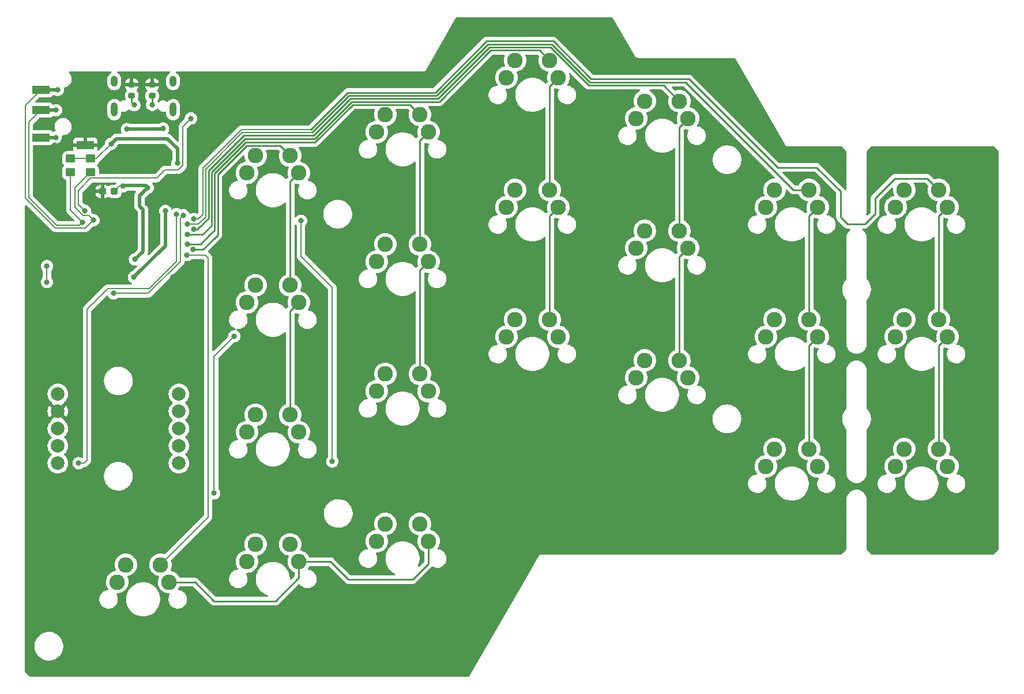
<source format=gbr>
%TF.GenerationSoftware,KiCad,Pcbnew,(6.0.4)*%
%TF.CreationDate,2022-05-02T18:01:09+08:00*%
%TF.ProjectId,RP2040 Board V1.0,52503230-3430-4204-926f-617264205631,rev?*%
%TF.SameCoordinates,Original*%
%TF.FileFunction,Copper,L2,Bot*%
%TF.FilePolarity,Positive*%
%FSLAX46Y46*%
G04 Gerber Fmt 4.6, Leading zero omitted, Abs format (unit mm)*
G04 Created by KiCad (PCBNEW (6.0.4)) date 2022-05-02 18:01:09*
%MOMM*%
%LPD*%
G01*
G04 APERTURE LIST*
G04 Aperture macros list*
%AMRoundRect*
0 Rectangle with rounded corners*
0 $1 Rounding radius*
0 $2 $3 $4 $5 $6 $7 $8 $9 X,Y pos of 4 corners*
0 Add a 4 corners polygon primitive as box body*
4,1,4,$2,$3,$4,$5,$6,$7,$8,$9,$2,$3,0*
0 Add four circle primitives for the rounded corners*
1,1,$1+$1,$2,$3*
1,1,$1+$1,$4,$5*
1,1,$1+$1,$6,$7*
1,1,$1+$1,$8,$9*
0 Add four rect primitives between the rounded corners*
20,1,$1+$1,$2,$3,$4,$5,0*
20,1,$1+$1,$4,$5,$6,$7,0*
20,1,$1+$1,$6,$7,$8,$9,0*
20,1,$1+$1,$8,$9,$2,$3,0*%
G04 Aperture macros list end*
%TA.AperFunction,ComponentPad*%
%ADD10C,2.286000*%
%TD*%
%TA.AperFunction,ComponentPad*%
%ADD11C,2.000000*%
%TD*%
%TA.AperFunction,ComponentPad*%
%ADD12O,1.000000X1.600000*%
%TD*%
%TA.AperFunction,ComponentPad*%
%ADD13O,1.000000X2.100000*%
%TD*%
%TA.AperFunction,SMDPad,CuDef*%
%ADD14RoundRect,0.250000X-0.450000X0.350000X-0.450000X-0.350000X0.450000X-0.350000X0.450000X0.350000X0*%
%TD*%
%TA.AperFunction,SMDPad,CuDef*%
%ADD15RoundRect,0.237500X0.300000X0.237500X-0.300000X0.237500X-0.300000X-0.237500X0.300000X-0.237500X0*%
%TD*%
%TA.AperFunction,SMDPad,CuDef*%
%ADD16RoundRect,0.200000X-0.275000X0.200000X-0.275000X-0.200000X0.275000X-0.200000X0.275000X0.200000X0*%
%TD*%
%TA.AperFunction,SMDPad,CuDef*%
%ADD17R,2.500000X1.200000*%
%TD*%
%TA.AperFunction,ViaPad*%
%ADD18C,0.800000*%
%TD*%
%TA.AperFunction,Conductor*%
%ADD19C,0.500000*%
%TD*%
%TA.AperFunction,Conductor*%
%ADD20C,0.200000*%
%TD*%
%TA.AperFunction,Conductor*%
%ADD21C,0.250000*%
%TD*%
G04 APERTURE END LIST*
D10*
%TO.P,Sw14,1,NE*%
%TO.N,Net-(D15-Pad2)*%
X105240000Y-103460000D03*
X106510000Y-100920000D03*
%TO.P,Sw14,2,NW*%
%TO.N,Col 4*%
X111590000Y-100920000D03*
X112860000Y-103460000D03*
%TD*%
%TO.P,Sw7,1,NE*%
%TO.N,Net-(D8-Pad2)*%
X68410000Y-121970000D03*
X67140000Y-124510000D03*
%TO.P,Sw7,2,SW*%
%TO.N,Col 2*%
X74760000Y-124510000D03*
X73490000Y-121970000D03*
%TD*%
%TO.P,Sw3,1,NE*%
%TO.N,Net-(D4-Pad2)*%
X68410000Y-144020000D03*
X67140000Y-146560000D03*
%TO.P,Sw3,2,NW*%
%TO.N,Col 0*%
X74760000Y-146560000D03*
X73490000Y-144020000D03*
%TD*%
%TO.P,Sw6,1,NE*%
%TO.N,Net-(D7-Pad2)*%
X49360000Y-89870000D03*
X48090000Y-92410000D03*
%TO.P,Sw6,2,NW*%
%TO.N,Col 1*%
X54440000Y-89870000D03*
X55710000Y-92410000D03*
%TD*%
%TO.P,Sw12,1,NE*%
%TO.N,Net-(D13-Pad2)*%
X87460000Y-75870000D03*
X86190000Y-78410000D03*
%TO.P,Sw12,2,NW*%
%TO.N,Col 3*%
X93810000Y-78410000D03*
X92540000Y-75870000D03*
%TD*%
%TO.P,Sw17,1,NE*%
%TO.N,Net-(D18-Pad2)*%
X124290000Y-116510000D03*
X125560000Y-113970000D03*
%TO.P,Sw17,2,NW*%
%TO.N,Col 5*%
X131910000Y-116510000D03*
X130640000Y-113970000D03*
%TD*%
%TO.P,Sw8,1,NE*%
%TO.N,Net-(D9-Pad2)*%
X67140000Y-105460000D03*
X68410000Y-102920000D03*
%TO.P,Sw8,2,NW*%
%TO.N,Col 2*%
X73490000Y-102920000D03*
X74760000Y-105460000D03*
%TD*%
%TO.P,Sw9,1,NE*%
%TO.N,Net-(D10-Pad2)*%
X68410000Y-83870000D03*
X67140000Y-86410000D03*
%TO.P,Sw9,2,NW*%
%TO.N,Col 2*%
X73490000Y-83870000D03*
X74760000Y-86410000D03*
%TD*%
%TO.P,Sw20,1,NE*%
%TO.N,Net-(D21-Pad2)*%
X143340000Y-116510000D03*
X144610000Y-113970000D03*
%TO.P,Sw20,2,SW*%
%TO.N,Col 6*%
X150960000Y-116510000D03*
X149690000Y-113970000D03*
%TD*%
D11*
%TO.P,J4,1,Pin_1*%
%TO.N,Net-(J4-Pad1)*%
X38100000Y-124920000D03*
%TO.P,J4,2,Pin_2*%
%TO.N,Net-(J4-Pad2)*%
X38100000Y-127460000D03*
%TO.P,J4,3,Pin_3*%
%TO.N,Net-(J4-Pad3)*%
X38100000Y-130000000D03*
%TO.P,J4,4,Pin_4*%
%TO.N,Net-(J4-Pad4)*%
X38100000Y-132540000D03*
%TO.P,J4,5,Pin_5*%
%TO.N,Net-(J4-Pad5)*%
X38100000Y-135080000D03*
%TD*%
D10*
%TO.P,Sw21,1,NE*%
%TO.N,Net-(D22-Pad2)*%
X143340000Y-97460000D03*
X144610000Y-94920000D03*
%TO.P,Sw21,2,NW*%
%TO.N,Col 6*%
X150960000Y-97460000D03*
X149690000Y-94920000D03*
%TD*%
%TO.P,Sw11,1,NE*%
%TO.N,Net-(D12-Pad2)*%
X86190000Y-97460000D03*
X87460000Y-94920000D03*
%TO.P,Sw11,2,NW*%
%TO.N,Col 3*%
X92540000Y-94920000D03*
X93810000Y-97460000D03*
%TD*%
%TO.P,Sw2,1,NE*%
%TO.N,Net-(D3-Pad2)*%
X49360000Y-147020000D03*
X48090000Y-149560000D03*
%TO.P,Sw2,2,SW*%
%TO.N,Col 0*%
X55710000Y-149560000D03*
X54440000Y-147020000D03*
%TD*%
%TO.P,Sw1,1,NE*%
%TO.N,Net-(D2-Pad2)*%
X30310000Y-150020000D03*
X29040000Y-152560000D03*
%TO.P,Sw1,2,SW*%
%TO.N,Col 0*%
X35390000Y-150020000D03*
X36660000Y-152560000D03*
%TD*%
%TO.P,Sw4,1,NE*%
%TO.N,Net-(D5-Pad2)*%
X49360000Y-127970000D03*
X48090000Y-130510000D03*
%TO.P,Sw4,2,SW*%
%TO.N,Col 1*%
X54440000Y-127970000D03*
X55710000Y-130510000D03*
%TD*%
%TO.P,Sw13,1,NE*%
%TO.N,Net-(D14-Pad2)*%
X106510000Y-119970000D03*
X105240000Y-122510000D03*
%TO.P,Sw13,2,NW*%
%TO.N,Col 4*%
X112860000Y-122510000D03*
X111590000Y-119970000D03*
%TD*%
%TO.P,Sw19,1,NE*%
%TO.N,Net-(D20-Pad2)*%
X143340000Y-135560000D03*
X144610000Y-133020000D03*
%TO.P,Sw19,2,SW*%
%TO.N,Col 6*%
X149690000Y-133020000D03*
X150960000Y-135560000D03*
%TD*%
%TO.P,Sw15,1,NE*%
%TO.N,Net-(D16-Pad2)*%
X105240000Y-84410000D03*
X106510000Y-81870000D03*
%TO.P,Sw15,2,NW*%
%TO.N,Col 4*%
X111590000Y-81870000D03*
X112860000Y-84410000D03*
%TD*%
D11*
%TO.P,J5,1,Pin_1*%
%TO.N,+3V3*%
X20320000Y-124920000D03*
%TO.P,J5,2,Pin_2*%
%TO.N,GND*%
X20320000Y-127460000D03*
%TO.P,J5,3,Pin_3*%
%TO.N,Net-(J5-Pad3)*%
X20320000Y-130000000D03*
%TO.P,J5,4,Pin_4*%
%TO.N,Net-(J5-Pad4)*%
X20320000Y-132540000D03*
%TO.P,J5,5,Pin_5*%
%TO.N,Net-(J5-Pad5)*%
X20320000Y-135080000D03*
%TD*%
D10*
%TO.P,Sw10,1,NE*%
%TO.N,Net-(D11-Pad2)*%
X87460000Y-113970000D03*
X86190000Y-116510000D03*
%TO.P,Sw10,2,SW*%
%TO.N,Col 3*%
X92540000Y-113970000D03*
X93810000Y-116510000D03*
%TD*%
%TO.P,Sw5,1,NE*%
%TO.N,Net-(D6-Pad2)*%
X48090000Y-111460000D03*
X49360000Y-108920000D03*
%TO.P,Sw5,2,NW*%
%TO.N,Col 1*%
X54440000Y-108920000D03*
X55710000Y-111460000D03*
%TD*%
%TO.P,Sw18,1,NE*%
%TO.N,Net-(D19-Pad2)*%
X124290000Y-97460000D03*
X125560000Y-94920000D03*
%TO.P,Sw18,2,NW*%
%TO.N,Col 5*%
X130640000Y-94920000D03*
X131910000Y-97460000D03*
%TD*%
D12*
%TO.P,J1,S1,SHIELD*%
%TO.N,unconnected-(J1-PadS1)*%
X37245000Y-78940000D03*
X28605000Y-78940000D03*
D13*
X28605000Y-83120000D03*
X37245000Y-83120000D03*
%TD*%
D10*
%TO.P,Sw16,1,NE*%
%TO.N,Net-(D17-Pad2)*%
X124290000Y-135560000D03*
X125560000Y-133020000D03*
%TO.P,Sw16,2,SW*%
%TO.N,Col 5*%
X131910000Y-135560000D03*
X130640000Y-133020000D03*
%TD*%
D14*
%TO.P,R13,1*%
%TO.N,+3V3*%
X22148800Y-90322400D03*
%TO.P,R13,2*%
%TO.N,Net-(U3-Pad3)*%
X22148800Y-92322400D03*
%TD*%
D15*
%TO.P,C7,1*%
%TO.N,+1V1*%
X28612500Y-95150000D03*
%TO.P,C7,2*%
%TO.N,GND*%
X26887500Y-95150000D03*
%TD*%
D14*
%TO.P,R12,1*%
%TO.N,+3V3*%
X25146000Y-90297000D03*
%TO.P,R12,2*%
%TO.N,Net-(J2-PadR2)*%
X25146000Y-92297000D03*
%TD*%
D16*
%TO.P,R2,1*%
%TO.N,GND*%
X31172989Y-79437989D03*
%TO.P,R2,2*%
%TO.N,Net-(J1-PadB5)*%
X31172989Y-81087989D03*
%TD*%
D17*
%TO.P,J3,R1*%
%TO.N,Net-(U3-Pad3)*%
X17850000Y-83200000D03*
%TO.P,J3,R2*%
%TO.N,Net-(J2-PadR2)*%
X17850000Y-80200000D03*
%TO.P,J3,S*%
%TO.N,GND*%
X24350000Y-88300000D03*
%TO.P,J3,T*%
%TO.N,VBUS*%
X17850000Y-87200000D03*
%TD*%
D16*
%TO.P,R1,1*%
%TO.N,GND*%
X34172989Y-79437989D03*
%TO.P,R1,2*%
%TO.N,Net-(J1-PadA5)*%
X34172989Y-81087989D03*
%TD*%
D18*
%TO.N,VBUS*%
X35768000Y-85898000D03*
X30475000Y-85975000D03*
X20000000Y-87200000D03*
%TO.N,GND*%
X36347400Y-89382600D03*
X16500000Y-113675000D03*
X37750000Y-92925000D03*
X30420785Y-88590464D03*
X19900000Y-88325000D03*
X29225000Y-100225000D03*
X31575000Y-99000000D03*
X30400000Y-99000000D03*
X40325000Y-118525000D03*
X31575000Y-100225000D03*
X29100501Y-108075000D03*
X40182800Y-90119200D03*
X28850000Y-85275000D03*
X41425000Y-105525000D03*
X30375000Y-100200000D03*
X37030000Y-85600500D03*
X25470000Y-95050000D03*
X58013600Y-82931000D03*
X58851800Y-89738200D03*
X30400000Y-101350000D03*
X24150000Y-106675000D03*
X21100000Y-98700000D03*
X57500000Y-78350000D03*
X29225000Y-99000000D03*
X31575000Y-101350000D03*
X37200000Y-107700000D03*
X29225000Y-101350000D03*
X44125000Y-79500000D03*
X34290000Y-89789000D03*
%TO.N,+3V3*%
X31500000Y-107750000D03*
X37875000Y-90975000D03*
X36125000Y-98000000D03*
X28150000Y-88150000D03*
%TO.N,+1V1*%
X29875000Y-94375000D03*
X31653782Y-105136975D03*
X33518185Y-94600500D03*
%TO.N,Net-(D12-Pad1)*%
X43275000Y-139500000D03*
X46225000Y-116425000D03*
%TO.N,Net-(D10-Pad1)*%
X56025000Y-99450000D03*
X60625000Y-134825000D03*
%TO.N,Net-(J1-PadA5)*%
X34172989Y-82412989D03*
%TO.N,Net-(J1-PadB5)*%
X31550000Y-82450000D03*
%TO.N,LED*%
X24275000Y-97975000D03*
X39860000Y-84410000D03*
%TO.N,Net-(R4-Pad2)*%
X18725000Y-106125000D03*
X18725000Y-108450000D03*
%TO.N,Col 0*%
X39300000Y-104475000D03*
%TO.N,Col 1*%
X40225000Y-103700000D03*
%TO.N,Col 2*%
X39375000Y-102874011D03*
%TO.N,Col 3*%
X39375000Y-101475000D03*
%TO.N,Col 4*%
X40250000Y-100700000D03*
%TO.N,Col 5*%
X39375000Y-99975000D03*
%TO.N,Col 6*%
X40250000Y-99200000D03*
%TO.N,Net-(J4-Pad1)*%
X38751470Y-98632738D03*
X28525000Y-110124500D03*
%TO.N,Net-(J2-PadR2)*%
X20300000Y-80200000D03*
X25546454Y-99374094D03*
%TO.N,Net-(J5-Pad5)*%
X37750000Y-98475499D03*
X23368000Y-135077200D03*
%TO.N,Net-(U3-Pad3)*%
X23948539Y-99695000D03*
X20050000Y-83200000D03*
%TD*%
D19*
%TO.N,VBUS*%
X35691000Y-85975000D02*
X35768000Y-85898000D01*
X30475000Y-85975000D02*
X35691000Y-85975000D01*
X20000000Y-87200000D02*
X17850000Y-87200000D01*
D20*
%TO.N,GND*%
X26887500Y-95150000D02*
X25570000Y-95150000D01*
X25570000Y-95150000D02*
X25470000Y-95050000D01*
D19*
%TO.N,+3V3*%
X36396800Y-87400000D02*
X28900000Y-87400000D01*
X36125000Y-103125000D02*
X31500000Y-107750000D01*
X37875000Y-90975000D02*
X37875000Y-88878200D01*
X36125000Y-98000000D02*
X36125000Y-103125000D01*
X37875000Y-88878200D02*
X36396800Y-87400000D01*
D20*
X25120600Y-90322400D02*
X25146000Y-90297000D01*
D19*
X28900000Y-87400000D02*
X28150000Y-88150000D01*
D20*
X22148800Y-90322400D02*
X25120600Y-90322400D01*
X25146000Y-90297000D02*
X26003000Y-90297000D01*
X26003000Y-90297000D02*
X28150000Y-88150000D01*
D19*
%TO.N,+1V1*%
X32825000Y-103965757D02*
X31653782Y-105136975D01*
X32300000Y-95818685D02*
X32300000Y-97300000D01*
X33518185Y-94600500D02*
X33217685Y-94300000D01*
X33518185Y-94600500D02*
X32300000Y-95818685D01*
D20*
X29387500Y-94375000D02*
X28612500Y-95150000D01*
D19*
X29950000Y-94300000D02*
X29875000Y-94375000D01*
X33217685Y-94300000D02*
X29950000Y-94300000D01*
D20*
X29875000Y-94375000D02*
X29387500Y-94375000D01*
D19*
X32825000Y-97825000D02*
X32825000Y-103965757D01*
X32300000Y-97300000D02*
X32825000Y-97825000D01*
D20*
%TO.N,Net-(D12-Pad1)*%
X43275000Y-139500000D02*
X43275000Y-119375000D01*
X43275000Y-119375000D02*
X46225000Y-116425000D01*
%TO.N,Net-(D10-Pad1)*%
X56025000Y-104650000D02*
X60625000Y-109250000D01*
X56025000Y-99450000D02*
X56025000Y-104650000D01*
X60625000Y-109250000D02*
X60625000Y-134825000D01*
D21*
%TO.N,Net-(J1-PadA5)*%
X34172989Y-82412989D02*
X34172989Y-81087989D01*
%TO.N,Net-(J1-PadB5)*%
X31172989Y-82072989D02*
X31172989Y-81087989D01*
X31550000Y-82450000D02*
X31172989Y-82072989D01*
D20*
%TO.N,LED*%
X23350000Y-95000000D02*
X23350000Y-97050000D01*
X34825000Y-93200000D02*
X25150000Y-93200000D01*
X38675000Y-85595000D02*
X38675000Y-91300000D01*
X36025000Y-91975000D02*
X35800000Y-92200000D01*
X39860000Y-84410000D02*
X38675000Y-85595000D01*
X38000000Y-91975000D02*
X36025000Y-91975000D01*
X23350000Y-97050000D02*
X24275000Y-97975000D01*
X38675000Y-91300000D02*
X38000000Y-91975000D01*
X35800000Y-92200000D02*
X35800000Y-92225000D01*
X35800000Y-92225000D02*
X34825000Y-93200000D01*
X25150000Y-93200000D02*
X23350000Y-95000000D01*
%TO.N,Net-(R4-Pad2)*%
X18725000Y-108450000D02*
X18725000Y-106125000D01*
%TO.N,Col 0*%
X41975000Y-104475000D02*
X39300000Y-104475000D01*
D21*
X40425000Y-152550000D02*
X40415000Y-152560000D01*
X60360000Y-149560000D02*
X55710000Y-149560000D01*
D20*
X42400000Y-143010000D02*
X42400000Y-104900000D01*
D21*
X74760000Y-149865000D02*
X72425000Y-152200000D01*
X55710000Y-149560000D02*
X55710000Y-151940000D01*
X40415000Y-152560000D02*
X36660000Y-152560000D01*
X55710000Y-151940000D02*
X52300000Y-155350000D01*
X63000000Y-152200000D02*
X60360000Y-149560000D01*
X52300000Y-155350000D02*
X43225000Y-155350000D01*
X72425000Y-152200000D02*
X63000000Y-152200000D01*
X43225000Y-155350000D02*
X40425000Y-152550000D01*
X74760000Y-146560000D02*
X74760000Y-149865000D01*
D20*
X35390000Y-150020000D02*
X42400000Y-143010000D01*
X42400000Y-104900000D02*
X41975000Y-104475000D01*
D21*
%TO.N,Col 1*%
X54440000Y-112730000D02*
X55710000Y-111460000D01*
X48072511Y-88402489D02*
X52972489Y-88402489D01*
X54440000Y-108920000D02*
X54440000Y-93680000D01*
X43800000Y-101550000D02*
X43375000Y-101975000D01*
X43800000Y-92675000D02*
X43800000Y-101550000D01*
X54440000Y-93680000D02*
X55710000Y-92410000D01*
X54440000Y-127970000D02*
X54440000Y-112730000D01*
X52972489Y-88402489D02*
X54440000Y-89870000D01*
X41650000Y-103700000D02*
X40225000Y-103700000D01*
X43800000Y-92675000D02*
X48072511Y-88402489D01*
X43375000Y-101975000D02*
X41650000Y-103700000D01*
%TO.N,Col 2*%
X43350480Y-100824520D02*
X42600000Y-101575000D01*
X73490000Y-102920000D02*
X73490000Y-87680000D01*
X47886313Y-87952969D02*
X58097031Y-87952969D01*
X63647511Y-82402489D02*
X72022489Y-82402489D01*
X73490000Y-106730000D02*
X74760000Y-105460000D01*
X43350480Y-92488802D02*
X47886313Y-87952969D01*
X73490000Y-121970000D02*
X73490000Y-106730000D01*
X41300989Y-102874011D02*
X39375000Y-102874011D01*
X58097031Y-87952969D02*
X63647511Y-82402489D01*
X43350480Y-92488802D02*
X43350480Y-100824520D01*
X72022489Y-82402489D02*
X73490000Y-83870000D01*
X73490000Y-87680000D02*
X74760000Y-86410000D01*
X42600000Y-101575000D02*
X41300989Y-102874011D01*
%TO.N,Col 3*%
X47817859Y-87382141D02*
X42900960Y-92299040D01*
X92540000Y-79680000D02*
X93810000Y-78410000D01*
X92540000Y-113970000D02*
X92540000Y-98730000D01*
X83897511Y-74402489D02*
X76350000Y-81950000D01*
X92540000Y-75870000D02*
X91072489Y-74402489D01*
X58032141Y-87382141D02*
X47817859Y-87382141D01*
X92540000Y-94920000D02*
X92540000Y-79680000D01*
X42900960Y-92299040D02*
X42900960Y-100149040D01*
X92540000Y-98730000D02*
X93810000Y-97460000D01*
X91072489Y-74402489D02*
X83897511Y-74402489D01*
X41575000Y-101475000D02*
X39375000Y-101475000D01*
X42900960Y-100149040D02*
X41575000Y-101475000D01*
X63464283Y-81950000D02*
X58032141Y-87382141D01*
X76350000Y-81950000D02*
X63464283Y-81950000D01*
%TO.N,Col 4*%
X92698344Y-73952969D02*
X83711313Y-73952969D01*
X109245000Y-79525000D02*
X98270375Y-79525000D01*
X111590000Y-81870000D02*
X109245000Y-79525000D01*
X83447991Y-74216292D02*
X76163802Y-81500480D01*
X63278085Y-81500480D02*
X57845943Y-86932621D01*
X111590000Y-104730000D02*
X112860000Y-103460000D01*
X111590000Y-100920000D02*
X111590000Y-85680000D01*
X98270375Y-79525000D02*
X92698344Y-73952969D01*
X57845943Y-86932621D02*
X47617379Y-86932621D01*
X83711313Y-73952969D02*
X83447991Y-74216292D01*
X40825000Y-100700000D02*
X40250000Y-100700000D01*
X111590000Y-119970000D02*
X111590000Y-104730000D01*
X42451440Y-92098560D02*
X42451440Y-99073560D01*
X41150000Y-100375000D02*
X40825000Y-100700000D01*
X42451440Y-99073560D02*
X41150000Y-100375000D01*
X47617379Y-86932621D02*
X42451440Y-92098560D01*
X76163802Y-81500480D02*
X63278085Y-81500480D01*
X111590000Y-85680000D02*
X112860000Y-84410000D01*
%TO.N,Col 5*%
X130640000Y-133020000D02*
X130640000Y-117780000D01*
X57659745Y-86483101D02*
X63091887Y-81050960D01*
X112515480Y-79075480D02*
X128360000Y-94920000D01*
D20*
X40425000Y-99975000D02*
X39375000Y-99975000D01*
X57659745Y-86483101D02*
X57634745Y-86508101D01*
X40949638Y-99975000D02*
X40425000Y-99975000D01*
D21*
X130640000Y-117780000D02*
X131910000Y-116510000D01*
X98456573Y-79075480D02*
X112515480Y-79075480D01*
X128360000Y-94920000D02*
X130640000Y-94920000D01*
X63091887Y-81050960D02*
X75899040Y-81050960D01*
X75899040Y-81050960D02*
X83446551Y-73503449D01*
D20*
X47391899Y-86508101D02*
X42026920Y-91873080D01*
X57634745Y-86508101D02*
X47391899Y-86508101D01*
X42026920Y-91873080D02*
X42026920Y-98897718D01*
D21*
X92884542Y-73503449D02*
X98456573Y-79075480D01*
X130640000Y-113970000D02*
X130640000Y-98730000D01*
D20*
X42026920Y-98897718D02*
X40949638Y-99975000D01*
D21*
X83446551Y-73503449D02*
X92884542Y-73503449D01*
X130640000Y-98730000D02*
X131910000Y-97460000D01*
%TO.N,Col 6*%
X149690000Y-113970000D02*
X149690000Y-98730000D01*
X93066811Y-73050000D02*
X83264282Y-73050000D01*
X135255000Y-95123000D02*
X131732000Y-91600000D01*
D20*
X47266419Y-86033581D02*
X41600000Y-91700000D01*
D21*
X147988000Y-93218000D02*
X143256000Y-93218000D01*
X138811000Y-99949000D02*
X136271000Y-99949000D01*
X135255000Y-98933000D02*
X135255000Y-95123000D01*
D20*
X41600000Y-91700000D02*
X41600000Y-98525000D01*
D21*
X83264282Y-73050000D02*
X75712842Y-80601440D01*
X113035960Y-78625960D02*
X98642771Y-78625960D01*
X126010000Y-91600000D02*
X113035960Y-78625960D01*
X140335000Y-96139000D02*
X140335000Y-98425000D01*
D20*
X57473549Y-86033581D02*
X47266419Y-86033581D01*
X40925000Y-99200000D02*
X40250000Y-99200000D01*
X41600000Y-98525000D02*
X40925000Y-99200000D01*
D21*
X143256000Y-93218000D02*
X140335000Y-96139000D01*
X140335000Y-98425000D02*
X138811000Y-99949000D01*
X131732000Y-91600000D02*
X126010000Y-91600000D01*
X149690000Y-94920000D02*
X147988000Y-93218000D01*
X62905690Y-80601440D02*
X57473549Y-86033581D01*
X98642771Y-78625960D02*
X93066811Y-73050000D01*
X136271000Y-99949000D02*
X135255000Y-98933000D01*
X149690000Y-133020000D02*
X149690000Y-117780000D01*
X149690000Y-98730000D02*
X150960000Y-97460000D01*
X75712842Y-80601440D02*
X62905690Y-80601440D01*
X149690000Y-117780000D02*
X150960000Y-116510000D01*
D20*
%TO.N,Net-(J4-Pad1)*%
X38751470Y-98632738D02*
X38300000Y-99084208D01*
X38300000Y-105450000D02*
X33625500Y-110124500D01*
X33625500Y-110124500D02*
X28525000Y-110124500D01*
X38300000Y-99084208D02*
X38300000Y-105450000D01*
%TO.N,Net-(J2-PadR2)*%
X25546454Y-99358854D02*
X25546454Y-99374094D01*
X25546454Y-99374094D02*
X24396038Y-100524510D01*
X24396038Y-100524510D02*
X19959516Y-100524510D01*
X24862111Y-98674511D02*
X25546454Y-99358854D01*
X25146000Y-92297000D02*
X22809200Y-94633800D01*
X22809200Y-94633800D02*
X22809200Y-97498459D01*
X15525000Y-96089994D02*
X15525000Y-82525000D01*
X22809200Y-97498459D02*
X23985252Y-98674511D01*
X19959516Y-100524510D02*
X15525000Y-96089994D01*
X15525000Y-82525000D02*
X17850000Y-80200000D01*
D19*
X17850000Y-80200000D02*
X20300000Y-80200000D01*
D20*
X23985252Y-98674511D02*
X24862111Y-98674511D01*
%TO.N,Net-(J5-Pad5)*%
X24180800Y-135077200D02*
X24638000Y-134620000D01*
X27650011Y-109424989D02*
X28814748Y-109424989D01*
X28814748Y-109424989D02*
X28839759Y-109450000D01*
X37750000Y-105425000D02*
X37750000Y-98475499D01*
X24638000Y-134620000D02*
X24638000Y-112437000D01*
X33725000Y-109450000D02*
X37750000Y-105425000D01*
X28839759Y-109450000D02*
X33725000Y-109450000D01*
X23368000Y-135077200D02*
X24180800Y-135077200D01*
X24638000Y-112437000D02*
X27650011Y-109424989D01*
%TO.N,Net-(U3-Pad3)*%
X23948539Y-99695000D02*
X23948539Y-99726461D01*
X22148800Y-97895261D02*
X22148800Y-92322400D01*
D19*
X17850000Y-83200000D02*
X20050000Y-83200000D01*
D20*
X20125000Y-100125000D02*
X16075000Y-96075000D01*
X20254959Y-83200000D02*
X20050000Y-83200000D01*
X23948539Y-99726461D02*
X23550000Y-100125000D01*
X16075000Y-96075000D02*
X16075000Y-84975000D01*
X23550000Y-100125000D02*
X20125000Y-100125000D01*
X23948539Y-99695000D02*
X22148800Y-97895261D01*
X16075000Y-84975000D02*
X17850000Y-83200000D01*
%TD*%
%TA.AperFunction,Conductor*%
%TO.N,GND*%
G36*
X85897436Y-75055991D02*
G01*
X85943929Y-75109647D01*
X85954033Y-75179921D01*
X85945724Y-75210206D01*
X85884473Y-75358080D01*
X85883318Y-75362892D01*
X85833228Y-75571535D01*
X85823789Y-75610850D01*
X85803393Y-75870000D01*
X85823789Y-76129150D01*
X85884473Y-76381920D01*
X85886366Y-76386491D01*
X85886367Y-76386493D01*
X85979847Y-76612174D01*
X85987436Y-76682764D01*
X85955657Y-76746251D01*
X85892852Y-76782911D01*
X85761980Y-76814331D01*
X85678080Y-76834473D01*
X85673509Y-76836366D01*
X85673507Y-76836367D01*
X85442488Y-76932058D01*
X85442486Y-76932059D01*
X85437916Y-76933952D01*
X85216271Y-77069777D01*
X85018602Y-77238602D01*
X85015389Y-77242364D01*
X84904869Y-77371767D01*
X84849777Y-77436271D01*
X84713952Y-77657916D01*
X84712059Y-77662486D01*
X84712058Y-77662488D01*
X84625990Y-77870275D01*
X84614473Y-77898080D01*
X84606639Y-77930713D01*
X84560580Y-78122565D01*
X84553789Y-78150850D01*
X84533393Y-78410000D01*
X84553789Y-78669150D01*
X84554943Y-78673957D01*
X84554944Y-78673963D01*
X84581503Y-78784589D01*
X84614473Y-78921920D01*
X84616365Y-78926488D01*
X84616367Y-78926493D01*
X84697441Y-79122222D01*
X84713952Y-79162084D01*
X84849777Y-79383729D01*
X84855959Y-79390967D01*
X84884989Y-79455755D01*
X84874384Y-79525955D01*
X84827509Y-79579278D01*
X84770801Y-79598345D01*
X84743336Y-79600675D01*
X84695438Y-79604739D01*
X84695434Y-79604740D01*
X84690127Y-79605190D01*
X84684972Y-79606528D01*
X84684966Y-79606529D01*
X84471997Y-79661805D01*
X84471993Y-79661806D01*
X84466828Y-79663147D01*
X84461962Y-79665339D01*
X84461959Y-79665340D01*
X84283155Y-79745885D01*
X84256485Y-79757899D01*
X84252065Y-79760875D01*
X84252061Y-79760877D01*
X84175345Y-79812526D01*
X84065115Y-79886738D01*
X83898188Y-80045978D01*
X83886119Y-80062199D01*
X83769752Y-80218603D01*
X83760479Y-80231066D01*
X83758064Y-80235816D01*
X83676348Y-80396540D01*
X83655923Y-80436712D01*
X83643620Y-80476335D01*
X83589095Y-80651930D01*
X83589094Y-80651936D01*
X83587511Y-80657033D01*
X83582002Y-80698602D01*
X83558761Y-80873955D01*
X83557200Y-80885732D01*
X83565854Y-81116268D01*
X83613228Y-81342050D01*
X83615186Y-81347009D01*
X83615187Y-81347011D01*
X83643242Y-81418051D01*
X83697967Y-81556622D01*
X83817647Y-81753849D01*
X83821144Y-81757879D01*
X83951541Y-81908148D01*
X83968847Y-81928092D01*
X83992600Y-81947568D01*
X84143115Y-82070984D01*
X84143121Y-82070988D01*
X84147243Y-82074368D01*
X84347735Y-82188494D01*
X84352751Y-82190315D01*
X84352756Y-82190317D01*
X84559575Y-82265389D01*
X84559579Y-82265390D01*
X84564590Y-82267209D01*
X84569839Y-82268158D01*
X84569842Y-82268159D01*
X84787523Y-82307522D01*
X84787530Y-82307523D01*
X84791607Y-82308260D01*
X84809344Y-82309096D01*
X84814292Y-82309330D01*
X84814299Y-82309330D01*
X84815780Y-82309400D01*
X84977925Y-82309400D01*
X85044881Y-82303719D01*
X85144562Y-82295261D01*
X85144566Y-82295260D01*
X85149873Y-82294810D01*
X85155028Y-82293472D01*
X85155034Y-82293471D01*
X85368003Y-82238195D01*
X85368007Y-82238194D01*
X85373172Y-82236853D01*
X85378038Y-82234661D01*
X85378041Y-82234660D01*
X85578649Y-82144293D01*
X85583515Y-82142101D01*
X85587935Y-82139125D01*
X85587939Y-82139123D01*
X85763333Y-82021039D01*
X85774885Y-82013262D01*
X85941812Y-81854022D01*
X85984747Y-81796315D01*
X86076337Y-81673214D01*
X86076339Y-81673211D01*
X86079521Y-81668934D01*
X86126101Y-81577318D01*
X86181658Y-81468046D01*
X86181658Y-81468045D01*
X86184077Y-81463288D01*
X86229415Y-81317277D01*
X86250905Y-81248070D01*
X86250906Y-81248064D01*
X86252489Y-81242967D01*
X86271538Y-81099240D01*
X86282100Y-81019553D01*
X86282100Y-81019548D01*
X86282800Y-81014268D01*
X86274146Y-80783732D01*
X86226772Y-80557950D01*
X86214624Y-80527188D01*
X86178893Y-80436712D01*
X86142033Y-80343378D01*
X86089972Y-80257584D01*
X86071733Y-80188971D01*
X86093485Y-80121388D01*
X86148321Y-80076294D01*
X86190092Y-80067770D01*
X86190000Y-80066607D01*
X86449150Y-80046211D01*
X86453957Y-80045057D01*
X86453963Y-80045056D01*
X86628772Y-80003088D01*
X86701920Y-79985527D01*
X86710503Y-79981972D01*
X86937512Y-79887942D01*
X86937514Y-79887941D01*
X86942084Y-79886048D01*
X87163729Y-79750223D01*
X87212019Y-79708980D01*
X87357636Y-79584611D01*
X87361398Y-79581398D01*
X87490107Y-79430699D01*
X87527005Y-79387497D01*
X87527006Y-79387496D01*
X87530223Y-79383729D01*
X87666048Y-79162084D01*
X87682560Y-79122222D01*
X87763633Y-78926493D01*
X87763635Y-78926488D01*
X87765527Y-78921920D01*
X87798497Y-78784589D01*
X87825056Y-78673963D01*
X87825057Y-78673957D01*
X87826211Y-78669150D01*
X87846607Y-78410000D01*
X87826211Y-78150850D01*
X87819421Y-78122565D01*
X87773361Y-77930713D01*
X87765527Y-77898080D01*
X87751946Y-77865291D01*
X87670153Y-77667826D01*
X87662564Y-77597236D01*
X87694343Y-77533749D01*
X87757148Y-77497089D01*
X87926905Y-77456334D01*
X87971920Y-77445527D01*
X87976493Y-77443633D01*
X88207512Y-77347942D01*
X88207514Y-77347941D01*
X88212084Y-77346048D01*
X88433729Y-77210223D01*
X88631398Y-77041398D01*
X88800223Y-76843729D01*
X88936048Y-76622084D01*
X88958779Y-76567208D01*
X89033633Y-76386493D01*
X89033634Y-76386491D01*
X89035527Y-76381920D01*
X89096211Y-76129150D01*
X89116607Y-75870000D01*
X89096211Y-75610850D01*
X89086773Y-75571535D01*
X89036682Y-75362892D01*
X89035527Y-75358080D01*
X88974276Y-75210207D01*
X88966687Y-75139617D01*
X88998466Y-75076130D01*
X89059524Y-75039903D01*
X89090685Y-75035989D01*
X90757895Y-75035989D01*
X90826016Y-75055991D01*
X90846990Y-75072894D01*
X90954060Y-75179964D01*
X90988086Y-75242276D01*
X90981374Y-75317277D01*
X90964473Y-75358080D01*
X90963318Y-75362892D01*
X90913228Y-75571535D01*
X90903789Y-75610850D01*
X90883393Y-75870000D01*
X90903789Y-76129150D01*
X90964473Y-76381920D01*
X90966366Y-76386491D01*
X90966367Y-76386493D01*
X91041222Y-76567208D01*
X91063952Y-76622084D01*
X91199777Y-76843729D01*
X91368602Y-77041398D01*
X91566271Y-77210223D01*
X91787916Y-77346048D01*
X91792486Y-77347941D01*
X91792488Y-77347942D01*
X92023507Y-77443633D01*
X92028080Y-77445527D01*
X92073095Y-77456334D01*
X92242852Y-77497089D01*
X92304421Y-77532441D01*
X92337104Y-77595468D01*
X92329847Y-77667826D01*
X92248055Y-77865291D01*
X92234473Y-77898080D01*
X92226639Y-77930713D01*
X92180580Y-78122565D01*
X92173789Y-78150850D01*
X92153393Y-78410000D01*
X92173789Y-78669150D01*
X92174943Y-78673957D01*
X92174944Y-78673963D01*
X92201503Y-78784589D01*
X92234473Y-78921920D01*
X92251374Y-78962723D01*
X92258963Y-79033311D01*
X92224060Y-79100035D01*
X92147747Y-79176348D01*
X92139461Y-79183888D01*
X92132982Y-79188000D01*
X92127557Y-79193777D01*
X92086357Y-79237651D01*
X92083602Y-79240493D01*
X92063865Y-79260230D01*
X92061386Y-79263427D01*
X92053674Y-79272455D01*
X92047419Y-79279115D01*
X91986204Y-79315077D01*
X91915264Y-79312234D01*
X91863725Y-79279109D01*
X91719109Y-79125109D01*
X91716398Y-79122222D01*
X91473782Y-78921513D01*
X91207924Y-78752794D01*
X91204345Y-78751110D01*
X91204338Y-78751106D01*
X90926606Y-78620416D01*
X90926602Y-78620414D01*
X90923016Y-78618727D01*
X90623552Y-78521425D01*
X90314254Y-78462423D01*
X90220700Y-78456537D01*
X90080642Y-78447725D01*
X90080626Y-78447724D01*
X90078647Y-78447600D01*
X89921353Y-78447600D01*
X89919374Y-78447724D01*
X89919358Y-78447725D01*
X89779300Y-78456537D01*
X89685746Y-78462423D01*
X89376448Y-78521425D01*
X89076984Y-78618727D01*
X89073398Y-78620414D01*
X89073394Y-78620416D01*
X88795662Y-78751106D01*
X88795655Y-78751110D01*
X88792076Y-78752794D01*
X88526218Y-78921513D01*
X88283602Y-79122222D01*
X88068055Y-79351756D01*
X88065728Y-79354958D01*
X88065727Y-79354960D01*
X88041418Y-79388419D01*
X87882976Y-79606496D01*
X87881069Y-79609965D01*
X87881067Y-79609968D01*
X87733187Y-79878961D01*
X87731284Y-79882423D01*
X87615370Y-80175187D01*
X87537064Y-80480170D01*
X87497600Y-80792562D01*
X87497600Y-81107438D01*
X87537064Y-81419830D01*
X87615370Y-81724813D01*
X87616823Y-81728482D01*
X87616823Y-81728483D01*
X87627971Y-81756640D01*
X87731284Y-82017577D01*
X87733186Y-82021036D01*
X87733187Y-82021039D01*
X87868205Y-82266635D01*
X87882976Y-82293504D01*
X87974976Y-82420131D01*
X88051927Y-82526045D01*
X88068055Y-82548244D01*
X88283602Y-82777778D01*
X88526218Y-82978487D01*
X88792076Y-83147206D01*
X88795655Y-83148890D01*
X88795662Y-83148894D01*
X89073394Y-83279584D01*
X89073398Y-83279586D01*
X89076984Y-83281273D01*
X89080756Y-83282499D01*
X89080757Y-83282499D01*
X89165495Y-83310032D01*
X89376448Y-83378575D01*
X89685746Y-83437577D01*
X89779300Y-83443463D01*
X89919358Y-83452275D01*
X89919374Y-83452276D01*
X89921353Y-83452400D01*
X90078647Y-83452400D01*
X90080626Y-83452276D01*
X90080642Y-83452275D01*
X90220700Y-83443463D01*
X90314254Y-83437577D01*
X90623552Y-83378575D01*
X90834505Y-83310032D01*
X90919243Y-83282499D01*
X90919244Y-83282499D01*
X90923016Y-83281273D01*
X90926602Y-83279586D01*
X90926606Y-83279584D01*
X91204338Y-83148894D01*
X91204345Y-83148890D01*
X91207924Y-83147206D01*
X91473782Y-82978487D01*
X91647556Y-82834729D01*
X91700185Y-82791191D01*
X91765423Y-82763181D01*
X91835447Y-82774888D01*
X91888027Y-82822595D01*
X91906500Y-82888276D01*
X91906500Y-93310642D01*
X91886498Y-93378763D01*
X91828719Y-93427051D01*
X91787916Y-93443952D01*
X91566271Y-93579777D01*
X91562504Y-93582994D01*
X91562503Y-93582995D01*
X91474125Y-93658477D01*
X91368602Y-93748602D01*
X91365389Y-93752364D01*
X91225182Y-93916526D01*
X91199777Y-93946271D01*
X91063952Y-94167916D01*
X91062060Y-94172484D01*
X91062058Y-94172488D01*
X90981374Y-94367277D01*
X90964473Y-94408080D01*
X90957599Y-94436712D01*
X90905451Y-94653928D01*
X90903789Y-94660850D01*
X90883393Y-94920000D01*
X90903789Y-95179150D01*
X90904943Y-95183957D01*
X90904944Y-95183963D01*
X90940591Y-95332443D01*
X90964473Y-95431920D01*
X90966366Y-95436491D01*
X90966367Y-95436493D01*
X91052045Y-95643337D01*
X91063952Y-95672084D01*
X91199777Y-95893729D01*
X91202994Y-95897496D01*
X91202995Y-95897497D01*
X91274117Y-95980770D01*
X91368602Y-96091398D01*
X91372364Y-96094611D01*
X91536341Y-96234660D01*
X91566271Y-96260223D01*
X91787916Y-96396048D01*
X91792486Y-96397941D01*
X91792488Y-96397942D01*
X91996637Y-96482503D01*
X92028080Y-96495527D01*
X92111980Y-96515669D01*
X92242852Y-96547089D01*
X92304421Y-96582441D01*
X92337104Y-96645468D01*
X92329847Y-96717826D01*
X92259245Y-96888276D01*
X92234473Y-96948080D01*
X92227779Y-96975964D01*
X92176931Y-97187763D01*
X92173789Y-97200850D01*
X92153393Y-97460000D01*
X92173789Y-97719150D01*
X92174943Y-97723957D01*
X92174944Y-97723963D01*
X92208461Y-97863571D01*
X92234473Y-97971920D01*
X92251374Y-98012723D01*
X92258963Y-98083311D01*
X92224060Y-98150035D01*
X92147747Y-98226348D01*
X92139461Y-98233888D01*
X92132982Y-98238000D01*
X92127557Y-98243777D01*
X92086357Y-98287651D01*
X92083602Y-98290493D01*
X92063865Y-98310230D01*
X92061386Y-98313427D01*
X92053674Y-98322455D01*
X92047419Y-98329115D01*
X91986204Y-98365077D01*
X91915264Y-98362234D01*
X91863725Y-98329109D01*
X91719109Y-98175109D01*
X91716398Y-98172222D01*
X91473782Y-97971513D01*
X91207924Y-97802794D01*
X91204345Y-97801110D01*
X91204338Y-97801106D01*
X90926606Y-97670416D01*
X90926602Y-97670414D01*
X90923016Y-97668727D01*
X90863285Y-97649319D01*
X90722096Y-97603444D01*
X90623552Y-97571425D01*
X90314254Y-97512423D01*
X90220700Y-97506537D01*
X90080642Y-97497725D01*
X90080626Y-97497724D01*
X90078647Y-97497600D01*
X89921353Y-97497600D01*
X89919374Y-97497724D01*
X89919358Y-97497725D01*
X89779300Y-97506537D01*
X89685746Y-97512423D01*
X89376448Y-97571425D01*
X89277904Y-97603444D01*
X89136716Y-97649319D01*
X89076984Y-97668727D01*
X89073398Y-97670414D01*
X89073394Y-97670416D01*
X88795662Y-97801106D01*
X88795655Y-97801110D01*
X88792076Y-97802794D01*
X88526218Y-97971513D01*
X88283602Y-98172222D01*
X88068055Y-98401756D01*
X88065728Y-98404958D01*
X88065727Y-98404960D01*
X88015020Y-98474753D01*
X87882976Y-98656496D01*
X87881069Y-98659965D01*
X87881067Y-98659968D01*
X87737746Y-98920668D01*
X87731284Y-98932423D01*
X87666067Y-99097142D01*
X87630651Y-99186593D01*
X87615370Y-99225187D01*
X87537064Y-99530170D01*
X87497600Y-99842562D01*
X87497600Y-100157438D01*
X87537064Y-100469830D01*
X87615370Y-100774813D01*
X87731284Y-101067577D01*
X87733186Y-101071036D01*
X87733187Y-101071039D01*
X87867520Y-101315389D01*
X87882976Y-101343504D01*
X87885307Y-101346712D01*
X88062113Y-101590065D01*
X88068055Y-101598244D01*
X88283602Y-101827778D01*
X88526218Y-102028487D01*
X88792076Y-102197206D01*
X88795655Y-102198890D01*
X88795662Y-102198894D01*
X89073394Y-102329584D01*
X89073398Y-102329586D01*
X89076984Y-102331273D01*
X89376448Y-102428575D01*
X89685746Y-102487577D01*
X89779300Y-102493463D01*
X89919358Y-102502275D01*
X89919374Y-102502276D01*
X89921353Y-102502400D01*
X90078647Y-102502400D01*
X90080626Y-102502276D01*
X90080642Y-102502275D01*
X90220700Y-102493463D01*
X90314254Y-102487577D01*
X90623552Y-102428575D01*
X90923016Y-102331273D01*
X90926602Y-102329586D01*
X90926606Y-102329584D01*
X91204338Y-102198894D01*
X91204345Y-102198890D01*
X91207924Y-102197206D01*
X91473782Y-102028487D01*
X91645576Y-101886367D01*
X91700185Y-101841191D01*
X91765423Y-101813181D01*
X91835447Y-101824888D01*
X91888027Y-101872595D01*
X91906500Y-101938276D01*
X91906500Y-112360642D01*
X91886498Y-112428763D01*
X91828719Y-112477051D01*
X91787916Y-112493952D01*
X91566271Y-112629777D01*
X91562504Y-112632994D01*
X91562503Y-112632995D01*
X91496872Y-112689049D01*
X91368602Y-112798602D01*
X91365389Y-112802364D01*
X91249595Y-112937942D01*
X91199777Y-112996271D01*
X91063952Y-113217916D01*
X91062059Y-113222486D01*
X91062058Y-113222488D01*
X90991273Y-113393378D01*
X90964473Y-113458080D01*
X90903789Y-113710850D01*
X90883393Y-113970000D01*
X90903789Y-114229150D01*
X90964473Y-114481920D01*
X91063952Y-114722084D01*
X91199777Y-114943729D01*
X91368602Y-115141398D01*
X91372364Y-115144611D01*
X91536341Y-115284660D01*
X91566271Y-115310223D01*
X91787916Y-115446048D01*
X91792486Y-115447941D01*
X91792488Y-115447942D01*
X91996637Y-115532503D01*
X92028080Y-115545527D01*
X92066847Y-115554834D01*
X92242852Y-115597089D01*
X92304421Y-115632441D01*
X92337104Y-115695468D01*
X92329847Y-115767826D01*
X92259245Y-115938276D01*
X92234473Y-115998080D01*
X92219673Y-116059729D01*
X92177577Y-116235072D01*
X92173789Y-116250850D01*
X92153393Y-116510000D01*
X92173789Y-116769150D01*
X92174943Y-116773957D01*
X92174944Y-116773963D01*
X92193870Y-116852794D01*
X92234473Y-117021920D01*
X92236365Y-117026488D01*
X92236367Y-117026493D01*
X92317441Y-117222222D01*
X92333952Y-117262084D01*
X92469777Y-117483729D01*
X92472994Y-117487496D01*
X92472995Y-117487497D01*
X92531293Y-117555755D01*
X92638602Y-117681398D01*
X92642364Y-117684611D01*
X92700907Y-117734611D01*
X92836271Y-117850223D01*
X93057916Y-117986048D01*
X93062486Y-117987941D01*
X93062488Y-117987942D01*
X93274937Y-118075941D01*
X93298080Y-118085527D01*
X93361843Y-118100835D01*
X93546037Y-118145056D01*
X93546043Y-118145057D01*
X93550850Y-118146211D01*
X93665603Y-118155242D01*
X93808813Y-118166514D01*
X93875155Y-118191800D01*
X93917294Y-118248938D01*
X93921853Y-118319788D01*
X93911245Y-118349227D01*
X93815923Y-118536712D01*
X93803620Y-118576335D01*
X93749095Y-118751930D01*
X93749094Y-118751936D01*
X93747511Y-118757033D01*
X93735423Y-118848240D01*
X93723227Y-118940260D01*
X93717200Y-118985732D01*
X93725854Y-119216268D01*
X93773228Y-119442050D01*
X93775186Y-119447009D01*
X93775187Y-119447011D01*
X93803945Y-119519830D01*
X93857967Y-119656622D01*
X93977647Y-119853849D01*
X93981144Y-119857879D01*
X94110215Y-120006620D01*
X94128847Y-120028092D01*
X94132978Y-120031479D01*
X94303115Y-120170984D01*
X94303121Y-120170988D01*
X94307243Y-120174368D01*
X94507735Y-120288494D01*
X94512751Y-120290315D01*
X94512756Y-120290317D01*
X94719575Y-120365389D01*
X94719579Y-120365390D01*
X94724590Y-120367209D01*
X94729839Y-120368158D01*
X94729842Y-120368159D01*
X94947523Y-120407522D01*
X94947530Y-120407523D01*
X94951607Y-120408260D01*
X94969344Y-120409096D01*
X94974292Y-120409330D01*
X94974299Y-120409330D01*
X94975780Y-120409400D01*
X95137925Y-120409400D01*
X95204881Y-120403719D01*
X95304562Y-120395261D01*
X95304566Y-120395260D01*
X95309873Y-120394810D01*
X95315028Y-120393472D01*
X95315034Y-120393471D01*
X95528003Y-120338195D01*
X95528007Y-120338194D01*
X95533172Y-120336853D01*
X95538038Y-120334661D01*
X95538041Y-120334660D01*
X95738649Y-120244293D01*
X95743515Y-120242101D01*
X95747935Y-120239125D01*
X95747939Y-120239123D01*
X95923333Y-120121039D01*
X95934885Y-120113262D01*
X96101812Y-119954022D01*
X96179738Y-119849286D01*
X96236337Y-119773214D01*
X96236339Y-119773211D01*
X96239521Y-119768934D01*
X96294305Y-119661183D01*
X96341658Y-119568046D01*
X96341658Y-119568045D01*
X96344077Y-119563288D01*
X96383343Y-119436831D01*
X96410905Y-119348070D01*
X96410906Y-119348064D01*
X96412489Y-119342967D01*
X96442800Y-119114268D01*
X96434146Y-118883732D01*
X96386772Y-118657950D01*
X96374624Y-118627188D01*
X96338893Y-118536712D01*
X96302033Y-118443378D01*
X96182353Y-118246151D01*
X96134654Y-118191183D01*
X96034653Y-118075941D01*
X96034651Y-118075939D01*
X96031153Y-118071908D01*
X95933089Y-117991500D01*
X95856885Y-117929016D01*
X95856879Y-117929012D01*
X95852757Y-117925632D01*
X95652265Y-117811506D01*
X95647249Y-117809685D01*
X95647244Y-117809683D01*
X95440425Y-117734611D01*
X95440421Y-117734610D01*
X95435410Y-117732791D01*
X95430164Y-117731842D01*
X95430159Y-117731841D01*
X95280279Y-117704739D01*
X95219954Y-117693831D01*
X95156481Y-117662027D01*
X95120278Y-117600955D01*
X95122840Y-117530004D01*
X95144451Y-117491754D01*
X95144098Y-117491498D01*
X95146335Y-117488419D01*
X95146565Y-117488012D01*
X95147005Y-117487497D01*
X95147006Y-117487496D01*
X95150223Y-117483729D01*
X95286048Y-117262084D01*
X95302560Y-117222222D01*
X95383633Y-117026493D01*
X95383635Y-117026488D01*
X95385527Y-117021920D01*
X95426130Y-116852794D01*
X95445056Y-116773963D01*
X95445057Y-116773957D01*
X95446211Y-116769150D01*
X95466607Y-116510000D01*
X95446211Y-116250850D01*
X95442424Y-116235072D01*
X95400327Y-116059729D01*
X95385527Y-115998080D01*
X95383633Y-115993507D01*
X95287942Y-115762488D01*
X95287941Y-115762486D01*
X95286048Y-115757916D01*
X95150223Y-115536271D01*
X94981398Y-115338602D01*
X94783729Y-115169777D01*
X94562084Y-115033952D01*
X94557514Y-115032059D01*
X94557512Y-115032058D01*
X94326493Y-114936367D01*
X94326491Y-114936366D01*
X94321920Y-114934473D01*
X94210418Y-114907704D01*
X94107148Y-114882911D01*
X94045579Y-114847559D01*
X94012896Y-114784532D01*
X94020153Y-114712174D01*
X94113633Y-114486493D01*
X94113634Y-114486491D01*
X94115527Y-114481920D01*
X94176211Y-114229150D01*
X94196607Y-113970000D01*
X94176211Y-113710850D01*
X94115527Y-113458080D01*
X94088727Y-113393378D01*
X94017942Y-113222488D01*
X94017941Y-113222486D01*
X94016048Y-113217916D01*
X93880223Y-112996271D01*
X93830406Y-112937942D01*
X93714611Y-112802364D01*
X93711398Y-112798602D01*
X93583128Y-112689049D01*
X93517497Y-112632995D01*
X93517496Y-112632994D01*
X93513729Y-112629777D01*
X93292084Y-112493952D01*
X93251281Y-112477051D01*
X93196001Y-112432502D01*
X93173500Y-112360642D01*
X93173500Y-105935732D01*
X102607200Y-105935732D01*
X102607400Y-105941062D01*
X102607400Y-105941063D01*
X102608543Y-105971513D01*
X102615854Y-106166268D01*
X102663228Y-106392050D01*
X102665186Y-106397009D01*
X102665187Y-106397011D01*
X102693945Y-106469830D01*
X102747967Y-106606622D01*
X102818717Y-106723214D01*
X102843557Y-106764149D01*
X102867647Y-106803849D01*
X102871144Y-106807879D01*
X102999848Y-106956197D01*
X103018847Y-106978092D01*
X103022978Y-106981479D01*
X103193115Y-107120984D01*
X103193121Y-107120988D01*
X103197243Y-107124368D01*
X103397735Y-107238494D01*
X103402751Y-107240315D01*
X103402756Y-107240317D01*
X103609575Y-107315389D01*
X103609579Y-107315390D01*
X103614590Y-107317209D01*
X103619839Y-107318158D01*
X103619842Y-107318159D01*
X103837523Y-107357522D01*
X103837530Y-107357523D01*
X103841607Y-107358260D01*
X103859344Y-107359096D01*
X103864292Y-107359330D01*
X103864299Y-107359330D01*
X103865780Y-107359400D01*
X104027925Y-107359400D01*
X104094881Y-107353719D01*
X104194562Y-107345261D01*
X104194566Y-107345260D01*
X104199873Y-107344810D01*
X104205028Y-107343472D01*
X104205034Y-107343471D01*
X104418003Y-107288195D01*
X104418007Y-107288194D01*
X104423172Y-107286853D01*
X104428038Y-107284661D01*
X104428041Y-107284660D01*
X104628649Y-107194293D01*
X104633515Y-107192101D01*
X104637935Y-107189125D01*
X104637939Y-107189123D01*
X104745649Y-107116607D01*
X104824885Y-107063262D01*
X104991812Y-106904022D01*
X105067114Y-106802812D01*
X105126337Y-106723214D01*
X105126339Y-106723211D01*
X105129521Y-106718934D01*
X105184305Y-106611183D01*
X105231658Y-106518046D01*
X105231658Y-106518045D01*
X105234077Y-106513288D01*
X105273343Y-106386831D01*
X105300905Y-106298070D01*
X105300906Y-106298064D01*
X105302489Y-106292967D01*
X105329323Y-106090503D01*
X105332100Y-106069553D01*
X105332100Y-106069548D01*
X105332800Y-106064268D01*
X105324146Y-105833732D01*
X105276772Y-105607950D01*
X105268916Y-105588056D01*
X105228893Y-105486712D01*
X105192033Y-105393378D01*
X105139972Y-105307584D01*
X105121733Y-105238971D01*
X105143485Y-105171388D01*
X105198321Y-105126294D01*
X105240092Y-105117770D01*
X105240000Y-105116607D01*
X105499150Y-105096211D01*
X105503957Y-105095057D01*
X105503963Y-105095056D01*
X105688157Y-105050835D01*
X105751920Y-105035527D01*
X105775063Y-105025941D01*
X105987512Y-104937942D01*
X105987514Y-104937941D01*
X105992084Y-104936048D01*
X106213729Y-104800223D01*
X106349094Y-104684611D01*
X106407636Y-104634611D01*
X106411398Y-104631398D01*
X106529060Y-104493633D01*
X106577005Y-104437497D01*
X106577006Y-104437496D01*
X106580223Y-104433729D01*
X106716048Y-104212084D01*
X106732560Y-104172222D01*
X106813633Y-103976493D01*
X106813635Y-103976488D01*
X106815527Y-103971920D01*
X106856130Y-103802794D01*
X106875056Y-103723963D01*
X106875057Y-103723957D01*
X106876211Y-103719150D01*
X106896607Y-103460000D01*
X106876211Y-103200850D01*
X106872544Y-103185572D01*
X106816682Y-102952892D01*
X106815527Y-102948080D01*
X106720153Y-102717826D01*
X106712564Y-102647236D01*
X106744343Y-102583749D01*
X106807148Y-102547089D01*
X106938020Y-102515669D01*
X107021920Y-102495527D01*
X107040512Y-102487826D01*
X107257512Y-102397942D01*
X107257514Y-102397941D01*
X107262084Y-102396048D01*
X107483729Y-102260223D01*
X107560000Y-102195082D01*
X107677636Y-102094611D01*
X107681398Y-102091398D01*
X107768411Y-101989519D01*
X107847005Y-101897497D01*
X107847006Y-101897496D01*
X107850223Y-101893729D01*
X107986048Y-101672084D01*
X108003468Y-101630030D01*
X108083633Y-101436493D01*
X108083634Y-101436491D01*
X108085527Y-101431920D01*
X108120354Y-101286853D01*
X108145056Y-101183963D01*
X108145057Y-101183957D01*
X108146211Y-101179150D01*
X108166607Y-100920000D01*
X108146211Y-100660850D01*
X108127774Y-100584051D01*
X108093003Y-100439221D01*
X108085527Y-100408080D01*
X108078887Y-100392050D01*
X107987942Y-100172488D01*
X107987941Y-100172486D01*
X107986048Y-100167916D01*
X107850223Y-99946271D01*
X107681398Y-99748602D01*
X107598124Y-99677479D01*
X107487497Y-99582995D01*
X107487496Y-99582994D01*
X107483729Y-99579777D01*
X107262084Y-99443952D01*
X107257514Y-99442059D01*
X107257512Y-99442058D01*
X107026493Y-99346367D01*
X107026491Y-99346366D01*
X107021920Y-99344473D01*
X106909714Y-99317535D01*
X106773963Y-99284944D01*
X106773957Y-99284943D01*
X106769150Y-99283789D01*
X106510000Y-99263393D01*
X106250850Y-99283789D01*
X106246043Y-99284943D01*
X106246037Y-99284944D01*
X106110286Y-99317535D01*
X105998080Y-99344473D01*
X105993509Y-99346366D01*
X105993507Y-99346367D01*
X105762488Y-99442058D01*
X105762486Y-99442059D01*
X105757916Y-99443952D01*
X105536271Y-99579777D01*
X105532504Y-99582994D01*
X105532503Y-99582995D01*
X105421876Y-99677479D01*
X105338602Y-99748602D01*
X105169777Y-99946271D01*
X105033952Y-100167916D01*
X105032059Y-100172486D01*
X105032058Y-100172488D01*
X104941113Y-100392050D01*
X104934473Y-100408080D01*
X104926997Y-100439221D01*
X104892227Y-100584051D01*
X104873789Y-100660850D01*
X104853393Y-100920000D01*
X104873789Y-101179150D01*
X104874943Y-101183957D01*
X104874944Y-101183963D01*
X104899646Y-101286853D01*
X104934473Y-101431920D01*
X104936366Y-101436491D01*
X104936367Y-101436493D01*
X105029847Y-101662174D01*
X105037436Y-101732764D01*
X105005657Y-101796251D01*
X104942852Y-101832911D01*
X104811980Y-101864331D01*
X104728080Y-101884473D01*
X104723509Y-101886366D01*
X104723507Y-101886367D01*
X104492488Y-101982058D01*
X104492486Y-101982059D01*
X104487916Y-101983952D01*
X104266271Y-102119777D01*
X104068602Y-102288602D01*
X104065389Y-102292364D01*
X103948419Y-102429319D01*
X103899777Y-102486271D01*
X103763952Y-102707916D01*
X103664473Y-102948080D01*
X103663318Y-102952892D01*
X103607457Y-103185572D01*
X103603789Y-103200850D01*
X103583393Y-103460000D01*
X103603789Y-103719150D01*
X103604943Y-103723957D01*
X103604944Y-103723963D01*
X103623870Y-103802794D01*
X103664473Y-103971920D01*
X103666365Y-103976488D01*
X103666367Y-103976493D01*
X103747441Y-104172222D01*
X103763952Y-104212084D01*
X103899777Y-104433729D01*
X103905959Y-104440967D01*
X103934989Y-104505755D01*
X103924384Y-104575955D01*
X103877509Y-104629278D01*
X103820801Y-104648345D01*
X103793336Y-104650675D01*
X103745438Y-104654739D01*
X103745434Y-104654740D01*
X103740127Y-104655190D01*
X103734972Y-104656528D01*
X103734966Y-104656529D01*
X103521997Y-104711805D01*
X103521993Y-104711806D01*
X103516828Y-104713147D01*
X103511962Y-104715339D01*
X103511959Y-104715340D01*
X103386835Y-104771704D01*
X103306485Y-104807899D01*
X103302065Y-104810875D01*
X103302061Y-104810877D01*
X103293739Y-104816480D01*
X103115115Y-104936738D01*
X102948188Y-105095978D01*
X102925632Y-105126294D01*
X102821601Y-105266118D01*
X102810479Y-105281066D01*
X102808064Y-105285816D01*
X102716998Y-105464930D01*
X102705923Y-105486712D01*
X102697371Y-105514254D01*
X102639095Y-105701930D01*
X102639094Y-105701936D01*
X102637511Y-105707033D01*
X102631916Y-105749247D01*
X102608120Y-105928794D01*
X102607200Y-105935732D01*
X93173500Y-105935732D01*
X93173500Y-99165449D01*
X93193502Y-99097328D01*
X93247158Y-99050835D01*
X93317432Y-99040731D01*
X93328914Y-99042930D01*
X93546037Y-99095056D01*
X93546043Y-99095057D01*
X93550850Y-99096211D01*
X93648559Y-99103901D01*
X93808813Y-99116514D01*
X93875155Y-99141800D01*
X93917294Y-99198938D01*
X93921853Y-99269788D01*
X93911245Y-99299227D01*
X93815923Y-99486712D01*
X93789968Y-99570300D01*
X93749095Y-99701930D01*
X93749094Y-99701936D01*
X93747511Y-99707033D01*
X93741503Y-99752364D01*
X93720473Y-99911038D01*
X93717200Y-99935732D01*
X93725854Y-100166268D01*
X93773228Y-100392050D01*
X93775186Y-100397009D01*
X93775187Y-100397011D01*
X93803778Y-100469407D01*
X93857967Y-100606622D01*
X93977647Y-100803849D01*
X93981144Y-100807879D01*
X94116205Y-100963523D01*
X94128847Y-100978092D01*
X94132978Y-100981479D01*
X94303115Y-101120984D01*
X94303121Y-101120988D01*
X94307243Y-101124368D01*
X94507735Y-101238494D01*
X94512751Y-101240315D01*
X94512756Y-101240317D01*
X94719575Y-101315389D01*
X94719579Y-101315390D01*
X94724590Y-101317209D01*
X94729839Y-101318158D01*
X94729842Y-101318159D01*
X94947523Y-101357522D01*
X94947530Y-101357523D01*
X94951607Y-101358260D01*
X94969344Y-101359096D01*
X94974292Y-101359330D01*
X94974299Y-101359330D01*
X94975780Y-101359400D01*
X95137925Y-101359400D01*
X95204881Y-101353719D01*
X95304562Y-101345261D01*
X95304566Y-101345260D01*
X95309873Y-101344810D01*
X95315028Y-101343472D01*
X95315034Y-101343471D01*
X95528003Y-101288195D01*
X95528007Y-101288194D01*
X95533172Y-101286853D01*
X95538038Y-101284661D01*
X95538041Y-101284660D01*
X95738649Y-101194293D01*
X95743515Y-101192101D01*
X95747935Y-101189125D01*
X95747939Y-101189123D01*
X95859242Y-101114188D01*
X95934885Y-101063262D01*
X96101812Y-100904022D01*
X96185894Y-100791012D01*
X96236337Y-100723214D01*
X96236339Y-100723211D01*
X96239521Y-100718934D01*
X96294305Y-100611183D01*
X96341658Y-100518046D01*
X96341658Y-100518045D01*
X96344077Y-100513288D01*
X96392911Y-100356018D01*
X96410905Y-100298070D01*
X96410906Y-100298064D01*
X96412489Y-100292967D01*
X96430976Y-100153479D01*
X96442100Y-100069553D01*
X96442100Y-100069548D01*
X96442800Y-100064268D01*
X96434146Y-99833732D01*
X96386772Y-99607950D01*
X96374624Y-99577188D01*
X96338893Y-99486712D01*
X96302033Y-99393378D01*
X96192312Y-99212563D01*
X96185122Y-99200714D01*
X96185121Y-99200713D01*
X96182353Y-99196151D01*
X96127477Y-99132912D01*
X96034653Y-99025941D01*
X96034651Y-99025939D01*
X96031153Y-99021908D01*
X95971330Y-98972856D01*
X95856885Y-98879016D01*
X95856879Y-98879012D01*
X95852757Y-98875632D01*
X95652265Y-98761506D01*
X95647249Y-98759685D01*
X95647244Y-98759683D01*
X95440425Y-98684611D01*
X95440421Y-98684610D01*
X95435410Y-98682791D01*
X95430164Y-98681842D01*
X95430159Y-98681841D01*
X95280279Y-98654739D01*
X95219954Y-98643831D01*
X95156481Y-98612027D01*
X95120278Y-98550955D01*
X95122840Y-98480004D01*
X95144451Y-98441754D01*
X95144098Y-98441498D01*
X95146335Y-98438419D01*
X95146565Y-98438012D01*
X95147005Y-98437497D01*
X95147006Y-98437496D01*
X95150223Y-98433729D01*
X95286048Y-98212084D01*
X95291261Y-98199500D01*
X95383633Y-97976493D01*
X95383635Y-97976488D01*
X95385527Y-97971920D01*
X95411539Y-97863571D01*
X95445056Y-97723963D01*
X95445057Y-97723957D01*
X95446211Y-97719150D01*
X95466607Y-97460000D01*
X95446211Y-97200850D01*
X95443070Y-97187763D01*
X95392221Y-96975964D01*
X95385527Y-96948080D01*
X95379541Y-96933629D01*
X95287942Y-96712488D01*
X95287941Y-96712486D01*
X95286048Y-96707916D01*
X95150223Y-96486271D01*
X95109472Y-96438557D01*
X94985585Y-96293504D01*
X94981398Y-96288602D01*
X94848175Y-96174819D01*
X94787497Y-96122995D01*
X94787496Y-96122994D01*
X94783729Y-96119777D01*
X94562084Y-95983952D01*
X94557514Y-95982059D01*
X94557512Y-95982058D01*
X94326493Y-95886367D01*
X94326491Y-95886366D01*
X94321920Y-95884473D01*
X94210418Y-95857704D01*
X94107148Y-95832911D01*
X94045579Y-95797559D01*
X94012896Y-95734532D01*
X94020153Y-95662174D01*
X94113633Y-95436493D01*
X94113634Y-95436491D01*
X94115527Y-95431920D01*
X94139409Y-95332443D01*
X94175056Y-95183963D01*
X94175057Y-95183957D01*
X94176211Y-95179150D01*
X94196607Y-94920000D01*
X94176211Y-94660850D01*
X94174550Y-94653928D01*
X94122401Y-94436712D01*
X94115527Y-94408080D01*
X94098626Y-94367277D01*
X94017942Y-94172488D01*
X94017940Y-94172484D01*
X94016048Y-94167916D01*
X93880223Y-93946271D01*
X93854819Y-93916526D01*
X93714611Y-93752364D01*
X93711398Y-93748602D01*
X93605875Y-93658477D01*
X93517497Y-93582995D01*
X93517496Y-93582994D01*
X93513729Y-93579777D01*
X93292084Y-93443952D01*
X93251281Y-93427051D01*
X93196001Y-93382502D01*
X93173500Y-93310642D01*
X93173500Y-80115449D01*
X93193502Y-80047328D01*
X93247158Y-80000835D01*
X93317432Y-79990731D01*
X93328914Y-79992930D01*
X93546037Y-80045056D01*
X93546043Y-80045057D01*
X93550850Y-80046211D01*
X93665603Y-80055242D01*
X93808813Y-80066514D01*
X93875155Y-80091800D01*
X93917294Y-80148938D01*
X93921853Y-80219788D01*
X93911245Y-80249227D01*
X93815923Y-80436712D01*
X93803620Y-80476335D01*
X93749095Y-80651930D01*
X93749094Y-80651936D01*
X93747511Y-80657033D01*
X93742002Y-80698602D01*
X93718761Y-80873955D01*
X93717200Y-80885732D01*
X93725854Y-81116268D01*
X93773228Y-81342050D01*
X93775186Y-81347009D01*
X93775187Y-81347011D01*
X93803242Y-81418051D01*
X93857967Y-81556622D01*
X93977647Y-81753849D01*
X93981144Y-81757879D01*
X94111541Y-81908148D01*
X94128847Y-81928092D01*
X94152600Y-81947568D01*
X94303115Y-82070984D01*
X94303121Y-82070988D01*
X94307243Y-82074368D01*
X94507735Y-82188494D01*
X94512751Y-82190315D01*
X94512756Y-82190317D01*
X94719575Y-82265389D01*
X94719579Y-82265390D01*
X94724590Y-82267209D01*
X94729839Y-82268158D01*
X94729842Y-82268159D01*
X94947523Y-82307522D01*
X94947530Y-82307523D01*
X94951607Y-82308260D01*
X94969344Y-82309096D01*
X94974292Y-82309330D01*
X94974299Y-82309330D01*
X94975780Y-82309400D01*
X95137925Y-82309400D01*
X95204881Y-82303719D01*
X95304562Y-82295261D01*
X95304566Y-82295260D01*
X95309873Y-82294810D01*
X95315028Y-82293472D01*
X95315034Y-82293471D01*
X95528003Y-82238195D01*
X95528007Y-82238194D01*
X95533172Y-82236853D01*
X95538038Y-82234661D01*
X95538041Y-82234660D01*
X95738649Y-82144293D01*
X95743515Y-82142101D01*
X95747935Y-82139125D01*
X95747939Y-82139123D01*
X95923333Y-82021039D01*
X95934885Y-82013262D01*
X96101812Y-81854022D01*
X96144747Y-81796315D01*
X96236337Y-81673214D01*
X96236339Y-81673211D01*
X96239521Y-81668934D01*
X96286101Y-81577318D01*
X96341658Y-81468046D01*
X96341658Y-81468045D01*
X96344077Y-81463288D01*
X96389415Y-81317277D01*
X96410905Y-81248070D01*
X96410906Y-81248064D01*
X96412489Y-81242967D01*
X96431538Y-81099240D01*
X96442100Y-81019553D01*
X96442100Y-81019548D01*
X96442800Y-81014268D01*
X96434146Y-80783732D01*
X96386772Y-80557950D01*
X96374624Y-80527188D01*
X96338893Y-80436712D01*
X96302033Y-80343378D01*
X96199972Y-80175187D01*
X96185122Y-80150714D01*
X96185121Y-80150713D01*
X96182353Y-80146151D01*
X96131858Y-80087960D01*
X96034653Y-79975941D01*
X96034651Y-79975939D01*
X96031153Y-79971908D01*
X95964497Y-79917253D01*
X95856885Y-79829016D01*
X95856879Y-79829012D01*
X95852757Y-79825632D01*
X95652265Y-79711506D01*
X95647249Y-79709685D01*
X95647244Y-79709683D01*
X95440425Y-79634611D01*
X95440421Y-79634610D01*
X95435410Y-79632791D01*
X95430164Y-79631842D01*
X95430159Y-79631841D01*
X95280279Y-79604739D01*
X95219954Y-79593831D01*
X95156481Y-79562027D01*
X95120278Y-79500955D01*
X95122840Y-79430004D01*
X95144451Y-79391754D01*
X95144098Y-79391498D01*
X95146335Y-79388419D01*
X95146565Y-79388012D01*
X95147005Y-79387497D01*
X95147006Y-79387496D01*
X95150223Y-79383729D01*
X95286048Y-79162084D01*
X95302560Y-79122222D01*
X95383633Y-78926493D01*
X95383635Y-78926488D01*
X95385527Y-78921920D01*
X95418497Y-78784589D01*
X95445056Y-78673963D01*
X95445057Y-78673957D01*
X95446211Y-78669150D01*
X95466607Y-78410000D01*
X95446211Y-78150850D01*
X95439421Y-78122565D01*
X95393361Y-77930713D01*
X95385527Y-77898080D01*
X95383631Y-77893502D01*
X95371946Y-77865291D01*
X95364357Y-77794702D01*
X95396137Y-77731215D01*
X95457195Y-77694988D01*
X95528146Y-77697522D01*
X95577449Y-77727978D01*
X96706613Y-78857143D01*
X97766723Y-79917253D01*
X97774263Y-79925539D01*
X97778375Y-79932018D01*
X97784152Y-79937443D01*
X97828026Y-79978643D01*
X97830868Y-79981398D01*
X97850605Y-80001135D01*
X97853802Y-80003615D01*
X97862822Y-80011318D01*
X97895054Y-80041586D01*
X97902000Y-80045405D01*
X97902003Y-80045407D01*
X97912809Y-80051348D01*
X97929328Y-80062199D01*
X97945334Y-80074614D01*
X97952603Y-80077759D01*
X97952607Y-80077762D01*
X97985912Y-80092174D01*
X97996562Y-80097391D01*
X98035315Y-80118695D01*
X98042990Y-80120666D01*
X98042991Y-80120666D01*
X98054937Y-80123733D01*
X98073642Y-80130137D01*
X98092230Y-80138181D01*
X98100053Y-80139420D01*
X98100063Y-80139423D01*
X98135899Y-80145099D01*
X98147519Y-80147505D01*
X98182664Y-80156528D01*
X98190345Y-80158500D01*
X98210599Y-80158500D01*
X98230309Y-80160051D01*
X98250318Y-80163220D01*
X98258210Y-80162474D01*
X98294336Y-80159059D01*
X98306194Y-80158500D01*
X105696045Y-80158500D01*
X105764166Y-80178502D01*
X105810659Y-80232158D01*
X105820763Y-80302432D01*
X105791269Y-80367012D01*
X105757569Y-80393386D01*
X105757916Y-80393952D01*
X105536271Y-80529777D01*
X105532504Y-80532994D01*
X105532503Y-80532995D01*
X105497174Y-80563169D01*
X105338602Y-80698602D01*
X105335389Y-80702364D01*
X105188837Y-80873955D01*
X105169777Y-80896271D01*
X105033952Y-81117916D01*
X105032059Y-81122486D01*
X105032058Y-81122488D01*
X104938849Y-81347515D01*
X104934473Y-81358080D01*
X104933318Y-81362892D01*
X104877416Y-81595743D01*
X104873789Y-81610850D01*
X104853393Y-81870000D01*
X104873789Y-82129150D01*
X104874943Y-82133957D01*
X104874944Y-82133963D01*
X104903713Y-82253794D01*
X104934473Y-82381920D01*
X104936366Y-82386491D01*
X104936367Y-82386493D01*
X105029847Y-82612174D01*
X105037436Y-82682764D01*
X105005657Y-82746251D01*
X104942852Y-82782911D01*
X104811980Y-82814331D01*
X104728080Y-82834473D01*
X104723509Y-82836366D01*
X104723507Y-82836367D01*
X104492488Y-82932058D01*
X104492486Y-82932059D01*
X104487916Y-82933952D01*
X104266271Y-83069777D01*
X104262504Y-83072994D01*
X104262503Y-83072995D01*
X104192540Y-83132749D01*
X104068602Y-83238602D01*
X104065389Y-83242364D01*
X103911000Y-83423131D01*
X103899777Y-83436271D01*
X103763952Y-83657916D01*
X103762059Y-83662486D01*
X103762058Y-83662488D01*
X103670823Y-83882749D01*
X103664473Y-83898080D01*
X103663318Y-83902892D01*
X103608999Y-84129150D01*
X103603789Y-84150850D01*
X103583393Y-84410000D01*
X103603789Y-84669150D01*
X103604943Y-84673957D01*
X103604944Y-84673963D01*
X103623870Y-84752794D01*
X103664473Y-84921920D01*
X103666365Y-84926488D01*
X103666367Y-84926493D01*
X103761427Y-85155987D01*
X103763952Y-85162084D01*
X103899777Y-85383729D01*
X103905959Y-85390967D01*
X103934989Y-85455755D01*
X103924384Y-85525955D01*
X103877509Y-85579278D01*
X103820801Y-85598345D01*
X103793336Y-85600675D01*
X103745438Y-85604739D01*
X103745434Y-85604740D01*
X103740127Y-85605190D01*
X103734972Y-85606528D01*
X103734966Y-85606529D01*
X103521997Y-85661805D01*
X103521993Y-85661806D01*
X103516828Y-85663147D01*
X103511962Y-85665339D01*
X103511959Y-85665340D01*
X103413521Y-85709683D01*
X103306485Y-85757899D01*
X103302065Y-85760875D01*
X103302061Y-85760877D01*
X103256375Y-85791635D01*
X103115115Y-85886738D01*
X102948188Y-86045978D01*
X102916976Y-86087928D01*
X102854785Y-86171517D01*
X102810479Y-86231066D01*
X102808064Y-86235816D01*
X102716998Y-86414930D01*
X102705923Y-86436712D01*
X102693620Y-86476335D01*
X102639095Y-86651930D01*
X102639094Y-86651936D01*
X102637511Y-86657033D01*
X102629541Y-86717167D01*
X102608697Y-86874440D01*
X102607200Y-86885732D01*
X102607400Y-86891062D01*
X102607400Y-86891063D01*
X102608543Y-86921513D01*
X102615854Y-87116268D01*
X102663228Y-87342050D01*
X102665186Y-87347009D01*
X102665187Y-87347011D01*
X102693945Y-87419830D01*
X102747967Y-87556622D01*
X102818717Y-87673214D01*
X102843557Y-87714149D01*
X102867647Y-87753849D01*
X102871144Y-87757879D01*
X102986152Y-87890414D01*
X103018847Y-87928092D01*
X103022978Y-87931479D01*
X103193115Y-88070984D01*
X103193121Y-88070988D01*
X103197243Y-88074368D01*
X103397735Y-88188494D01*
X103402751Y-88190315D01*
X103402756Y-88190317D01*
X103609575Y-88265389D01*
X103609579Y-88265390D01*
X103614590Y-88267209D01*
X103619839Y-88268158D01*
X103619842Y-88268159D01*
X103837523Y-88307522D01*
X103837530Y-88307523D01*
X103841607Y-88308260D01*
X103859344Y-88309096D01*
X103864292Y-88309330D01*
X103864299Y-88309330D01*
X103865780Y-88309400D01*
X104027925Y-88309400D01*
X104108584Y-88302556D01*
X104194562Y-88295261D01*
X104194566Y-88295260D01*
X104199873Y-88294810D01*
X104205028Y-88293472D01*
X104205034Y-88293471D01*
X104418003Y-88238195D01*
X104418007Y-88238194D01*
X104423172Y-88236853D01*
X104428038Y-88234661D01*
X104428041Y-88234660D01*
X104628649Y-88144293D01*
X104633515Y-88142101D01*
X104637935Y-88139125D01*
X104637939Y-88139123D01*
X104745649Y-88066607D01*
X104824885Y-88013262D01*
X104991812Y-87854022D01*
X105045454Y-87781924D01*
X105126337Y-87673214D01*
X105126339Y-87673211D01*
X105129521Y-87668934D01*
X105179031Y-87571556D01*
X105231658Y-87468046D01*
X105231658Y-87468045D01*
X105234077Y-87463288D01*
X105270182Y-87347011D01*
X105300905Y-87248070D01*
X105300906Y-87248064D01*
X105302489Y-87242967D01*
X105329323Y-87040503D01*
X105332100Y-87019553D01*
X105332100Y-87019548D01*
X105332800Y-87014268D01*
X105324146Y-86783732D01*
X105276772Y-86557950D01*
X105274619Y-86552497D01*
X105228194Y-86434944D01*
X105192033Y-86343378D01*
X105139972Y-86257584D01*
X105121733Y-86188971D01*
X105143485Y-86121388D01*
X105198321Y-86076294D01*
X105240092Y-86067770D01*
X105240000Y-86066607D01*
X105499150Y-86046211D01*
X105503957Y-86045057D01*
X105503963Y-86045056D01*
X105701723Y-85997578D01*
X105751920Y-85985527D01*
X105756493Y-85983633D01*
X105987512Y-85887942D01*
X105987514Y-85887941D01*
X105992084Y-85886048D01*
X106213729Y-85750223D01*
X106349094Y-85634611D01*
X106407636Y-85584611D01*
X106411398Y-85581398D01*
X106531529Y-85440743D01*
X106577005Y-85387497D01*
X106577006Y-85387496D01*
X106580223Y-85383729D01*
X106716048Y-85162084D01*
X106718574Y-85155987D01*
X106813633Y-84926493D01*
X106813635Y-84926488D01*
X106815527Y-84921920D01*
X106856130Y-84752794D01*
X106875056Y-84673963D01*
X106875057Y-84673957D01*
X106876211Y-84669150D01*
X106896607Y-84410000D01*
X106876211Y-84150850D01*
X106871002Y-84129150D01*
X106816682Y-83902892D01*
X106815527Y-83898080D01*
X106808326Y-83880694D01*
X106720153Y-83667826D01*
X106712564Y-83597236D01*
X106744343Y-83533749D01*
X106807148Y-83497089D01*
X106938020Y-83465669D01*
X107021920Y-83445527D01*
X107040512Y-83437826D01*
X107257512Y-83347942D01*
X107257514Y-83347941D01*
X107262084Y-83346048D01*
X107483729Y-83210223D01*
X107499028Y-83197157D01*
X107677636Y-83044611D01*
X107681398Y-83041398D01*
X107774783Y-82932058D01*
X107847005Y-82847497D01*
X107847006Y-82847496D01*
X107850223Y-82843729D01*
X107986048Y-82622084D01*
X107993946Y-82603018D01*
X108083633Y-82386493D01*
X108083634Y-82386491D01*
X108085527Y-82381920D01*
X108116287Y-82253794D01*
X108145056Y-82133963D01*
X108145057Y-82133957D01*
X108146211Y-82129150D01*
X108166607Y-81870000D01*
X108146211Y-81610850D01*
X108142585Y-81595743D01*
X108086682Y-81362892D01*
X108085527Y-81358080D01*
X108081151Y-81347515D01*
X107987942Y-81122488D01*
X107987941Y-81122486D01*
X107986048Y-81117916D01*
X107850223Y-80896271D01*
X107831164Y-80873955D01*
X107684611Y-80702364D01*
X107681398Y-80698602D01*
X107522826Y-80563169D01*
X107487497Y-80532995D01*
X107487496Y-80532994D01*
X107483729Y-80529777D01*
X107262084Y-80393952D01*
X107262702Y-80392943D01*
X107215134Y-80348013D01*
X107198071Y-80279098D01*
X107220975Y-80211897D01*
X107276575Y-80167748D01*
X107323955Y-80158500D01*
X108930406Y-80158500D01*
X108998527Y-80178502D01*
X109019501Y-80195405D01*
X110004060Y-81179964D01*
X110038086Y-81242276D01*
X110031374Y-81317277D01*
X110018860Y-81347490D01*
X110014473Y-81358080D01*
X110013318Y-81362892D01*
X109957416Y-81595743D01*
X109953789Y-81610850D01*
X109933393Y-81870000D01*
X109953789Y-82129150D01*
X109954943Y-82133957D01*
X109954944Y-82133963D01*
X109983713Y-82253794D01*
X110014473Y-82381920D01*
X110016366Y-82386491D01*
X110016367Y-82386493D01*
X110106055Y-82603018D01*
X110113952Y-82622084D01*
X110249777Y-82843729D01*
X110252994Y-82847496D01*
X110252995Y-82847497D01*
X110325217Y-82932058D01*
X110418602Y-83041398D01*
X110422364Y-83044611D01*
X110600973Y-83197157D01*
X110616271Y-83210223D01*
X110837916Y-83346048D01*
X110842486Y-83347941D01*
X110842488Y-83347942D01*
X111059488Y-83437826D01*
X111078080Y-83445527D01*
X111161980Y-83465669D01*
X111292852Y-83497089D01*
X111354421Y-83532441D01*
X111387104Y-83595468D01*
X111379847Y-83667826D01*
X111291675Y-83880694D01*
X111284473Y-83898080D01*
X111283318Y-83902892D01*
X111228999Y-84129150D01*
X111223789Y-84150850D01*
X111203393Y-84410000D01*
X111223789Y-84669150D01*
X111224943Y-84673957D01*
X111224944Y-84673963D01*
X111243870Y-84752794D01*
X111284473Y-84921920D01*
X111301374Y-84962723D01*
X111308963Y-85033311D01*
X111274060Y-85100035D01*
X111197747Y-85176348D01*
X111189461Y-85183888D01*
X111182982Y-85188000D01*
X111177557Y-85193777D01*
X111136357Y-85237651D01*
X111133602Y-85240493D01*
X111113865Y-85260230D01*
X111111386Y-85263427D01*
X111103674Y-85272455D01*
X111097419Y-85279115D01*
X111036204Y-85315077D01*
X110965264Y-85312234D01*
X110913725Y-85279109D01*
X110769109Y-85125109D01*
X110766398Y-85122222D01*
X110523782Y-84921513D01*
X110257924Y-84752794D01*
X110254345Y-84751110D01*
X110254338Y-84751106D01*
X109976606Y-84620416D01*
X109976602Y-84620414D01*
X109973016Y-84618727D01*
X109950251Y-84611330D01*
X109677328Y-84522652D01*
X109677329Y-84522652D01*
X109673552Y-84521425D01*
X109364254Y-84462423D01*
X109270700Y-84456537D01*
X109130642Y-84447725D01*
X109130626Y-84447724D01*
X109128647Y-84447600D01*
X108971353Y-84447600D01*
X108969374Y-84447724D01*
X108969358Y-84447725D01*
X108829300Y-84456537D01*
X108735746Y-84462423D01*
X108426448Y-84521425D01*
X108422671Y-84522652D01*
X108422672Y-84522652D01*
X108149750Y-84611330D01*
X108126984Y-84618727D01*
X108123398Y-84620414D01*
X108123394Y-84620416D01*
X107845662Y-84751106D01*
X107845655Y-84751110D01*
X107842076Y-84752794D01*
X107576218Y-84921513D01*
X107333602Y-85122222D01*
X107118055Y-85351756D01*
X107115728Y-85354958D01*
X107115727Y-85354960D01*
X107091594Y-85388176D01*
X106932976Y-85606496D01*
X106931069Y-85609965D01*
X106931067Y-85609968D01*
X106789171Y-85868077D01*
X106781284Y-85882423D01*
X106665370Y-86175187D01*
X106587064Y-86480170D01*
X106547600Y-86792562D01*
X106547600Y-87107438D01*
X106587064Y-87419830D01*
X106665370Y-87724813D01*
X106781284Y-88017577D01*
X106783186Y-88021036D01*
X106783187Y-88021039D01*
X106928706Y-88285736D01*
X106932976Y-88293504D01*
X107033566Y-88431954D01*
X107110147Y-88537359D01*
X107118055Y-88548244D01*
X107333602Y-88777778D01*
X107576218Y-88978487D01*
X107842076Y-89147206D01*
X107845655Y-89148890D01*
X107845662Y-89148894D01*
X108123394Y-89279584D01*
X108123398Y-89279586D01*
X108126984Y-89281273D01*
X108130756Y-89282499D01*
X108130757Y-89282499D01*
X108237793Y-89317277D01*
X108426448Y-89378575D01*
X108735746Y-89437577D01*
X108829300Y-89443463D01*
X108969358Y-89452275D01*
X108969374Y-89452276D01*
X108971353Y-89452400D01*
X109128647Y-89452400D01*
X109130626Y-89452276D01*
X109130642Y-89452275D01*
X109270700Y-89443463D01*
X109364254Y-89437577D01*
X109673552Y-89378575D01*
X109862207Y-89317277D01*
X109969243Y-89282499D01*
X109969244Y-89282499D01*
X109973016Y-89281273D01*
X109976602Y-89279586D01*
X109976606Y-89279584D01*
X110254338Y-89148894D01*
X110254345Y-89148890D01*
X110257924Y-89147206D01*
X110523782Y-88978487D01*
X110696651Y-88835478D01*
X110750185Y-88791191D01*
X110815423Y-88763181D01*
X110885447Y-88774888D01*
X110938027Y-88822595D01*
X110956500Y-88888276D01*
X110956500Y-99310642D01*
X110936498Y-99378763D01*
X110878719Y-99427051D01*
X110837916Y-99443952D01*
X110616271Y-99579777D01*
X110612504Y-99582994D01*
X110612503Y-99582995D01*
X110501876Y-99677479D01*
X110418602Y-99748602D01*
X110249777Y-99946271D01*
X110113952Y-100167916D01*
X110112059Y-100172486D01*
X110112058Y-100172488D01*
X110021113Y-100392050D01*
X110014473Y-100408080D01*
X110006997Y-100439221D01*
X109972227Y-100584051D01*
X109953789Y-100660850D01*
X109933393Y-100920000D01*
X109953789Y-101179150D01*
X109954943Y-101183957D01*
X109954944Y-101183963D01*
X109979646Y-101286853D01*
X110014473Y-101431920D01*
X110016366Y-101436491D01*
X110016367Y-101436493D01*
X110096533Y-101630030D01*
X110113952Y-101672084D01*
X110249777Y-101893729D01*
X110252994Y-101897496D01*
X110252995Y-101897497D01*
X110331589Y-101989519D01*
X110418602Y-102091398D01*
X110422364Y-102094611D01*
X110540001Y-102195082D01*
X110616271Y-102260223D01*
X110837916Y-102396048D01*
X110842486Y-102397941D01*
X110842488Y-102397942D01*
X111059488Y-102487826D01*
X111078080Y-102495527D01*
X111161980Y-102515669D01*
X111292852Y-102547089D01*
X111354421Y-102582441D01*
X111387104Y-102645468D01*
X111379847Y-102717826D01*
X111284473Y-102948080D01*
X111283318Y-102952892D01*
X111227457Y-103185572D01*
X111223789Y-103200850D01*
X111203393Y-103460000D01*
X111223789Y-103719150D01*
X111224943Y-103723957D01*
X111224944Y-103723963D01*
X111243870Y-103802794D01*
X111284473Y-103971920D01*
X111301374Y-104012723D01*
X111308963Y-104083311D01*
X111274060Y-104150035D01*
X111197747Y-104226348D01*
X111189461Y-104233888D01*
X111182982Y-104238000D01*
X111177557Y-104243777D01*
X111136357Y-104287651D01*
X111133602Y-104290493D01*
X111113865Y-104310230D01*
X111111386Y-104313427D01*
X111103674Y-104322455D01*
X111097419Y-104329115D01*
X111036204Y-104365077D01*
X110965264Y-104362234D01*
X110913725Y-104329109D01*
X110799538Y-104207512D01*
X110766398Y-104172222D01*
X110523782Y-103971513D01*
X110257924Y-103802794D01*
X110254345Y-103801110D01*
X110254338Y-103801106D01*
X109976606Y-103670416D01*
X109976602Y-103670414D01*
X109973016Y-103668727D01*
X109673552Y-103571425D01*
X109364254Y-103512423D01*
X109270700Y-103506537D01*
X109130642Y-103497725D01*
X109130626Y-103497724D01*
X109128647Y-103497600D01*
X108971353Y-103497600D01*
X108969374Y-103497724D01*
X108969358Y-103497725D01*
X108829300Y-103506537D01*
X108735746Y-103512423D01*
X108426448Y-103571425D01*
X108126984Y-103668727D01*
X108123398Y-103670414D01*
X108123394Y-103670416D01*
X107845662Y-103801106D01*
X107845655Y-103801110D01*
X107842076Y-103802794D01*
X107576218Y-103971513D01*
X107333602Y-104172222D01*
X107118055Y-104401756D01*
X107115728Y-104404958D01*
X107115727Y-104404960D01*
X107091418Y-104438419D01*
X106932976Y-104656496D01*
X106931069Y-104659965D01*
X106931067Y-104659968D01*
X106794607Y-104908188D01*
X106781284Y-104932423D01*
X106665370Y-105225187D01*
X106587064Y-105530170D01*
X106547600Y-105842562D01*
X106547600Y-106157438D01*
X106587064Y-106469830D01*
X106665370Y-106774813D01*
X106781284Y-107067577D01*
X106783186Y-107071036D01*
X106783187Y-107071039D01*
X106917520Y-107315389D01*
X106932976Y-107343504D01*
X107118055Y-107598244D01*
X107333602Y-107827778D01*
X107576218Y-108028487D01*
X107842076Y-108197206D01*
X107845655Y-108198890D01*
X107845662Y-108198894D01*
X108123394Y-108329584D01*
X108123398Y-108329586D01*
X108126984Y-108331273D01*
X108426448Y-108428575D01*
X108735746Y-108487577D01*
X108829300Y-108493463D01*
X108969358Y-108502275D01*
X108969374Y-108502276D01*
X108971353Y-108502400D01*
X109128647Y-108502400D01*
X109130626Y-108502276D01*
X109130642Y-108502275D01*
X109270700Y-108493463D01*
X109364254Y-108487577D01*
X109673552Y-108428575D01*
X109973016Y-108331273D01*
X109976602Y-108329586D01*
X109976606Y-108329584D01*
X110254338Y-108198894D01*
X110254345Y-108198890D01*
X110257924Y-108197206D01*
X110523782Y-108028487D01*
X110676007Y-107902556D01*
X110750185Y-107841191D01*
X110815423Y-107813181D01*
X110885447Y-107824888D01*
X110938027Y-107872595D01*
X110956500Y-107938276D01*
X110956500Y-118360642D01*
X110936498Y-118428763D01*
X110878719Y-118477051D01*
X110837916Y-118493952D01*
X110616271Y-118629777D01*
X110612504Y-118632994D01*
X110612503Y-118632995D01*
X110577174Y-118663169D01*
X110418602Y-118798602D01*
X110249777Y-118996271D01*
X110113952Y-119217916D01*
X110112059Y-119222486D01*
X110112058Y-119222488D01*
X110021113Y-119442050D01*
X110014473Y-119458080D01*
X110013318Y-119462892D01*
X109973908Y-119627049D01*
X109953789Y-119710850D01*
X109933393Y-119970000D01*
X109953789Y-120229150D01*
X109954943Y-120233957D01*
X109954944Y-120233963D01*
X109979646Y-120336853D01*
X110014473Y-120481920D01*
X110016366Y-120486491D01*
X110016367Y-120486493D01*
X110083367Y-120648244D01*
X110113952Y-120722084D01*
X110249777Y-120943729D01*
X110252994Y-120947496D01*
X110252995Y-120947497D01*
X110319400Y-121025247D01*
X110418602Y-121141398D01*
X110422364Y-121144611D01*
X110540001Y-121245082D01*
X110616271Y-121310223D01*
X110837916Y-121446048D01*
X110842486Y-121447941D01*
X110842488Y-121447942D01*
X111073507Y-121543633D01*
X111078080Y-121545527D01*
X111161980Y-121565669D01*
X111292852Y-121597089D01*
X111354421Y-121632441D01*
X111387104Y-121695468D01*
X111379847Y-121767826D01*
X111370459Y-121790492D01*
X111284473Y-121998080D01*
X111263715Y-122084543D01*
X111228999Y-122229150D01*
X111223789Y-122250850D01*
X111203393Y-122510000D01*
X111223789Y-122769150D01*
X111224943Y-122773957D01*
X111224944Y-122773963D01*
X111243870Y-122852794D01*
X111284473Y-123021920D01*
X111286366Y-123026491D01*
X111286367Y-123026493D01*
X111367441Y-123222222D01*
X111383952Y-123262084D01*
X111519777Y-123483729D01*
X111522994Y-123487496D01*
X111522995Y-123487497D01*
X111570940Y-123543633D01*
X111688602Y-123681398D01*
X111692364Y-123684611D01*
X111750907Y-123734611D01*
X111886271Y-123850223D01*
X112107916Y-123986048D01*
X112112486Y-123987941D01*
X112112488Y-123987942D01*
X112324937Y-124075941D01*
X112348080Y-124085527D01*
X112434543Y-124106285D01*
X112596037Y-124145056D01*
X112596043Y-124145057D01*
X112600850Y-124146211D01*
X112715603Y-124155242D01*
X112858813Y-124166514D01*
X112925155Y-124191800D01*
X112967294Y-124248938D01*
X112971853Y-124319788D01*
X112961245Y-124349227D01*
X112865923Y-124536712D01*
X112853620Y-124576335D01*
X112799095Y-124751930D01*
X112799094Y-124751936D01*
X112797511Y-124757033D01*
X112791116Y-124805287D01*
X112773124Y-124941038D01*
X112767200Y-124985732D01*
X112767400Y-124991062D01*
X112767400Y-124991063D01*
X112768543Y-125021513D01*
X112775854Y-125216268D01*
X112823228Y-125442050D01*
X112825186Y-125447009D01*
X112825187Y-125447011D01*
X112853945Y-125519830D01*
X112907967Y-125656622D01*
X112978717Y-125773214D01*
X113003557Y-125814149D01*
X113027647Y-125853849D01*
X113031144Y-125857879D01*
X113148554Y-125993182D01*
X113178847Y-126028092D01*
X113182978Y-126031479D01*
X113353115Y-126170984D01*
X113353121Y-126170988D01*
X113357243Y-126174368D01*
X113557735Y-126288494D01*
X113562751Y-126290315D01*
X113562756Y-126290317D01*
X113769575Y-126365389D01*
X113769579Y-126365390D01*
X113774590Y-126367209D01*
X113779839Y-126368158D01*
X113779842Y-126368159D01*
X113997523Y-126407522D01*
X113997530Y-126407523D01*
X114001607Y-126408260D01*
X114019344Y-126409096D01*
X114024292Y-126409330D01*
X114024299Y-126409330D01*
X114025780Y-126409400D01*
X114187925Y-126409400D01*
X114254881Y-126403719D01*
X114354562Y-126395261D01*
X114354566Y-126395260D01*
X114359873Y-126394810D01*
X114365028Y-126393472D01*
X114365034Y-126393471D01*
X114578003Y-126338195D01*
X114578007Y-126338194D01*
X114583172Y-126336853D01*
X114588038Y-126334661D01*
X114588041Y-126334660D01*
X114788649Y-126244293D01*
X114793515Y-126242101D01*
X114797935Y-126239125D01*
X114797939Y-126239123D01*
X114905649Y-126166607D01*
X114984885Y-126113262D01*
X115151812Y-125954022D01*
X115227114Y-125852812D01*
X115286337Y-125773214D01*
X115286339Y-125773211D01*
X115289521Y-125768934D01*
X115344305Y-125661183D01*
X115391658Y-125568046D01*
X115391658Y-125568045D01*
X115394077Y-125563288D01*
X115450126Y-125382782D01*
X115460905Y-125348070D01*
X115460906Y-125348064D01*
X115462489Y-125342967D01*
X115492800Y-125114268D01*
X115492584Y-125108500D01*
X115485965Y-124932187D01*
X115484146Y-124883732D01*
X115436772Y-124657950D01*
X115429495Y-124639522D01*
X115388893Y-124536712D01*
X115352033Y-124443378D01*
X115247745Y-124271517D01*
X115235122Y-124250714D01*
X115235121Y-124250713D01*
X115232353Y-124246151D01*
X115197652Y-124206161D01*
X115084653Y-124075941D01*
X115084651Y-124075939D01*
X115081153Y-124071908D01*
X115030755Y-124030584D01*
X114906885Y-123929016D01*
X114906879Y-123929012D01*
X114902757Y-123925632D01*
X114702265Y-123811506D01*
X114697249Y-123809685D01*
X114697244Y-123809683D01*
X114490425Y-123734611D01*
X114490421Y-123734610D01*
X114485410Y-123732791D01*
X114480164Y-123731842D01*
X114480159Y-123731841D01*
X114330279Y-123704739D01*
X114269954Y-123693831D01*
X114206481Y-123662027D01*
X114170278Y-123600955D01*
X114172840Y-123530004D01*
X114194451Y-123491754D01*
X114194098Y-123491498D01*
X114196335Y-123488419D01*
X114196565Y-123488012D01*
X114197005Y-123487497D01*
X114197006Y-123487496D01*
X114200223Y-123483729D01*
X114336048Y-123262084D01*
X114352560Y-123222222D01*
X114433633Y-123026493D01*
X114433634Y-123026491D01*
X114435527Y-123021920D01*
X114476130Y-122852794D01*
X114495056Y-122773963D01*
X114495057Y-122773957D01*
X114496211Y-122769150D01*
X114516607Y-122510000D01*
X114496211Y-122250850D01*
X114491002Y-122229150D01*
X114456285Y-122084543D01*
X114435527Y-121998080D01*
X114350928Y-121793839D01*
X114337942Y-121762488D01*
X114337941Y-121762486D01*
X114336048Y-121757916D01*
X114200223Y-121536271D01*
X114190839Y-121525283D01*
X114059561Y-121371577D01*
X114031398Y-121338602D01*
X113871228Y-121201804D01*
X113837497Y-121172995D01*
X113837496Y-121172994D01*
X113833729Y-121169777D01*
X113612084Y-121033952D01*
X113607514Y-121032059D01*
X113607512Y-121032058D01*
X113376493Y-120936367D01*
X113376491Y-120936366D01*
X113371920Y-120934473D01*
X113252633Y-120905835D01*
X113157148Y-120882911D01*
X113095579Y-120847559D01*
X113062896Y-120784532D01*
X113070153Y-120712174D01*
X113163633Y-120486493D01*
X113163634Y-120486491D01*
X113165527Y-120481920D01*
X113200354Y-120336853D01*
X113225056Y-120233963D01*
X113225057Y-120233957D01*
X113226211Y-120229150D01*
X113246607Y-119970000D01*
X113226211Y-119710850D01*
X113206093Y-119627049D01*
X113166682Y-119462892D01*
X113165527Y-119458080D01*
X113158887Y-119442050D01*
X113067942Y-119222488D01*
X113067941Y-119222486D01*
X113066048Y-119217916D01*
X112930223Y-118996271D01*
X112921222Y-118985732D01*
X121657200Y-118985732D01*
X121665854Y-119216268D01*
X121713228Y-119442050D01*
X121715186Y-119447009D01*
X121715187Y-119447011D01*
X121743945Y-119519830D01*
X121797967Y-119656622D01*
X121917647Y-119853849D01*
X121921144Y-119857879D01*
X122050215Y-120006620D01*
X122068847Y-120028092D01*
X122072978Y-120031479D01*
X122243115Y-120170984D01*
X122243121Y-120170988D01*
X122247243Y-120174368D01*
X122447735Y-120288494D01*
X122452751Y-120290315D01*
X122452756Y-120290317D01*
X122659575Y-120365389D01*
X122659579Y-120365390D01*
X122664590Y-120367209D01*
X122669839Y-120368158D01*
X122669842Y-120368159D01*
X122887523Y-120407522D01*
X122887530Y-120407523D01*
X122891607Y-120408260D01*
X122909344Y-120409096D01*
X122914292Y-120409330D01*
X122914299Y-120409330D01*
X122915780Y-120409400D01*
X123077925Y-120409400D01*
X123144881Y-120403719D01*
X123244562Y-120395261D01*
X123244566Y-120395260D01*
X123249873Y-120394810D01*
X123255028Y-120393472D01*
X123255034Y-120393471D01*
X123468003Y-120338195D01*
X123468007Y-120338194D01*
X123473172Y-120336853D01*
X123478038Y-120334661D01*
X123478041Y-120334660D01*
X123678649Y-120244293D01*
X123683515Y-120242101D01*
X123687935Y-120239125D01*
X123687939Y-120239123D01*
X123863333Y-120121039D01*
X123874885Y-120113262D01*
X124041812Y-119954022D01*
X124119738Y-119849286D01*
X124176337Y-119773214D01*
X124176339Y-119773211D01*
X124179521Y-119768934D01*
X124234305Y-119661183D01*
X124281658Y-119568046D01*
X124281658Y-119568045D01*
X124284077Y-119563288D01*
X124323343Y-119436831D01*
X124350905Y-119348070D01*
X124350906Y-119348064D01*
X124352489Y-119342967D01*
X124382800Y-119114268D01*
X124374146Y-118883732D01*
X124326772Y-118657950D01*
X124314624Y-118627188D01*
X124278893Y-118536712D01*
X124242033Y-118443378D01*
X124189972Y-118357584D01*
X124171733Y-118288971D01*
X124193485Y-118221388D01*
X124248321Y-118176294D01*
X124290092Y-118167770D01*
X124290000Y-118166607D01*
X124549150Y-118146211D01*
X124553957Y-118145057D01*
X124553963Y-118145056D01*
X124738157Y-118100835D01*
X124801920Y-118085527D01*
X124825063Y-118075941D01*
X125037512Y-117987942D01*
X125037514Y-117987941D01*
X125042084Y-117986048D01*
X125263729Y-117850223D01*
X125399094Y-117734611D01*
X125457636Y-117684611D01*
X125461398Y-117681398D01*
X125568707Y-117555755D01*
X125627005Y-117487497D01*
X125627006Y-117487496D01*
X125630223Y-117483729D01*
X125766048Y-117262084D01*
X125782560Y-117222222D01*
X125863633Y-117026493D01*
X125863635Y-117026488D01*
X125865527Y-117021920D01*
X125906130Y-116852794D01*
X125925056Y-116773963D01*
X125925057Y-116773957D01*
X125926211Y-116769150D01*
X125946607Y-116510000D01*
X125926211Y-116250850D01*
X125922424Y-116235072D01*
X125880327Y-116059729D01*
X125865527Y-115998080D01*
X125840756Y-115938276D01*
X125770153Y-115767826D01*
X125762564Y-115697236D01*
X125794343Y-115633749D01*
X125857148Y-115597089D01*
X126033153Y-115554834D01*
X126071920Y-115545527D01*
X126103363Y-115532503D01*
X126307512Y-115447942D01*
X126307514Y-115447941D01*
X126312084Y-115446048D01*
X126533729Y-115310223D01*
X126563660Y-115284660D01*
X126727636Y-115144611D01*
X126731398Y-115141398D01*
X126900223Y-114943729D01*
X127036048Y-114722084D01*
X127135527Y-114481920D01*
X127196211Y-114229150D01*
X127216607Y-113970000D01*
X127196211Y-113710850D01*
X127135527Y-113458080D01*
X127108727Y-113393378D01*
X127037942Y-113222488D01*
X127037941Y-113222486D01*
X127036048Y-113217916D01*
X126900223Y-112996271D01*
X126850406Y-112937942D01*
X126734611Y-112802364D01*
X126731398Y-112798602D01*
X126603128Y-112689049D01*
X126537497Y-112632995D01*
X126537496Y-112632994D01*
X126533729Y-112629777D01*
X126312084Y-112493952D01*
X126307514Y-112492059D01*
X126307512Y-112492058D01*
X126076493Y-112396367D01*
X126076491Y-112396366D01*
X126071920Y-112394473D01*
X125985457Y-112373715D01*
X125823963Y-112334944D01*
X125823957Y-112334943D01*
X125819150Y-112333789D01*
X125560000Y-112313393D01*
X125300850Y-112333789D01*
X125296043Y-112334943D01*
X125296037Y-112334944D01*
X125134543Y-112373715D01*
X125048080Y-112394473D01*
X125043509Y-112396366D01*
X125043507Y-112396367D01*
X124812488Y-112492058D01*
X124812486Y-112492059D01*
X124807916Y-112493952D01*
X124586271Y-112629777D01*
X124582504Y-112632994D01*
X124582503Y-112632995D01*
X124516872Y-112689049D01*
X124388602Y-112798602D01*
X124385389Y-112802364D01*
X124269595Y-112937942D01*
X124219777Y-112996271D01*
X124083952Y-113217916D01*
X124082059Y-113222486D01*
X124082058Y-113222488D01*
X124011273Y-113393378D01*
X123984473Y-113458080D01*
X123923789Y-113710850D01*
X123903393Y-113970000D01*
X123923789Y-114229150D01*
X123984473Y-114481920D01*
X123986366Y-114486491D01*
X123986367Y-114486493D01*
X124079847Y-114712174D01*
X124087436Y-114782764D01*
X124055657Y-114846251D01*
X123992852Y-114882911D01*
X123889582Y-114907704D01*
X123778080Y-114934473D01*
X123773509Y-114936366D01*
X123773507Y-114936367D01*
X123542488Y-115032058D01*
X123542486Y-115032059D01*
X123537916Y-115033952D01*
X123316271Y-115169777D01*
X123118602Y-115338602D01*
X122949777Y-115536271D01*
X122813952Y-115757916D01*
X122812059Y-115762486D01*
X122812058Y-115762488D01*
X122716367Y-115993507D01*
X122714473Y-115998080D01*
X122699673Y-116059729D01*
X122657577Y-116235072D01*
X122653789Y-116250850D01*
X122633393Y-116510000D01*
X122653789Y-116769150D01*
X122654943Y-116773957D01*
X122654944Y-116773963D01*
X122673870Y-116852794D01*
X122714473Y-117021920D01*
X122716365Y-117026488D01*
X122716367Y-117026493D01*
X122797441Y-117222222D01*
X122813952Y-117262084D01*
X122949777Y-117483729D01*
X122955959Y-117490967D01*
X122984989Y-117555755D01*
X122974384Y-117625955D01*
X122927509Y-117679278D01*
X122870801Y-117698345D01*
X122843336Y-117700675D01*
X122795438Y-117704739D01*
X122795434Y-117704740D01*
X122790127Y-117705190D01*
X122784972Y-117706528D01*
X122784966Y-117706529D01*
X122571997Y-117761805D01*
X122571993Y-117761806D01*
X122566828Y-117763147D01*
X122561962Y-117765339D01*
X122561959Y-117765340D01*
X122373525Y-117850223D01*
X122356485Y-117857899D01*
X122352065Y-117860875D01*
X122352061Y-117860877D01*
X122259800Y-117922992D01*
X122165115Y-117986738D01*
X121998188Y-118145978D01*
X121995000Y-118150263D01*
X121904785Y-118271517D01*
X121860479Y-118331066D01*
X121858064Y-118335816D01*
X121776348Y-118496540D01*
X121755923Y-118536712D01*
X121743620Y-118576335D01*
X121689095Y-118751930D01*
X121689094Y-118751936D01*
X121687511Y-118757033D01*
X121675423Y-118848240D01*
X121663227Y-118940260D01*
X121657200Y-118985732D01*
X112921222Y-118985732D01*
X112761398Y-118798602D01*
X112602826Y-118663169D01*
X112567497Y-118632995D01*
X112567496Y-118632994D01*
X112563729Y-118629777D01*
X112342084Y-118493952D01*
X112301281Y-118477051D01*
X112246001Y-118432502D01*
X112223500Y-118360642D01*
X112223500Y-105165449D01*
X112243502Y-105097328D01*
X112297158Y-105050835D01*
X112367432Y-105040731D01*
X112378914Y-105042930D01*
X112596037Y-105095056D01*
X112596043Y-105095057D01*
X112600850Y-105096211D01*
X112715603Y-105105242D01*
X112858813Y-105116514D01*
X112925155Y-105141800D01*
X112967294Y-105198938D01*
X112971853Y-105269788D01*
X112961245Y-105299227D01*
X112865923Y-105486712D01*
X112857371Y-105514254D01*
X112799095Y-105701930D01*
X112799094Y-105701936D01*
X112797511Y-105707033D01*
X112791916Y-105749247D01*
X112768120Y-105928794D01*
X112767200Y-105935732D01*
X112767400Y-105941062D01*
X112767400Y-105941063D01*
X112768543Y-105971513D01*
X112775854Y-106166268D01*
X112823228Y-106392050D01*
X112825186Y-106397009D01*
X112825187Y-106397011D01*
X112853945Y-106469830D01*
X112907967Y-106606622D01*
X112978717Y-106723214D01*
X113003557Y-106764149D01*
X113027647Y-106803849D01*
X113031144Y-106807879D01*
X113159848Y-106956197D01*
X113178847Y-106978092D01*
X113182978Y-106981479D01*
X113353115Y-107120984D01*
X113353121Y-107120988D01*
X113357243Y-107124368D01*
X113557735Y-107238494D01*
X113562751Y-107240315D01*
X113562756Y-107240317D01*
X113769575Y-107315389D01*
X113769579Y-107315390D01*
X113774590Y-107317209D01*
X113779839Y-107318158D01*
X113779842Y-107318159D01*
X113997523Y-107357522D01*
X113997530Y-107357523D01*
X114001607Y-107358260D01*
X114019344Y-107359096D01*
X114024292Y-107359330D01*
X114024299Y-107359330D01*
X114025780Y-107359400D01*
X114187925Y-107359400D01*
X114254881Y-107353719D01*
X114354562Y-107345261D01*
X114354566Y-107345260D01*
X114359873Y-107344810D01*
X114365028Y-107343472D01*
X114365034Y-107343471D01*
X114578003Y-107288195D01*
X114578007Y-107288194D01*
X114583172Y-107286853D01*
X114588038Y-107284661D01*
X114588041Y-107284660D01*
X114788649Y-107194293D01*
X114793515Y-107192101D01*
X114797935Y-107189125D01*
X114797939Y-107189123D01*
X114905649Y-107116607D01*
X114984885Y-107063262D01*
X115151812Y-106904022D01*
X115227114Y-106802812D01*
X115286337Y-106723214D01*
X115286339Y-106723211D01*
X115289521Y-106718934D01*
X115344305Y-106611183D01*
X115391658Y-106518046D01*
X115391658Y-106518045D01*
X115394077Y-106513288D01*
X115433343Y-106386831D01*
X115460905Y-106298070D01*
X115460906Y-106298064D01*
X115462489Y-106292967D01*
X115489323Y-106090503D01*
X115492100Y-106069553D01*
X115492100Y-106069548D01*
X115492800Y-106064268D01*
X115484146Y-105833732D01*
X115436772Y-105607950D01*
X115428916Y-105588056D01*
X115388893Y-105486712D01*
X115352033Y-105393378D01*
X115240453Y-105209500D01*
X115235122Y-105200714D01*
X115235121Y-105200713D01*
X115232353Y-105196151D01*
X115194083Y-105152049D01*
X115084653Y-105025941D01*
X115084651Y-105025939D01*
X115081153Y-105021908D01*
X114991182Y-104948136D01*
X114906885Y-104879016D01*
X114906879Y-104879012D01*
X114902757Y-104875632D01*
X114702265Y-104761506D01*
X114697249Y-104759685D01*
X114697244Y-104759683D01*
X114490425Y-104684611D01*
X114490421Y-104684610D01*
X114485410Y-104682791D01*
X114480164Y-104681842D01*
X114480159Y-104681841D01*
X114330279Y-104654739D01*
X114269954Y-104643831D01*
X114206481Y-104612027D01*
X114170278Y-104550955D01*
X114172840Y-104480004D01*
X114194451Y-104441754D01*
X114194098Y-104441498D01*
X114196335Y-104438419D01*
X114196565Y-104438012D01*
X114197005Y-104437497D01*
X114197006Y-104437496D01*
X114200223Y-104433729D01*
X114336048Y-104212084D01*
X114352560Y-104172222D01*
X114433633Y-103976493D01*
X114433635Y-103976488D01*
X114435527Y-103971920D01*
X114476130Y-103802794D01*
X114495056Y-103723963D01*
X114495057Y-103723957D01*
X114496211Y-103719150D01*
X114516607Y-103460000D01*
X114496211Y-103200850D01*
X114492544Y-103185572D01*
X114436682Y-102952892D01*
X114435527Y-102948080D01*
X114336048Y-102707916D01*
X114200223Y-102486271D01*
X114151582Y-102429319D01*
X114034611Y-102292364D01*
X114031398Y-102288602D01*
X113833729Y-102119777D01*
X113612084Y-101983952D01*
X113607514Y-101982059D01*
X113607512Y-101982058D01*
X113376493Y-101886367D01*
X113376491Y-101886366D01*
X113371920Y-101884473D01*
X113288020Y-101864331D01*
X113157148Y-101832911D01*
X113095579Y-101797559D01*
X113062896Y-101734532D01*
X113070153Y-101662174D01*
X113163633Y-101436493D01*
X113163634Y-101436491D01*
X113165527Y-101431920D01*
X113200354Y-101286853D01*
X113225056Y-101183963D01*
X113225057Y-101183957D01*
X113226211Y-101179150D01*
X113246607Y-100920000D01*
X113226211Y-100660850D01*
X113207774Y-100584051D01*
X113173003Y-100439221D01*
X113165527Y-100408080D01*
X113158887Y-100392050D01*
X113067942Y-100172488D01*
X113067941Y-100172486D01*
X113066048Y-100167916D01*
X112930223Y-99946271D01*
X112761398Y-99748602D01*
X112678124Y-99677479D01*
X112567497Y-99582995D01*
X112567496Y-99582994D01*
X112563729Y-99579777D01*
X112342084Y-99443952D01*
X112301281Y-99427051D01*
X112246001Y-99382502D01*
X112223500Y-99310642D01*
X112223500Y-90607703D01*
X116480743Y-90607703D01*
X116481302Y-90611947D01*
X116481302Y-90611951D01*
X116482034Y-90617512D01*
X116518268Y-90892734D01*
X116519401Y-90896874D01*
X116519401Y-90896876D01*
X116539334Y-90969738D01*
X116594129Y-91170036D01*
X116595813Y-91173984D01*
X116697070Y-91411375D01*
X116706923Y-91434476D01*
X116745598Y-91499097D01*
X116839145Y-91655402D01*
X116854561Y-91681161D01*
X117034313Y-91905528D01*
X117242851Y-92103423D01*
X117476317Y-92271186D01*
X117480112Y-92273195D01*
X117480113Y-92273196D01*
X117501869Y-92284715D01*
X117730392Y-92405712D01*
X118000373Y-92504511D01*
X118281264Y-92565755D01*
X118309841Y-92568004D01*
X118504282Y-92583307D01*
X118504291Y-92583307D01*
X118506739Y-92583500D01*
X118662271Y-92583500D01*
X118664407Y-92583354D01*
X118664418Y-92583354D01*
X118872548Y-92569165D01*
X118872554Y-92569164D01*
X118876825Y-92568873D01*
X118881020Y-92568004D01*
X118881022Y-92568004D01*
X119105944Y-92521425D01*
X119158342Y-92510574D01*
X119429343Y-92414607D01*
X119684812Y-92282750D01*
X119688313Y-92280289D01*
X119688317Y-92280287D01*
X119865466Y-92155784D01*
X119920023Y-92117441D01*
X120126828Y-91925266D01*
X120127479Y-91924661D01*
X120127481Y-91924658D01*
X120130622Y-91921740D01*
X120312713Y-91699268D01*
X120462927Y-91454142D01*
X120502210Y-91364654D01*
X120576757Y-91194830D01*
X120578483Y-91190898D01*
X120591060Y-91146748D01*
X120638113Y-90981565D01*
X120657244Y-90914406D01*
X120697751Y-90629784D01*
X120697792Y-90622084D01*
X120699235Y-90346583D01*
X120699235Y-90346576D01*
X120699257Y-90342297D01*
X120694897Y-90309175D01*
X120679008Y-90188494D01*
X120661732Y-90057266D01*
X120651822Y-90021039D01*
X120625291Y-89924059D01*
X120585871Y-89779964D01*
X120557378Y-89713163D01*
X120474763Y-89519476D01*
X120474761Y-89519472D01*
X120473077Y-89515524D01*
X120369255Y-89342050D01*
X120327643Y-89272521D01*
X120327640Y-89272517D01*
X120325439Y-89268839D01*
X120145687Y-89044472D01*
X119984028Y-88891063D01*
X119940258Y-88849527D01*
X119940255Y-88849525D01*
X119937149Y-88846577D01*
X119703683Y-88678814D01*
X119681843Y-88667250D01*
X119571404Y-88608776D01*
X119449608Y-88544288D01*
X119285153Y-88484106D01*
X119183658Y-88446964D01*
X119183656Y-88446963D01*
X119179627Y-88445489D01*
X118898736Y-88384245D01*
X118867685Y-88381801D01*
X118675718Y-88366693D01*
X118675709Y-88366693D01*
X118673261Y-88366500D01*
X118517729Y-88366500D01*
X118515593Y-88366646D01*
X118515582Y-88366646D01*
X118307452Y-88380835D01*
X118307446Y-88380836D01*
X118303175Y-88381127D01*
X118298980Y-88381996D01*
X118298978Y-88381996D01*
X118237657Y-88394695D01*
X118021658Y-88439426D01*
X117750657Y-88535393D01*
X117705936Y-88558475D01*
X117510572Y-88659310D01*
X117495188Y-88667250D01*
X117491687Y-88669711D01*
X117491683Y-88669713D01*
X117377583Y-88749904D01*
X117259977Y-88832559D01*
X117198503Y-88889684D01*
X117058748Y-89019553D01*
X117049378Y-89028260D01*
X116867287Y-89250732D01*
X116717073Y-89495858D01*
X116715347Y-89499791D01*
X116715346Y-89499792D01*
X116652293Y-89643432D01*
X116601517Y-89759102D01*
X116522756Y-90035594D01*
X116500736Y-90190317D01*
X116483951Y-90308260D01*
X116482249Y-90320216D01*
X116482227Y-90324505D01*
X116482226Y-90324512D01*
X116480795Y-90597721D01*
X116480743Y-90607703D01*
X112223500Y-90607703D01*
X112223500Y-86115449D01*
X112243502Y-86047328D01*
X112297158Y-86000835D01*
X112367432Y-85990731D01*
X112378914Y-85992930D01*
X112596037Y-86045056D01*
X112596043Y-86045057D01*
X112600850Y-86046211D01*
X112715603Y-86055242D01*
X112858813Y-86066514D01*
X112925155Y-86091800D01*
X112967294Y-86148938D01*
X112971853Y-86219788D01*
X112961245Y-86249227D01*
X112865923Y-86436712D01*
X112853620Y-86476335D01*
X112799095Y-86651930D01*
X112799094Y-86651936D01*
X112797511Y-86657033D01*
X112789541Y-86717167D01*
X112768697Y-86874440D01*
X112767200Y-86885732D01*
X112767400Y-86891062D01*
X112767400Y-86891063D01*
X112768543Y-86921513D01*
X112775854Y-87116268D01*
X112823228Y-87342050D01*
X112825186Y-87347009D01*
X112825187Y-87347011D01*
X112853945Y-87419830D01*
X112907967Y-87556622D01*
X112978717Y-87673214D01*
X113003557Y-87714149D01*
X113027647Y-87753849D01*
X113031144Y-87757879D01*
X113146152Y-87890414D01*
X113178847Y-87928092D01*
X113182978Y-87931479D01*
X113353115Y-88070984D01*
X113353121Y-88070988D01*
X113357243Y-88074368D01*
X113557735Y-88188494D01*
X113562751Y-88190315D01*
X113562756Y-88190317D01*
X113769575Y-88265389D01*
X113769579Y-88265390D01*
X113774590Y-88267209D01*
X113779839Y-88268158D01*
X113779842Y-88268159D01*
X113997523Y-88307522D01*
X113997530Y-88307523D01*
X114001607Y-88308260D01*
X114019344Y-88309096D01*
X114024292Y-88309330D01*
X114024299Y-88309330D01*
X114025780Y-88309400D01*
X114187925Y-88309400D01*
X114268584Y-88302556D01*
X114354562Y-88295261D01*
X114354566Y-88295260D01*
X114359873Y-88294810D01*
X114365028Y-88293472D01*
X114365034Y-88293471D01*
X114578003Y-88238195D01*
X114578007Y-88238194D01*
X114583172Y-88236853D01*
X114588038Y-88234661D01*
X114588041Y-88234660D01*
X114788649Y-88144293D01*
X114793515Y-88142101D01*
X114797935Y-88139125D01*
X114797939Y-88139123D01*
X114905649Y-88066607D01*
X114984885Y-88013262D01*
X115151812Y-87854022D01*
X115205454Y-87781924D01*
X115286337Y-87673214D01*
X115286339Y-87673211D01*
X115289521Y-87668934D01*
X115339031Y-87571556D01*
X115391658Y-87468046D01*
X115391658Y-87468045D01*
X115394077Y-87463288D01*
X115430182Y-87347011D01*
X115460905Y-87248070D01*
X115460906Y-87248064D01*
X115462489Y-87242967D01*
X115489323Y-87040503D01*
X115492100Y-87019553D01*
X115492100Y-87019548D01*
X115492800Y-87014268D01*
X115484146Y-86783732D01*
X115436772Y-86557950D01*
X115434619Y-86552497D01*
X115388194Y-86434944D01*
X115352033Y-86343378D01*
X115239765Y-86158365D01*
X115235122Y-86150714D01*
X115235121Y-86150713D01*
X115232353Y-86146151D01*
X115185190Y-86091800D01*
X115084653Y-85975941D01*
X115084651Y-85975939D01*
X115081153Y-85971908D01*
X115037858Y-85936408D01*
X114906885Y-85829016D01*
X114906879Y-85829012D01*
X114902757Y-85825632D01*
X114702265Y-85711506D01*
X114697249Y-85709685D01*
X114697244Y-85709683D01*
X114490425Y-85634611D01*
X114490421Y-85634610D01*
X114485410Y-85632791D01*
X114480164Y-85631842D01*
X114480159Y-85631841D01*
X114339995Y-85606496D01*
X114269954Y-85593831D01*
X114206481Y-85562027D01*
X114170278Y-85500955D01*
X114172840Y-85430004D01*
X114194451Y-85391754D01*
X114194098Y-85391498D01*
X114196335Y-85388419D01*
X114196565Y-85388012D01*
X114197005Y-85387497D01*
X114197006Y-85387496D01*
X114200223Y-85383729D01*
X114336048Y-85162084D01*
X114338574Y-85155987D01*
X114433633Y-84926493D01*
X114433635Y-84926488D01*
X114435527Y-84921920D01*
X114476130Y-84752794D01*
X114495056Y-84673963D01*
X114495057Y-84673957D01*
X114496211Y-84669150D01*
X114516607Y-84410000D01*
X114496211Y-84150850D01*
X114491002Y-84129150D01*
X114436682Y-83902892D01*
X114435527Y-83898080D01*
X114429177Y-83882749D01*
X114337942Y-83662488D01*
X114337941Y-83662486D01*
X114336048Y-83657916D01*
X114200223Y-83436271D01*
X114189001Y-83423131D01*
X114034611Y-83242364D01*
X114031398Y-83238602D01*
X113907460Y-83132749D01*
X113837497Y-83072995D01*
X113837496Y-83072994D01*
X113833729Y-83069777D01*
X113612084Y-82933952D01*
X113607514Y-82932059D01*
X113607512Y-82932058D01*
X113376493Y-82836367D01*
X113376491Y-82836366D01*
X113371920Y-82834473D01*
X113288020Y-82814331D01*
X113157148Y-82782911D01*
X113095579Y-82747559D01*
X113062896Y-82684532D01*
X113070153Y-82612174D01*
X113163633Y-82386493D01*
X113163634Y-82386491D01*
X113165527Y-82381920D01*
X113196287Y-82253794D01*
X113225056Y-82133963D01*
X113225057Y-82133957D01*
X113226211Y-82129150D01*
X113246607Y-81870000D01*
X113226211Y-81610850D01*
X113222585Y-81595743D01*
X113166682Y-81362892D01*
X113165527Y-81358080D01*
X113161151Y-81347515D01*
X113067942Y-81122488D01*
X113067941Y-81122486D01*
X113066048Y-81117916D01*
X112930223Y-80896271D01*
X112911164Y-80873955D01*
X112764611Y-80702364D01*
X112761398Y-80698602D01*
X112602826Y-80563169D01*
X112567497Y-80532995D01*
X112567496Y-80532994D01*
X112563729Y-80529777D01*
X112342084Y-80393952D01*
X112337514Y-80392059D01*
X112337512Y-80392058D01*
X112106493Y-80296367D01*
X112106491Y-80296366D01*
X112101920Y-80294473D01*
X112015457Y-80273715D01*
X111853963Y-80234944D01*
X111853957Y-80234943D01*
X111849150Y-80233789D01*
X111590000Y-80213393D01*
X111330850Y-80233789D01*
X111326043Y-80234943D01*
X111326037Y-80234944D01*
X111164543Y-80273715D01*
X111078080Y-80294473D01*
X111037277Y-80311374D01*
X110966689Y-80318963D01*
X110899964Y-80284060D01*
X110539980Y-79924075D01*
X110505955Y-79861763D01*
X110511020Y-79790947D01*
X110553567Y-79734112D01*
X110620087Y-79709301D01*
X110629076Y-79708980D01*
X112200886Y-79708980D01*
X112269007Y-79728982D01*
X112289981Y-79745885D01*
X125596168Y-93052073D01*
X125630194Y-93114385D01*
X125625129Y-93185200D01*
X125582582Y-93242036D01*
X125516959Y-93266780D01*
X125391197Y-93276678D01*
X125300850Y-93283789D01*
X125296043Y-93284943D01*
X125296037Y-93284944D01*
X125134543Y-93323715D01*
X125048080Y-93344473D01*
X125043509Y-93346366D01*
X125043507Y-93346367D01*
X124812488Y-93442058D01*
X124812486Y-93442059D01*
X124807916Y-93443952D01*
X124586271Y-93579777D01*
X124582504Y-93582994D01*
X124582503Y-93582995D01*
X124494125Y-93658477D01*
X124388602Y-93748602D01*
X124385389Y-93752364D01*
X124245182Y-93916526D01*
X124219777Y-93946271D01*
X124083952Y-94167916D01*
X124082060Y-94172484D01*
X124082058Y-94172488D01*
X124001374Y-94367277D01*
X123984473Y-94408080D01*
X123977599Y-94436712D01*
X123925451Y-94653928D01*
X123923789Y-94660850D01*
X123903393Y-94920000D01*
X123923789Y-95179150D01*
X123924943Y-95183957D01*
X123924944Y-95183963D01*
X123960591Y-95332443D01*
X123984473Y-95431920D01*
X123986366Y-95436491D01*
X123986367Y-95436493D01*
X124079847Y-95662174D01*
X124087436Y-95732764D01*
X124055657Y-95796251D01*
X123992852Y-95832911D01*
X123889582Y-95857704D01*
X123778080Y-95884473D01*
X123773509Y-95886366D01*
X123773507Y-95886367D01*
X123542488Y-95982058D01*
X123542486Y-95982059D01*
X123537916Y-95983952D01*
X123316271Y-96119777D01*
X123312504Y-96122994D01*
X123312503Y-96122995D01*
X123251825Y-96174819D01*
X123118602Y-96288602D01*
X123114415Y-96293504D01*
X122990529Y-96438557D01*
X122949777Y-96486271D01*
X122813952Y-96707916D01*
X122812059Y-96712486D01*
X122812058Y-96712488D01*
X122720459Y-96933629D01*
X122714473Y-96948080D01*
X122707779Y-96975964D01*
X122656931Y-97187763D01*
X122653789Y-97200850D01*
X122633393Y-97460000D01*
X122653789Y-97719150D01*
X122654943Y-97723957D01*
X122654944Y-97723963D01*
X122688461Y-97863571D01*
X122714473Y-97971920D01*
X122716365Y-97976488D01*
X122716367Y-97976493D01*
X122808740Y-98199500D01*
X122813952Y-98212084D01*
X122949777Y-98433729D01*
X122955959Y-98440967D01*
X122984989Y-98505755D01*
X122974384Y-98575955D01*
X122927509Y-98629278D01*
X122870801Y-98648345D01*
X122843336Y-98650675D01*
X122795438Y-98654739D01*
X122795434Y-98654740D01*
X122790127Y-98655190D01*
X122784972Y-98656528D01*
X122784966Y-98656529D01*
X122571997Y-98711805D01*
X122571993Y-98711806D01*
X122566828Y-98713147D01*
X122561962Y-98715339D01*
X122561959Y-98715340D01*
X122412718Y-98782568D01*
X122356485Y-98807899D01*
X122352065Y-98810875D01*
X122352061Y-98810877D01*
X122270494Y-98865792D01*
X122165115Y-98936738D01*
X121998188Y-99095978D01*
X121982909Y-99116514D01*
X121904584Y-99221787D01*
X121860479Y-99281066D01*
X121858064Y-99285816D01*
X121771251Y-99456565D01*
X121755923Y-99486712D01*
X121729968Y-99570300D01*
X121689095Y-99701930D01*
X121689094Y-99701936D01*
X121687511Y-99707033D01*
X121681503Y-99752364D01*
X121660473Y-99911038D01*
X121657200Y-99935732D01*
X121665854Y-100166268D01*
X121713228Y-100392050D01*
X121715186Y-100397009D01*
X121715187Y-100397011D01*
X121743778Y-100469407D01*
X121797967Y-100606622D01*
X121917647Y-100803849D01*
X121921144Y-100807879D01*
X122056205Y-100963523D01*
X122068847Y-100978092D01*
X122072978Y-100981479D01*
X122243115Y-101120984D01*
X122243121Y-101120988D01*
X122247243Y-101124368D01*
X122447735Y-101238494D01*
X122452751Y-101240315D01*
X122452756Y-101240317D01*
X122659575Y-101315389D01*
X122659579Y-101315390D01*
X122664590Y-101317209D01*
X122669839Y-101318158D01*
X122669842Y-101318159D01*
X122887523Y-101357522D01*
X122887530Y-101357523D01*
X122891607Y-101358260D01*
X122909344Y-101359096D01*
X122914292Y-101359330D01*
X122914299Y-101359330D01*
X122915780Y-101359400D01*
X123077925Y-101359400D01*
X123144881Y-101353719D01*
X123244562Y-101345261D01*
X123244566Y-101345260D01*
X123249873Y-101344810D01*
X123255028Y-101343472D01*
X123255034Y-101343471D01*
X123468003Y-101288195D01*
X123468007Y-101288194D01*
X123473172Y-101286853D01*
X123478038Y-101284661D01*
X123478041Y-101284660D01*
X123678649Y-101194293D01*
X123683515Y-101192101D01*
X123687935Y-101189125D01*
X123687939Y-101189123D01*
X123799242Y-101114188D01*
X123874885Y-101063262D01*
X124041812Y-100904022D01*
X124125894Y-100791012D01*
X124176337Y-100723214D01*
X124176339Y-100723211D01*
X124179521Y-100718934D01*
X124234305Y-100611183D01*
X124281658Y-100518046D01*
X124281658Y-100518045D01*
X124284077Y-100513288D01*
X124332911Y-100356018D01*
X124350905Y-100298070D01*
X124350906Y-100298064D01*
X124352489Y-100292967D01*
X124370976Y-100153479D01*
X124382100Y-100069553D01*
X124382100Y-100069548D01*
X124382800Y-100064268D01*
X124374146Y-99833732D01*
X124326772Y-99607950D01*
X124314624Y-99577188D01*
X124278893Y-99486712D01*
X124242033Y-99393378D01*
X124189972Y-99307584D01*
X124171733Y-99238971D01*
X124193485Y-99171388D01*
X124248321Y-99126294D01*
X124290092Y-99117770D01*
X124290000Y-99116607D01*
X124549150Y-99096211D01*
X124553957Y-99095057D01*
X124553963Y-99095056D01*
X124738157Y-99050835D01*
X124801920Y-99035527D01*
X124827407Y-99024970D01*
X125037512Y-98937942D01*
X125037514Y-98937941D01*
X125042084Y-98936048D01*
X125263729Y-98800223D01*
X125284401Y-98782568D01*
X125457636Y-98634611D01*
X125461398Y-98631398D01*
X125563930Y-98511348D01*
X125627005Y-98437497D01*
X125627006Y-98437496D01*
X125630223Y-98433729D01*
X125766048Y-98212084D01*
X125771261Y-98199500D01*
X125863633Y-97976493D01*
X125863635Y-97976488D01*
X125865527Y-97971920D01*
X125891539Y-97863571D01*
X125925056Y-97723963D01*
X125925057Y-97723957D01*
X125926211Y-97719150D01*
X125946607Y-97460000D01*
X125926211Y-97200850D01*
X125923070Y-97187763D01*
X125872221Y-96975964D01*
X125865527Y-96948080D01*
X125840756Y-96888276D01*
X125770153Y-96717826D01*
X125762564Y-96647236D01*
X125794343Y-96583749D01*
X125857148Y-96547089D01*
X125988020Y-96515669D01*
X126071920Y-96495527D01*
X126103363Y-96482503D01*
X126307512Y-96397942D01*
X126307514Y-96397941D01*
X126312084Y-96396048D01*
X126533729Y-96260223D01*
X126563660Y-96234660D01*
X126727636Y-96094611D01*
X126731398Y-96091398D01*
X126825883Y-95980770D01*
X126897005Y-95897497D01*
X126897006Y-95897496D01*
X126900223Y-95893729D01*
X127036048Y-95672084D01*
X127047956Y-95643337D01*
X127133633Y-95436493D01*
X127133634Y-95436491D01*
X127135527Y-95431920D01*
X127159409Y-95332443D01*
X127195056Y-95183963D01*
X127195057Y-95183957D01*
X127196211Y-95179150D01*
X127204547Y-95073237D01*
X127213220Y-94963041D01*
X127238506Y-94896699D01*
X127295644Y-94854560D01*
X127366494Y-94850001D01*
X127427927Y-94883832D01*
X127856348Y-95312253D01*
X127863888Y-95320539D01*
X127868000Y-95327018D01*
X127873777Y-95332443D01*
X127917651Y-95373643D01*
X127920493Y-95376398D01*
X127940230Y-95396135D01*
X127943427Y-95398615D01*
X127952447Y-95406318D01*
X127984679Y-95436586D01*
X127991625Y-95440405D01*
X127991628Y-95440407D01*
X128002434Y-95446348D01*
X128018953Y-95457199D01*
X128034959Y-95469614D01*
X128042228Y-95472759D01*
X128042232Y-95472762D01*
X128075537Y-95487174D01*
X128086187Y-95492391D01*
X128124940Y-95513695D01*
X128132615Y-95515666D01*
X128132616Y-95515666D01*
X128144562Y-95518733D01*
X128163267Y-95525137D01*
X128181855Y-95533181D01*
X128189678Y-95534420D01*
X128189688Y-95534423D01*
X128225524Y-95540099D01*
X128237144Y-95542505D01*
X128272289Y-95551528D01*
X128279970Y-95553500D01*
X128300224Y-95553500D01*
X128319934Y-95555051D01*
X128339943Y-95558220D01*
X128347835Y-95557474D01*
X128383961Y-95554059D01*
X128395819Y-95553500D01*
X129030642Y-95553500D01*
X129098763Y-95573502D01*
X129147051Y-95631281D01*
X129163952Y-95672084D01*
X129299777Y-95893729D01*
X129302994Y-95897496D01*
X129302995Y-95897497D01*
X129374117Y-95980770D01*
X129468602Y-96091398D01*
X129472364Y-96094611D01*
X129636341Y-96234660D01*
X129666271Y-96260223D01*
X129887916Y-96396048D01*
X129892486Y-96397941D01*
X129892488Y-96397942D01*
X130096637Y-96482503D01*
X130128080Y-96495527D01*
X130211980Y-96515669D01*
X130342852Y-96547089D01*
X130404421Y-96582441D01*
X130437104Y-96645468D01*
X130429847Y-96717826D01*
X130359245Y-96888276D01*
X130334473Y-96948080D01*
X130327779Y-96975964D01*
X130276931Y-97187763D01*
X130273789Y-97200850D01*
X130253393Y-97460000D01*
X130273789Y-97719150D01*
X130274943Y-97723957D01*
X130274944Y-97723963D01*
X130308461Y-97863571D01*
X130334473Y-97971920D01*
X130351374Y-98012723D01*
X130358963Y-98083311D01*
X130324060Y-98150035D01*
X130247747Y-98226348D01*
X130239461Y-98233888D01*
X130232982Y-98238000D01*
X130227557Y-98243777D01*
X130186357Y-98287651D01*
X130183602Y-98290493D01*
X130163865Y-98310230D01*
X130161386Y-98313427D01*
X130153674Y-98322455D01*
X130147419Y-98329115D01*
X130086204Y-98365077D01*
X130015264Y-98362234D01*
X129963725Y-98329109D01*
X129819109Y-98175109D01*
X129816398Y-98172222D01*
X129573782Y-97971513D01*
X129307924Y-97802794D01*
X129304345Y-97801110D01*
X129304338Y-97801106D01*
X129026606Y-97670416D01*
X129026602Y-97670414D01*
X129023016Y-97668727D01*
X128963285Y-97649319D01*
X128822096Y-97603444D01*
X128723552Y-97571425D01*
X128414254Y-97512423D01*
X128320700Y-97506537D01*
X128180642Y-97497725D01*
X128180626Y-97497724D01*
X128178647Y-97497600D01*
X128021353Y-97497600D01*
X128019374Y-97497724D01*
X128019358Y-97497725D01*
X127879300Y-97506537D01*
X127785746Y-97512423D01*
X127476448Y-97571425D01*
X127377904Y-97603444D01*
X127236716Y-97649319D01*
X127176984Y-97668727D01*
X127173398Y-97670414D01*
X127173394Y-97670416D01*
X126895662Y-97801106D01*
X126895655Y-97801110D01*
X126892076Y-97802794D01*
X126626218Y-97971513D01*
X126383602Y-98172222D01*
X126168055Y-98401756D01*
X126165728Y-98404958D01*
X126165727Y-98404960D01*
X126115020Y-98474753D01*
X125982976Y-98656496D01*
X125981069Y-98659965D01*
X125981067Y-98659968D01*
X125837746Y-98920668D01*
X125831284Y-98932423D01*
X125766067Y-99097142D01*
X125730651Y-99186593D01*
X125715370Y-99225187D01*
X125637064Y-99530170D01*
X125597600Y-99842562D01*
X125597600Y-100157438D01*
X125637064Y-100469830D01*
X125715370Y-100774813D01*
X125831284Y-101067577D01*
X125833186Y-101071036D01*
X125833187Y-101071039D01*
X125967520Y-101315389D01*
X125982976Y-101343504D01*
X125985307Y-101346712D01*
X126162113Y-101590065D01*
X126168055Y-101598244D01*
X126383602Y-101827778D01*
X126626218Y-102028487D01*
X126892076Y-102197206D01*
X126895655Y-102198890D01*
X126895662Y-102198894D01*
X127173394Y-102329584D01*
X127173398Y-102329586D01*
X127176984Y-102331273D01*
X127476448Y-102428575D01*
X127785746Y-102487577D01*
X127879300Y-102493463D01*
X128019358Y-102502275D01*
X128019374Y-102502276D01*
X128021353Y-102502400D01*
X128178647Y-102502400D01*
X128180626Y-102502276D01*
X128180642Y-102502275D01*
X128320700Y-102493463D01*
X128414254Y-102487577D01*
X128723552Y-102428575D01*
X129023016Y-102331273D01*
X129026602Y-102329586D01*
X129026606Y-102329584D01*
X129304338Y-102198894D01*
X129304345Y-102198890D01*
X129307924Y-102197206D01*
X129573782Y-102028487D01*
X129745576Y-101886367D01*
X129800185Y-101841191D01*
X129865423Y-101813181D01*
X129935447Y-101824888D01*
X129988027Y-101872595D01*
X130006500Y-101938276D01*
X130006500Y-112360642D01*
X129986498Y-112428763D01*
X129928719Y-112477051D01*
X129887916Y-112493952D01*
X129666271Y-112629777D01*
X129662504Y-112632994D01*
X129662503Y-112632995D01*
X129596872Y-112689049D01*
X129468602Y-112798602D01*
X129465389Y-112802364D01*
X129349595Y-112937942D01*
X129299777Y-112996271D01*
X129163952Y-113217916D01*
X129162059Y-113222486D01*
X129162058Y-113222488D01*
X129091273Y-113393378D01*
X129064473Y-113458080D01*
X129003789Y-113710850D01*
X128983393Y-113970000D01*
X129003789Y-114229150D01*
X129064473Y-114481920D01*
X129163952Y-114722084D01*
X129299777Y-114943729D01*
X129468602Y-115141398D01*
X129472364Y-115144611D01*
X129636341Y-115284660D01*
X129666271Y-115310223D01*
X129887916Y-115446048D01*
X129892486Y-115447941D01*
X129892488Y-115447942D01*
X130096637Y-115532503D01*
X130128080Y-115545527D01*
X130166847Y-115554834D01*
X130342852Y-115597089D01*
X130404421Y-115632441D01*
X130437104Y-115695468D01*
X130429847Y-115767826D01*
X130359245Y-115938276D01*
X130334473Y-115998080D01*
X130319673Y-116059729D01*
X130277577Y-116235072D01*
X130273789Y-116250850D01*
X130253393Y-116510000D01*
X130273789Y-116769150D01*
X130274943Y-116773957D01*
X130274944Y-116773963D01*
X130293870Y-116852794D01*
X130334473Y-117021920D01*
X130351374Y-117062723D01*
X130358963Y-117133311D01*
X130324060Y-117200035D01*
X130247747Y-117276348D01*
X130239461Y-117283888D01*
X130232982Y-117288000D01*
X130227557Y-117293777D01*
X130186357Y-117337651D01*
X130183602Y-117340493D01*
X130163865Y-117360230D01*
X130161386Y-117363427D01*
X130153674Y-117372455D01*
X130147419Y-117379115D01*
X130086204Y-117415077D01*
X130015264Y-117412234D01*
X129963725Y-117379109D01*
X129819109Y-117225109D01*
X129816398Y-117222222D01*
X129573782Y-117021513D01*
X129307924Y-116852794D01*
X129304345Y-116851110D01*
X129304338Y-116851106D01*
X129026606Y-116720416D01*
X129026602Y-116720414D01*
X129023016Y-116718727D01*
X128723552Y-116621425D01*
X128414254Y-116562423D01*
X128320700Y-116556537D01*
X128180642Y-116547725D01*
X128180626Y-116547724D01*
X128178647Y-116547600D01*
X128021353Y-116547600D01*
X128019374Y-116547724D01*
X128019358Y-116547725D01*
X127879300Y-116556537D01*
X127785746Y-116562423D01*
X127476448Y-116621425D01*
X127176984Y-116718727D01*
X127173398Y-116720414D01*
X127173394Y-116720416D01*
X126895662Y-116851106D01*
X126895655Y-116851110D01*
X126892076Y-116852794D01*
X126626218Y-117021513D01*
X126383602Y-117222222D01*
X126168055Y-117451756D01*
X126165728Y-117454958D01*
X126165727Y-117454960D01*
X126133004Y-117500000D01*
X125982976Y-117706496D01*
X125981069Y-117709965D01*
X125981067Y-117709968D01*
X125833187Y-117978961D01*
X125831284Y-117982423D01*
X125715370Y-118275187D01*
X125637064Y-118580170D01*
X125597600Y-118892562D01*
X125597600Y-119207438D01*
X125637064Y-119519830D01*
X125715370Y-119824813D01*
X125831284Y-120117577D01*
X125833186Y-120121036D01*
X125833187Y-120121039D01*
X125967520Y-120365389D01*
X125982976Y-120393504D01*
X126168055Y-120648244D01*
X126383602Y-120877778D01*
X126626218Y-121078487D01*
X126892076Y-121247206D01*
X126895655Y-121248890D01*
X126895662Y-121248894D01*
X127173394Y-121379584D01*
X127173398Y-121379586D01*
X127176984Y-121381273D01*
X127476448Y-121478575D01*
X127785746Y-121537577D01*
X127879300Y-121543463D01*
X128019358Y-121552275D01*
X128019374Y-121552276D01*
X128021353Y-121552400D01*
X128178647Y-121552400D01*
X128180626Y-121552276D01*
X128180642Y-121552275D01*
X128320700Y-121543463D01*
X128414254Y-121537577D01*
X128723552Y-121478575D01*
X129023016Y-121381273D01*
X129026602Y-121379586D01*
X129026606Y-121379584D01*
X129304338Y-121248894D01*
X129304345Y-121248890D01*
X129307924Y-121247206D01*
X129573782Y-121078487D01*
X129745576Y-120936367D01*
X129800185Y-120891191D01*
X129865423Y-120863181D01*
X129935447Y-120874888D01*
X129988027Y-120922595D01*
X130006500Y-120988276D01*
X130006500Y-131410642D01*
X129986498Y-131478763D01*
X129928719Y-131527051D01*
X129887916Y-131543952D01*
X129666271Y-131679777D01*
X129662504Y-131682994D01*
X129662503Y-131682995D01*
X129570228Y-131761805D01*
X129468602Y-131848602D01*
X129465389Y-131852364D01*
X129349595Y-131987942D01*
X129299777Y-132046271D01*
X129163952Y-132267916D01*
X129162059Y-132272486D01*
X129162058Y-132272488D01*
X129091273Y-132443378D01*
X129064473Y-132508080D01*
X129003789Y-132760850D01*
X128983393Y-133020000D01*
X129003789Y-133279150D01*
X129064473Y-133531920D01*
X129163952Y-133772084D01*
X129299777Y-133993729D01*
X129468602Y-134191398D01*
X129472364Y-134194611D01*
X129636341Y-134334660D01*
X129666271Y-134360223D01*
X129887916Y-134496048D01*
X129892486Y-134497941D01*
X129892488Y-134497942D01*
X130115934Y-134590496D01*
X130128080Y-134595527D01*
X130179339Y-134607833D01*
X130342852Y-134647089D01*
X130404421Y-134682441D01*
X130437104Y-134745468D01*
X130429847Y-134817826D01*
X130345245Y-135022075D01*
X130334473Y-135048080D01*
X130327779Y-135075964D01*
X130280378Y-135273406D01*
X130273789Y-135300850D01*
X130253393Y-135560000D01*
X130273789Y-135819150D01*
X130274943Y-135823957D01*
X130274944Y-135823963D01*
X130308853Y-135965202D01*
X130334473Y-136071920D01*
X130336366Y-136076491D01*
X130336367Y-136076493D01*
X130417441Y-136272222D01*
X130433952Y-136312084D01*
X130569777Y-136533729D01*
X130572994Y-136537496D01*
X130572995Y-136537497D01*
X130611231Y-136582266D01*
X130738602Y-136731398D01*
X130742364Y-136734611D01*
X130897720Y-136867297D01*
X130936271Y-136900223D01*
X131157916Y-137036048D01*
X131162486Y-137037941D01*
X131162488Y-137037942D01*
X131391262Y-137132703D01*
X131398080Y-137135527D01*
X131460398Y-137150488D01*
X131646037Y-137195056D01*
X131646043Y-137195057D01*
X131650850Y-137196211D01*
X131765603Y-137205242D01*
X131908813Y-137216514D01*
X131975155Y-137241800D01*
X132017294Y-137298938D01*
X132021853Y-137369788D01*
X132011245Y-137399227D01*
X131963377Y-137493378D01*
X131922805Y-137573177D01*
X131915923Y-137586712D01*
X131903620Y-137626335D01*
X131849095Y-137801930D01*
X131849094Y-137801936D01*
X131847511Y-137807033D01*
X131833598Y-137912008D01*
X131822609Y-137994923D01*
X131817200Y-138035732D01*
X131825854Y-138266268D01*
X131873228Y-138492050D01*
X131875186Y-138497009D01*
X131875187Y-138497011D01*
X131903945Y-138569830D01*
X131957967Y-138706622D01*
X132077647Y-138903849D01*
X132081144Y-138907879D01*
X132215568Y-139062789D01*
X132228847Y-139078092D01*
X132265697Y-139108307D01*
X132403115Y-139220984D01*
X132403121Y-139220988D01*
X132407243Y-139224368D01*
X132607735Y-139338494D01*
X132612751Y-139340315D01*
X132612756Y-139340317D01*
X132819575Y-139415389D01*
X132819579Y-139415390D01*
X132824590Y-139417209D01*
X132829839Y-139418158D01*
X132829842Y-139418159D01*
X133047523Y-139457522D01*
X133047530Y-139457523D01*
X133051607Y-139458260D01*
X133069344Y-139459096D01*
X133074292Y-139459330D01*
X133074299Y-139459330D01*
X133075780Y-139459400D01*
X133237925Y-139459400D01*
X133304881Y-139453719D01*
X133404562Y-139445261D01*
X133404566Y-139445260D01*
X133409873Y-139444810D01*
X133415028Y-139443472D01*
X133415034Y-139443471D01*
X133628003Y-139388195D01*
X133628007Y-139388194D01*
X133633172Y-139386853D01*
X133638038Y-139384661D01*
X133638041Y-139384660D01*
X133838649Y-139294293D01*
X133843515Y-139292101D01*
X133847935Y-139289125D01*
X133847939Y-139289123D01*
X134023333Y-139171039D01*
X134034885Y-139163262D01*
X134201812Y-139004022D01*
X134279738Y-138899286D01*
X134336337Y-138823214D01*
X134336339Y-138823211D01*
X134339521Y-138818934D01*
X134394305Y-138711183D01*
X134441658Y-138618046D01*
X134441658Y-138618045D01*
X134444077Y-138613288D01*
X134495792Y-138446740D01*
X134510905Y-138398070D01*
X134510906Y-138398064D01*
X134512489Y-138392967D01*
X134542800Y-138164268D01*
X134537975Y-138035732D01*
X140707200Y-138035732D01*
X140715854Y-138266268D01*
X140763228Y-138492050D01*
X140765186Y-138497009D01*
X140765187Y-138497011D01*
X140793945Y-138569830D01*
X140847967Y-138706622D01*
X140967647Y-138903849D01*
X140971144Y-138907879D01*
X141105568Y-139062789D01*
X141118847Y-139078092D01*
X141155697Y-139108307D01*
X141293115Y-139220984D01*
X141293121Y-139220988D01*
X141297243Y-139224368D01*
X141497735Y-139338494D01*
X141502751Y-139340315D01*
X141502756Y-139340317D01*
X141709575Y-139415389D01*
X141709579Y-139415390D01*
X141714590Y-139417209D01*
X141719839Y-139418158D01*
X141719842Y-139418159D01*
X141937523Y-139457522D01*
X141937530Y-139457523D01*
X141941607Y-139458260D01*
X141959344Y-139459096D01*
X141964292Y-139459330D01*
X141964299Y-139459330D01*
X141965780Y-139459400D01*
X142127925Y-139459400D01*
X142194881Y-139453719D01*
X142294562Y-139445261D01*
X142294566Y-139445260D01*
X142299873Y-139444810D01*
X142305028Y-139443472D01*
X142305034Y-139443471D01*
X142518003Y-139388195D01*
X142518007Y-139388194D01*
X142523172Y-139386853D01*
X142528038Y-139384661D01*
X142528041Y-139384660D01*
X142728649Y-139294293D01*
X142733515Y-139292101D01*
X142737935Y-139289125D01*
X142737939Y-139289123D01*
X142913333Y-139171039D01*
X142924885Y-139163262D01*
X143091812Y-139004022D01*
X143169738Y-138899286D01*
X143226337Y-138823214D01*
X143226339Y-138823211D01*
X143229521Y-138818934D01*
X143284305Y-138711183D01*
X143331658Y-138618046D01*
X143331658Y-138618045D01*
X143334077Y-138613288D01*
X143385792Y-138446740D01*
X143400905Y-138398070D01*
X143400906Y-138398064D01*
X143402489Y-138392967D01*
X143420452Y-138257438D01*
X144647600Y-138257438D01*
X144687064Y-138569830D01*
X144765370Y-138874813D01*
X144881284Y-139167577D01*
X144883186Y-139171036D01*
X144883187Y-139171039D01*
X145023806Y-139426823D01*
X145032976Y-139443504D01*
X145218055Y-139698244D01*
X145433602Y-139927778D01*
X145676218Y-140128487D01*
X145942076Y-140297206D01*
X145945655Y-140298890D01*
X145945662Y-140298894D01*
X146223394Y-140429584D01*
X146223398Y-140429586D01*
X146226984Y-140431273D01*
X146230756Y-140432499D01*
X146230757Y-140432499D01*
X146314248Y-140459627D01*
X146526448Y-140528575D01*
X146835746Y-140587577D01*
X146929300Y-140593463D01*
X147069358Y-140602275D01*
X147069374Y-140602276D01*
X147071353Y-140602400D01*
X147228647Y-140602400D01*
X147230626Y-140602276D01*
X147230642Y-140602275D01*
X147370700Y-140593463D01*
X147464254Y-140587577D01*
X147773552Y-140528575D01*
X147985752Y-140459627D01*
X148069243Y-140432499D01*
X148069244Y-140432499D01*
X148073016Y-140431273D01*
X148076602Y-140429586D01*
X148076606Y-140429584D01*
X148354338Y-140298894D01*
X148354345Y-140298890D01*
X148357924Y-140297206D01*
X148623782Y-140128487D01*
X148866398Y-139927778D01*
X149081945Y-139698244D01*
X149267024Y-139443504D01*
X149276195Y-139426823D01*
X149416813Y-139171039D01*
X149416814Y-139171036D01*
X149418716Y-139167577D01*
X149534630Y-138874813D01*
X149612936Y-138569830D01*
X149652400Y-138257438D01*
X149652400Y-137942562D01*
X149612936Y-137630170D01*
X149534630Y-137325187D01*
X149418716Y-137032423D01*
X149416813Y-137028961D01*
X149268933Y-136759968D01*
X149268931Y-136759965D01*
X149267024Y-136756496D01*
X149138795Y-136580004D01*
X149084273Y-136504960D01*
X149084272Y-136504958D01*
X149081945Y-136501756D01*
X148866398Y-136272222D01*
X148623782Y-136071513D01*
X148357924Y-135902794D01*
X148354345Y-135901110D01*
X148354338Y-135901106D01*
X148076606Y-135770416D01*
X148076602Y-135770414D01*
X148073016Y-135768727D01*
X147773552Y-135671425D01*
X147464254Y-135612423D01*
X147370700Y-135606537D01*
X147230642Y-135597725D01*
X147230626Y-135597724D01*
X147228647Y-135597600D01*
X147071353Y-135597600D01*
X147069374Y-135597724D01*
X147069358Y-135597725D01*
X146929300Y-135606537D01*
X146835746Y-135612423D01*
X146526448Y-135671425D01*
X146226984Y-135768727D01*
X146223398Y-135770414D01*
X146223394Y-135770416D01*
X145945662Y-135901106D01*
X145945655Y-135901110D01*
X145942076Y-135902794D01*
X145676218Y-136071513D01*
X145433602Y-136272222D01*
X145218055Y-136501756D01*
X145215728Y-136504958D01*
X145215727Y-136504960D01*
X145161205Y-136580004D01*
X145032976Y-136756496D01*
X145031069Y-136759965D01*
X145031067Y-136759968D01*
X144883187Y-137028961D01*
X144881284Y-137032423D01*
X144765370Y-137325187D01*
X144687064Y-137630170D01*
X144647600Y-137942562D01*
X144647600Y-138257438D01*
X143420452Y-138257438D01*
X143432800Y-138164268D01*
X143424146Y-137933732D01*
X143376772Y-137707950D01*
X143370038Y-137690897D01*
X143328893Y-137586712D01*
X143292033Y-137493378D01*
X143239972Y-137407584D01*
X143221733Y-137338971D01*
X143243485Y-137271388D01*
X143298321Y-137226294D01*
X143340092Y-137217770D01*
X143340000Y-137216607D01*
X143599150Y-137196211D01*
X143603957Y-137195057D01*
X143603963Y-137195056D01*
X143789602Y-137150488D01*
X143851920Y-137135527D01*
X143858738Y-137132703D01*
X144087512Y-137037942D01*
X144087514Y-137037941D01*
X144092084Y-137036048D01*
X144313729Y-136900223D01*
X144352281Y-136867297D01*
X144507636Y-136734611D01*
X144511398Y-136731398D01*
X144638769Y-136582266D01*
X144677005Y-136537497D01*
X144677006Y-136537496D01*
X144680223Y-136533729D01*
X144816048Y-136312084D01*
X144832560Y-136272222D01*
X144913633Y-136076493D01*
X144913634Y-136076491D01*
X144915527Y-136071920D01*
X144941147Y-135965202D01*
X144975056Y-135823963D01*
X144975057Y-135823957D01*
X144976211Y-135819150D01*
X144996607Y-135560000D01*
X144976211Y-135300850D01*
X144969623Y-135273406D01*
X144922221Y-135075964D01*
X144915527Y-135048080D01*
X144904756Y-135022075D01*
X144820153Y-134817826D01*
X144812564Y-134747236D01*
X144844343Y-134683749D01*
X144907148Y-134647089D01*
X145070661Y-134607833D01*
X145121920Y-134595527D01*
X145134066Y-134590496D01*
X145357512Y-134497942D01*
X145357514Y-134497941D01*
X145362084Y-134496048D01*
X145583729Y-134360223D01*
X145613660Y-134334660D01*
X145777636Y-134194611D01*
X145781398Y-134191398D01*
X145950223Y-133993729D01*
X146086048Y-133772084D01*
X146185527Y-133531920D01*
X146246211Y-133279150D01*
X146266607Y-133020000D01*
X146246211Y-132760850D01*
X146185527Y-132508080D01*
X146158727Y-132443378D01*
X146087942Y-132272488D01*
X146087941Y-132272486D01*
X146086048Y-132267916D01*
X145950223Y-132046271D01*
X145900406Y-131987942D01*
X145784611Y-131852364D01*
X145781398Y-131848602D01*
X145679772Y-131761805D01*
X145587497Y-131682995D01*
X145587496Y-131682994D01*
X145583729Y-131679777D01*
X145362084Y-131543952D01*
X145357514Y-131542059D01*
X145357512Y-131542058D01*
X145126493Y-131446367D01*
X145126491Y-131446366D01*
X145121920Y-131444473D01*
X145035457Y-131423715D01*
X144873963Y-131384944D01*
X144873957Y-131384943D01*
X144869150Y-131383789D01*
X144610000Y-131363393D01*
X144350850Y-131383789D01*
X144346043Y-131384943D01*
X144346037Y-131384944D01*
X144184543Y-131423715D01*
X144098080Y-131444473D01*
X144093509Y-131446366D01*
X144093507Y-131446367D01*
X143862488Y-131542058D01*
X143862486Y-131542059D01*
X143857916Y-131543952D01*
X143636271Y-131679777D01*
X143632504Y-131682994D01*
X143632503Y-131682995D01*
X143540228Y-131761805D01*
X143438602Y-131848602D01*
X143435389Y-131852364D01*
X143319595Y-131987942D01*
X143269777Y-132046271D01*
X143133952Y-132267916D01*
X143132059Y-132272486D01*
X143132058Y-132272488D01*
X143061273Y-132443378D01*
X143034473Y-132508080D01*
X142973789Y-132760850D01*
X142953393Y-133020000D01*
X142973789Y-133279150D01*
X143034473Y-133531920D01*
X143036366Y-133536491D01*
X143036367Y-133536493D01*
X143129847Y-133762174D01*
X143137436Y-133832764D01*
X143105657Y-133896251D01*
X143042852Y-133932911D01*
X142939582Y-133957704D01*
X142828080Y-133984473D01*
X142823509Y-133986366D01*
X142823507Y-133986367D01*
X142592488Y-134082058D01*
X142592486Y-134082059D01*
X142587916Y-134083952D01*
X142366271Y-134219777D01*
X142362504Y-134222994D01*
X142362503Y-134222995D01*
X142269807Y-134302165D01*
X142168602Y-134388602D01*
X141999777Y-134586271D01*
X141863952Y-134807916D01*
X141862059Y-134812486D01*
X141862058Y-134812488D01*
X141775239Y-135022089D01*
X141764473Y-135048080D01*
X141757779Y-135075964D01*
X141710378Y-135273406D01*
X141703789Y-135300850D01*
X141683393Y-135560000D01*
X141703789Y-135819150D01*
X141704943Y-135823957D01*
X141704944Y-135823963D01*
X141738853Y-135965202D01*
X141764473Y-136071920D01*
X141766366Y-136076491D01*
X141766367Y-136076493D01*
X141847441Y-136272222D01*
X141863952Y-136312084D01*
X141999777Y-136533729D01*
X142005959Y-136540967D01*
X142034989Y-136605755D01*
X142024384Y-136675955D01*
X141977509Y-136729278D01*
X141920801Y-136748345D01*
X141893336Y-136750675D01*
X141845438Y-136754739D01*
X141845434Y-136754740D01*
X141840127Y-136755190D01*
X141834972Y-136756528D01*
X141834966Y-136756529D01*
X141621997Y-136811805D01*
X141621993Y-136811806D01*
X141616828Y-136813147D01*
X141611962Y-136815339D01*
X141611959Y-136815340D01*
X141487104Y-136871583D01*
X141406485Y-136907899D01*
X141402065Y-136910875D01*
X141402061Y-136910877D01*
X141380117Y-136925651D01*
X141215115Y-137036738D01*
X141048188Y-137195978D01*
X141045000Y-137200263D01*
X140954785Y-137321517D01*
X140910479Y-137381066D01*
X140908064Y-137385816D01*
X140812805Y-137573177D01*
X140805923Y-137586712D01*
X140793620Y-137626335D01*
X140739095Y-137801930D01*
X140739094Y-137801936D01*
X140737511Y-137807033D01*
X140723598Y-137912008D01*
X140712609Y-137994923D01*
X140707200Y-138035732D01*
X134537975Y-138035732D01*
X134534146Y-137933732D01*
X134486772Y-137707950D01*
X134480038Y-137690897D01*
X134438893Y-137586712D01*
X134402033Y-137493378D01*
X134282353Y-137296151D01*
X134214338Y-137217770D01*
X134134653Y-137125941D01*
X134134651Y-137125939D01*
X134131153Y-137121908D01*
X134089018Y-137087360D01*
X133956885Y-136979016D01*
X133956879Y-136979012D01*
X133952757Y-136975632D01*
X133752265Y-136861506D01*
X133747249Y-136859685D01*
X133747244Y-136859683D01*
X133540425Y-136784611D01*
X133540421Y-136784610D01*
X133535410Y-136782791D01*
X133530164Y-136781842D01*
X133530159Y-136781841D01*
X133380279Y-136754739D01*
X133319954Y-136743831D01*
X133256481Y-136712027D01*
X133220278Y-136650955D01*
X133222840Y-136580004D01*
X133244451Y-136541754D01*
X133244098Y-136541498D01*
X133246335Y-136538419D01*
X133246565Y-136538012D01*
X133247005Y-136537497D01*
X133247006Y-136537496D01*
X133250223Y-136533729D01*
X133386048Y-136312084D01*
X133402560Y-136272222D01*
X133483633Y-136076493D01*
X133483634Y-136076491D01*
X133485527Y-136071920D01*
X133511147Y-135965202D01*
X133545056Y-135823963D01*
X133545057Y-135823957D01*
X133546211Y-135819150D01*
X133566607Y-135560000D01*
X133546211Y-135300850D01*
X133539623Y-135273406D01*
X133492221Y-135075964D01*
X133485527Y-135048080D01*
X133474761Y-135022089D01*
X133387942Y-134812488D01*
X133387941Y-134812486D01*
X133386048Y-134807916D01*
X133250223Y-134586271D01*
X133081398Y-134388602D01*
X132980193Y-134302165D01*
X132887497Y-134222995D01*
X132887496Y-134222994D01*
X132883729Y-134219777D01*
X132662084Y-134083952D01*
X132657514Y-134082059D01*
X132657512Y-134082058D01*
X132426493Y-133986367D01*
X132426491Y-133986366D01*
X132421920Y-133984473D01*
X132310418Y-133957704D01*
X132207148Y-133932911D01*
X132145579Y-133897559D01*
X132112896Y-133834532D01*
X132120153Y-133762174D01*
X132213633Y-133536493D01*
X132213634Y-133536491D01*
X132215527Y-133531920D01*
X132276211Y-133279150D01*
X132296607Y-133020000D01*
X132276211Y-132760850D01*
X132215527Y-132508080D01*
X132188727Y-132443378D01*
X132117942Y-132272488D01*
X132117941Y-132272486D01*
X132116048Y-132267916D01*
X131980223Y-132046271D01*
X131930406Y-131987942D01*
X131814611Y-131852364D01*
X131811398Y-131848602D01*
X131709772Y-131761805D01*
X131617497Y-131682995D01*
X131617496Y-131682994D01*
X131613729Y-131679777D01*
X131392084Y-131543952D01*
X131351281Y-131527051D01*
X131296001Y-131482502D01*
X131273500Y-131410642D01*
X131273500Y-128707703D01*
X135515743Y-128707703D01*
X135516302Y-128711947D01*
X135516302Y-128711951D01*
X135517034Y-128717512D01*
X135553268Y-128992734D01*
X135629129Y-129270036D01*
X135630813Y-129273984D01*
X135739090Y-129527833D01*
X135741923Y-129534476D01*
X135753693Y-129554142D01*
X135881818Y-129768223D01*
X135889561Y-129781161D01*
X135892239Y-129784504D01*
X135892242Y-129784508D01*
X136063834Y-129998689D01*
X136090816Y-130064359D01*
X136091500Y-130077470D01*
X136091500Y-136450633D01*
X136090000Y-136470018D01*
X136086309Y-136493724D01*
X136087130Y-136500000D01*
X136086835Y-136500000D01*
X136105465Y-136736711D01*
X136106619Y-136741518D01*
X136106620Y-136741524D01*
X136135796Y-136863049D01*
X136160895Y-136967594D01*
X136162788Y-136972165D01*
X136162789Y-136972167D01*
X136236652Y-137150488D01*
X136251760Y-137186963D01*
X136254346Y-137191183D01*
X136373241Y-137385202D01*
X136373245Y-137385208D01*
X136375824Y-137389416D01*
X136530031Y-137569969D01*
X136533787Y-137573177D01*
X136554618Y-137590968D01*
X136710584Y-137724176D01*
X136714792Y-137726755D01*
X136714798Y-137726759D01*
X136854429Y-137812325D01*
X136913037Y-137848240D01*
X136917607Y-137850133D01*
X136917611Y-137850135D01*
X137119434Y-137933732D01*
X137132406Y-137939105D01*
X137200796Y-137955524D01*
X137358476Y-137993380D01*
X137358482Y-137993381D01*
X137363289Y-137994535D01*
X137600000Y-138013165D01*
X137836711Y-137994535D01*
X137841518Y-137993381D01*
X137841524Y-137993380D01*
X137999204Y-137955524D01*
X138067594Y-137939105D01*
X138080566Y-137933732D01*
X138282389Y-137850135D01*
X138282393Y-137850133D01*
X138286963Y-137848240D01*
X138345571Y-137812325D01*
X138485202Y-137726759D01*
X138485208Y-137726755D01*
X138489416Y-137724176D01*
X138645382Y-137590968D01*
X138666213Y-137573177D01*
X138669969Y-137569969D01*
X138824176Y-137389416D01*
X138826755Y-137385208D01*
X138826759Y-137385202D01*
X138945654Y-137191183D01*
X138948240Y-137186963D01*
X138963349Y-137150488D01*
X139037211Y-136972167D01*
X139037212Y-136972165D01*
X139039105Y-136967594D01*
X139064204Y-136863049D01*
X139093380Y-136741524D01*
X139093381Y-136741518D01*
X139094535Y-136736711D01*
X139110512Y-136533704D01*
X139111871Y-136522684D01*
X139112768Y-136517356D01*
X139112768Y-136517351D01*
X139113576Y-136512552D01*
X139113729Y-136500000D01*
X139109773Y-136472376D01*
X139108500Y-136454514D01*
X139108500Y-130129738D01*
X139128502Y-130061617D01*
X139148729Y-130037438D01*
X139162479Y-130024661D01*
X139162482Y-130024658D01*
X139165622Y-130021740D01*
X139347713Y-129799268D01*
X139497927Y-129554142D01*
X139507469Y-129532406D01*
X139611757Y-129294830D01*
X139613483Y-129290898D01*
X139692244Y-129014406D01*
X139732751Y-128729784D01*
X139732792Y-128722084D01*
X139734235Y-128446583D01*
X139734235Y-128446576D01*
X139734257Y-128442297D01*
X139729897Y-128409175D01*
X139714008Y-128288494D01*
X139696732Y-128157266D01*
X139693914Y-128146963D01*
X139641131Y-127954022D01*
X139620871Y-127879964D01*
X139548737Y-127710850D01*
X139509763Y-127619476D01*
X139509761Y-127619472D01*
X139508077Y-127615524D01*
X139404255Y-127442050D01*
X139362643Y-127372521D01*
X139362640Y-127372517D01*
X139360439Y-127368839D01*
X139180687Y-127144472D01*
X139177582Y-127141525D01*
X139177581Y-127141524D01*
X139147767Y-127113232D01*
X139112123Y-127051832D01*
X139108500Y-127021835D01*
X139108500Y-121553250D01*
X139110246Y-121532345D01*
X139112770Y-121517344D01*
X139112770Y-121517341D01*
X139113576Y-121512552D01*
X139113729Y-121500000D01*
X139113039Y-121495182D01*
X139113036Y-121495135D01*
X139112162Y-121487256D01*
X139111254Y-121475720D01*
X139094535Y-121263289D01*
X139091080Y-121248894D01*
X139049562Y-121075964D01*
X139039105Y-121032406D01*
X139025888Y-121000496D01*
X138950135Y-120817611D01*
X138950133Y-120817607D01*
X138948240Y-120813037D01*
X138849023Y-120651130D01*
X138826759Y-120614798D01*
X138826755Y-120614792D01*
X138824176Y-120610584D01*
X138669969Y-120430031D01*
X138489416Y-120275824D01*
X138485208Y-120273245D01*
X138485202Y-120273241D01*
X138291183Y-120154346D01*
X138286963Y-120151760D01*
X138282393Y-120149867D01*
X138282389Y-120149865D01*
X138072167Y-120062789D01*
X138072165Y-120062788D01*
X138067594Y-120060895D01*
X137987391Y-120041640D01*
X137841524Y-120006620D01*
X137841518Y-120006619D01*
X137836711Y-120005465D01*
X137600000Y-119986835D01*
X137363289Y-120005465D01*
X137358482Y-120006619D01*
X137358476Y-120006620D01*
X137212609Y-120041640D01*
X137132406Y-120060895D01*
X137127835Y-120062788D01*
X137127833Y-120062789D01*
X136917611Y-120149865D01*
X136917607Y-120149867D01*
X136913037Y-120151760D01*
X136908817Y-120154346D01*
X136714798Y-120273241D01*
X136714792Y-120273245D01*
X136710584Y-120275824D01*
X136530031Y-120430031D01*
X136375824Y-120610584D01*
X136373245Y-120614792D01*
X136373241Y-120614798D01*
X136350977Y-120651130D01*
X136251760Y-120813037D01*
X136249867Y-120817607D01*
X136249865Y-120817611D01*
X136174112Y-121000496D01*
X136160895Y-121032406D01*
X136150438Y-121075964D01*
X136108921Y-121248894D01*
X136105465Y-121263289D01*
X136089756Y-121462892D01*
X136088746Y-121475720D01*
X136087785Y-121483921D01*
X136087821Y-121484011D01*
X136086309Y-121493724D01*
X136086946Y-121498593D01*
X136086835Y-121500000D01*
X136087130Y-121500000D01*
X136088380Y-121509560D01*
X136088380Y-121509562D01*
X136090436Y-121525283D01*
X136091500Y-121541620D01*
X136091500Y-127074568D01*
X136071498Y-127142689D01*
X136063004Y-127154374D01*
X135902287Y-127350732D01*
X135752073Y-127595858D01*
X135750347Y-127599791D01*
X135750346Y-127599792D01*
X135707802Y-127696711D01*
X135636517Y-127859102D01*
X135557756Y-128135594D01*
X135535736Y-128290317D01*
X135518951Y-128408260D01*
X135517249Y-128420216D01*
X135517227Y-128424505D01*
X135517226Y-128424512D01*
X135515765Y-128703417D01*
X135515743Y-128707703D01*
X131273500Y-128707703D01*
X131273500Y-118215449D01*
X131293502Y-118147328D01*
X131347158Y-118100835D01*
X131417432Y-118090731D01*
X131428914Y-118092930D01*
X131646037Y-118145056D01*
X131646043Y-118145057D01*
X131650850Y-118146211D01*
X131765603Y-118155242D01*
X131908813Y-118166514D01*
X131975155Y-118191800D01*
X132017294Y-118248938D01*
X132021853Y-118319788D01*
X132011245Y-118349227D01*
X131915923Y-118536712D01*
X131903620Y-118576335D01*
X131849095Y-118751930D01*
X131849094Y-118751936D01*
X131847511Y-118757033D01*
X131835423Y-118848240D01*
X131823227Y-118940260D01*
X131817200Y-118985732D01*
X131825854Y-119216268D01*
X131873228Y-119442050D01*
X131875186Y-119447009D01*
X131875187Y-119447011D01*
X131903945Y-119519830D01*
X131957967Y-119656622D01*
X132077647Y-119853849D01*
X132081144Y-119857879D01*
X132210215Y-120006620D01*
X132228847Y-120028092D01*
X132232978Y-120031479D01*
X132403115Y-120170984D01*
X132403121Y-120170988D01*
X132407243Y-120174368D01*
X132607735Y-120288494D01*
X132612751Y-120290315D01*
X132612756Y-120290317D01*
X132819575Y-120365389D01*
X132819579Y-120365390D01*
X132824590Y-120367209D01*
X132829839Y-120368158D01*
X132829842Y-120368159D01*
X133047523Y-120407522D01*
X133047530Y-120407523D01*
X133051607Y-120408260D01*
X133069344Y-120409096D01*
X133074292Y-120409330D01*
X133074299Y-120409330D01*
X133075780Y-120409400D01*
X133237925Y-120409400D01*
X133304881Y-120403719D01*
X133404562Y-120395261D01*
X133404566Y-120395260D01*
X133409873Y-120394810D01*
X133415028Y-120393472D01*
X133415034Y-120393471D01*
X133628003Y-120338195D01*
X133628007Y-120338194D01*
X133633172Y-120336853D01*
X133638038Y-120334661D01*
X133638041Y-120334660D01*
X133838649Y-120244293D01*
X133843515Y-120242101D01*
X133847935Y-120239125D01*
X133847939Y-120239123D01*
X134023333Y-120121039D01*
X134034885Y-120113262D01*
X134201812Y-119954022D01*
X134279738Y-119849286D01*
X134336337Y-119773214D01*
X134336339Y-119773211D01*
X134339521Y-119768934D01*
X134394305Y-119661183D01*
X134441658Y-119568046D01*
X134441658Y-119568045D01*
X134444077Y-119563288D01*
X134483343Y-119436831D01*
X134510905Y-119348070D01*
X134510906Y-119348064D01*
X134512489Y-119342967D01*
X134542800Y-119114268D01*
X134534146Y-118883732D01*
X134486772Y-118657950D01*
X134474624Y-118627188D01*
X134438893Y-118536712D01*
X134402033Y-118443378D01*
X134282353Y-118246151D01*
X134234654Y-118191183D01*
X134134653Y-118075941D01*
X134134651Y-118075939D01*
X134131153Y-118071908D01*
X134033089Y-117991500D01*
X133956885Y-117929016D01*
X133956879Y-117929012D01*
X133952757Y-117925632D01*
X133752265Y-117811506D01*
X133747249Y-117809685D01*
X133747244Y-117809683D01*
X133540425Y-117734611D01*
X133540421Y-117734610D01*
X133535410Y-117732791D01*
X133530164Y-117731842D01*
X133530159Y-117731841D01*
X133380279Y-117704739D01*
X133319954Y-117693831D01*
X133256481Y-117662027D01*
X133220278Y-117600955D01*
X133222840Y-117530004D01*
X133244451Y-117491754D01*
X133244098Y-117491498D01*
X133246335Y-117488419D01*
X133246565Y-117488012D01*
X133247005Y-117487497D01*
X133247006Y-117487496D01*
X133250223Y-117483729D01*
X133386048Y-117262084D01*
X133402560Y-117222222D01*
X133483633Y-117026493D01*
X133483635Y-117026488D01*
X133485527Y-117021920D01*
X133526130Y-116852794D01*
X133545056Y-116773963D01*
X133545057Y-116773957D01*
X133546211Y-116769150D01*
X133566607Y-116510000D01*
X133546211Y-116250850D01*
X133542424Y-116235072D01*
X133500327Y-116059729D01*
X133485527Y-115998080D01*
X133483633Y-115993507D01*
X133387942Y-115762488D01*
X133387941Y-115762486D01*
X133386048Y-115757916D01*
X133250223Y-115536271D01*
X133081398Y-115338602D01*
X132883729Y-115169777D01*
X132662084Y-115033952D01*
X132657514Y-115032059D01*
X132657512Y-115032058D01*
X132426493Y-114936367D01*
X132426491Y-114936366D01*
X132421920Y-114934473D01*
X132310418Y-114907704D01*
X132207148Y-114882911D01*
X132145579Y-114847559D01*
X132112896Y-114784532D01*
X132120153Y-114712174D01*
X132213633Y-114486493D01*
X132213634Y-114486491D01*
X132215527Y-114481920D01*
X132276211Y-114229150D01*
X132296607Y-113970000D01*
X132276211Y-113710850D01*
X132215527Y-113458080D01*
X132188727Y-113393378D01*
X132117942Y-113222488D01*
X132117941Y-113222486D01*
X132116048Y-113217916D01*
X131980223Y-112996271D01*
X131930406Y-112937942D01*
X131814611Y-112802364D01*
X131811398Y-112798602D01*
X131683128Y-112689049D01*
X131617497Y-112632995D01*
X131617496Y-112632994D01*
X131613729Y-112629777D01*
X131392084Y-112493952D01*
X131351281Y-112477051D01*
X131296001Y-112432502D01*
X131273500Y-112360642D01*
X131273500Y-99165449D01*
X131293502Y-99097328D01*
X131347158Y-99050835D01*
X131417432Y-99040731D01*
X131428914Y-99042930D01*
X131646037Y-99095056D01*
X131646043Y-99095057D01*
X131650850Y-99096211D01*
X131748559Y-99103901D01*
X131908813Y-99116514D01*
X131975155Y-99141800D01*
X132017294Y-99198938D01*
X132021853Y-99269788D01*
X132011245Y-99299227D01*
X131915923Y-99486712D01*
X131889968Y-99570300D01*
X131849095Y-99701930D01*
X131849094Y-99701936D01*
X131847511Y-99707033D01*
X131841503Y-99752364D01*
X131820473Y-99911038D01*
X131817200Y-99935732D01*
X131825854Y-100166268D01*
X131873228Y-100392050D01*
X131875186Y-100397009D01*
X131875187Y-100397011D01*
X131903778Y-100469407D01*
X131957967Y-100606622D01*
X132077647Y-100803849D01*
X132081144Y-100807879D01*
X132216205Y-100963523D01*
X132228847Y-100978092D01*
X132232978Y-100981479D01*
X132403115Y-101120984D01*
X132403121Y-101120988D01*
X132407243Y-101124368D01*
X132607735Y-101238494D01*
X132612751Y-101240315D01*
X132612756Y-101240317D01*
X132819575Y-101315389D01*
X132819579Y-101315390D01*
X132824590Y-101317209D01*
X132829839Y-101318158D01*
X132829842Y-101318159D01*
X133047523Y-101357522D01*
X133047530Y-101357523D01*
X133051607Y-101358260D01*
X133069344Y-101359096D01*
X133074292Y-101359330D01*
X133074299Y-101359330D01*
X133075780Y-101359400D01*
X133237925Y-101359400D01*
X133304881Y-101353719D01*
X133404562Y-101345261D01*
X133404566Y-101345260D01*
X133409873Y-101344810D01*
X133415028Y-101343472D01*
X133415034Y-101343471D01*
X133628003Y-101288195D01*
X133628007Y-101288194D01*
X133633172Y-101286853D01*
X133638038Y-101284661D01*
X133638041Y-101284660D01*
X133838649Y-101194293D01*
X133843515Y-101192101D01*
X133847935Y-101189125D01*
X133847939Y-101189123D01*
X133959242Y-101114188D01*
X134034885Y-101063262D01*
X134201812Y-100904022D01*
X134285894Y-100791012D01*
X134336337Y-100723214D01*
X134336339Y-100723211D01*
X134339521Y-100718934D01*
X134394305Y-100611183D01*
X134441658Y-100518046D01*
X134441658Y-100518045D01*
X134444077Y-100513288D01*
X134492911Y-100356018D01*
X134510905Y-100298070D01*
X134510906Y-100298064D01*
X134512489Y-100292967D01*
X134530976Y-100153479D01*
X134542100Y-100069553D01*
X134542100Y-100069548D01*
X134542800Y-100064268D01*
X134534146Y-99833732D01*
X134486772Y-99607950D01*
X134474624Y-99577188D01*
X134438893Y-99486712D01*
X134402033Y-99393378D01*
X134292312Y-99212563D01*
X134285122Y-99200714D01*
X134285121Y-99200713D01*
X134282353Y-99196151D01*
X134227477Y-99132912D01*
X134134653Y-99025941D01*
X134134651Y-99025939D01*
X134131153Y-99021908D01*
X134071330Y-98972856D01*
X133956885Y-98879016D01*
X133956879Y-98879012D01*
X133952757Y-98875632D01*
X133752265Y-98761506D01*
X133747249Y-98759685D01*
X133747244Y-98759683D01*
X133540425Y-98684611D01*
X133540421Y-98684610D01*
X133535410Y-98682791D01*
X133530164Y-98681842D01*
X133530159Y-98681841D01*
X133380279Y-98654739D01*
X133319954Y-98643831D01*
X133256481Y-98612027D01*
X133220278Y-98550955D01*
X133222840Y-98480004D01*
X133244451Y-98441754D01*
X133244098Y-98441498D01*
X133246335Y-98438419D01*
X133246565Y-98438012D01*
X133247005Y-98437497D01*
X133247006Y-98437496D01*
X133250223Y-98433729D01*
X133386048Y-98212084D01*
X133391261Y-98199500D01*
X133483633Y-97976493D01*
X133483635Y-97976488D01*
X133485527Y-97971920D01*
X133511539Y-97863571D01*
X133545056Y-97723963D01*
X133545057Y-97723957D01*
X133546211Y-97719150D01*
X133566607Y-97460000D01*
X133546211Y-97200850D01*
X133543070Y-97187763D01*
X133492221Y-96975964D01*
X133485527Y-96948080D01*
X133479541Y-96933629D01*
X133387942Y-96712488D01*
X133387941Y-96712486D01*
X133386048Y-96707916D01*
X133250223Y-96486271D01*
X133209472Y-96438557D01*
X133085585Y-96293504D01*
X133081398Y-96288602D01*
X132948175Y-96174819D01*
X132887497Y-96122995D01*
X132887496Y-96122994D01*
X132883729Y-96119777D01*
X132662084Y-95983952D01*
X132657514Y-95982059D01*
X132657512Y-95982058D01*
X132426493Y-95886367D01*
X132426491Y-95886366D01*
X132421920Y-95884473D01*
X132310418Y-95857704D01*
X132207148Y-95832911D01*
X132145579Y-95797559D01*
X132112896Y-95734532D01*
X132120153Y-95662174D01*
X132213633Y-95436493D01*
X132213634Y-95436491D01*
X132215527Y-95431920D01*
X132239409Y-95332443D01*
X132275056Y-95183963D01*
X132275057Y-95183957D01*
X132276211Y-95179150D01*
X132296607Y-94920000D01*
X132276211Y-94660850D01*
X132274550Y-94653928D01*
X132222401Y-94436712D01*
X132215527Y-94408080D01*
X132198626Y-94367277D01*
X132117942Y-94172488D01*
X132117940Y-94172484D01*
X132116048Y-94167916D01*
X131980223Y-93946271D01*
X131954819Y-93916526D01*
X131814611Y-93752364D01*
X131811398Y-93748602D01*
X131705875Y-93658477D01*
X131617497Y-93582995D01*
X131617496Y-93582994D01*
X131613729Y-93579777D01*
X131392084Y-93443952D01*
X131387514Y-93442059D01*
X131387512Y-93442058D01*
X131156493Y-93346367D01*
X131156491Y-93346366D01*
X131151920Y-93344473D01*
X131065457Y-93323715D01*
X130903963Y-93284944D01*
X130903957Y-93284943D01*
X130899150Y-93283789D01*
X130640000Y-93263393D01*
X130380850Y-93283789D01*
X130376043Y-93284943D01*
X130376037Y-93284944D01*
X130214543Y-93323715D01*
X130128080Y-93344473D01*
X130123509Y-93346366D01*
X130123507Y-93346367D01*
X129892488Y-93442058D01*
X129892486Y-93442059D01*
X129887916Y-93443952D01*
X129666271Y-93579777D01*
X129662504Y-93582994D01*
X129662503Y-93582995D01*
X129574125Y-93658477D01*
X129468602Y-93748602D01*
X129465389Y-93752364D01*
X129325182Y-93916526D01*
X129299777Y-93946271D01*
X129163952Y-94167916D01*
X129162060Y-94172484D01*
X129147051Y-94208719D01*
X129102502Y-94263999D01*
X129030642Y-94286500D01*
X128674594Y-94286500D01*
X128606473Y-94266498D01*
X128585499Y-94249595D01*
X126784499Y-92448595D01*
X126750473Y-92386283D01*
X126755538Y-92315468D01*
X126798085Y-92258632D01*
X126864605Y-92233821D01*
X126873594Y-92233500D01*
X131417406Y-92233500D01*
X131485527Y-92253502D01*
X131506501Y-92270405D01*
X134584595Y-95348499D01*
X134618621Y-95410811D01*
X134621500Y-95437594D01*
X134621500Y-98854233D01*
X134620973Y-98865416D01*
X134619298Y-98872909D01*
X134619547Y-98880835D01*
X134619547Y-98880836D01*
X134621438Y-98940986D01*
X134621500Y-98944945D01*
X134621500Y-98972856D01*
X134621997Y-98976790D01*
X134621997Y-98976791D01*
X134622005Y-98976856D01*
X134622938Y-98988693D01*
X134624327Y-99032889D01*
X134629541Y-99050835D01*
X134629978Y-99052339D01*
X134633987Y-99071700D01*
X134636526Y-99091797D01*
X134639445Y-99099168D01*
X134639445Y-99099170D01*
X134652804Y-99132912D01*
X134656649Y-99144142D01*
X134668982Y-99186593D01*
X134673015Y-99193412D01*
X134673017Y-99193417D01*
X134679293Y-99204028D01*
X134687988Y-99221776D01*
X134695448Y-99240617D01*
X134700110Y-99247033D01*
X134700110Y-99247034D01*
X134721436Y-99276387D01*
X134727952Y-99286307D01*
X134750458Y-99324362D01*
X134764779Y-99338683D01*
X134777619Y-99353716D01*
X134789528Y-99370107D01*
X134795632Y-99375157D01*
X134795637Y-99375162D01*
X134823598Y-99398293D01*
X134832379Y-99406283D01*
X135767353Y-100341258D01*
X135774887Y-100349537D01*
X135779000Y-100356018D01*
X135828651Y-100402643D01*
X135831493Y-100405398D01*
X135851230Y-100425135D01*
X135854427Y-100427615D01*
X135863447Y-100435318D01*
X135895679Y-100465586D01*
X135902625Y-100469405D01*
X135902628Y-100469407D01*
X135913434Y-100475348D01*
X135929953Y-100486199D01*
X135945959Y-100498614D01*
X135953228Y-100501759D01*
X135953232Y-100501762D01*
X135986537Y-100516174D01*
X135997187Y-100521391D01*
X136035940Y-100542695D01*
X136043615Y-100544666D01*
X136043616Y-100544666D01*
X136055562Y-100547733D01*
X136074267Y-100554137D01*
X136092855Y-100562181D01*
X136100678Y-100563420D01*
X136100688Y-100563423D01*
X136136524Y-100569099D01*
X136148144Y-100571505D01*
X136179959Y-100579673D01*
X136190970Y-100582500D01*
X136211224Y-100582500D01*
X136230934Y-100584051D01*
X136250943Y-100587220D01*
X136258835Y-100586474D01*
X136277580Y-100584702D01*
X136294962Y-100583059D01*
X136306819Y-100582500D01*
X136595399Y-100582500D01*
X136663520Y-100602502D01*
X136710013Y-100656158D01*
X136720117Y-100726432D01*
X136690623Y-100791012D01*
X136677230Y-100804311D01*
X136556173Y-100907704D01*
X136530031Y-100930031D01*
X136375824Y-101110584D01*
X136373245Y-101114792D01*
X136373241Y-101114798D01*
X136267806Y-101286853D01*
X136251760Y-101313037D01*
X136249867Y-101317607D01*
X136249865Y-101317611D01*
X136170797Y-101508500D01*
X136160895Y-101532406D01*
X136150144Y-101577188D01*
X136107255Y-101755834D01*
X136105465Y-101763289D01*
X136088994Y-101972571D01*
X136088746Y-101975720D01*
X136087785Y-101983921D01*
X136087821Y-101984011D01*
X136086309Y-101993724D01*
X136086946Y-101998593D01*
X136086835Y-102000000D01*
X136087130Y-102000000D01*
X136088380Y-102009560D01*
X136088380Y-102009562D01*
X136090436Y-102025283D01*
X136091500Y-102041620D01*
X136091500Y-108024568D01*
X136071498Y-108092689D01*
X136063004Y-108104374D01*
X135902287Y-108300732D01*
X135752073Y-108545858D01*
X135636517Y-108809102D01*
X135635342Y-108813229D01*
X135635341Y-108813230D01*
X135611392Y-108897303D01*
X135557756Y-109085594D01*
X135535736Y-109240317D01*
X135518951Y-109358260D01*
X135517249Y-109370216D01*
X135517227Y-109374505D01*
X135517226Y-109374512D01*
X135515765Y-109653417D01*
X135515743Y-109657703D01*
X135516302Y-109661947D01*
X135516302Y-109661951D01*
X135517034Y-109667512D01*
X135553268Y-109942734D01*
X135629129Y-110220036D01*
X135630813Y-110223984D01*
X135717556Y-110427348D01*
X135741923Y-110484476D01*
X135779396Y-110547089D01*
X135873122Y-110703693D01*
X135889561Y-110731161D01*
X135892239Y-110734504D01*
X135892242Y-110734508D01*
X136063834Y-110948689D01*
X136090816Y-111014359D01*
X136091500Y-111027470D01*
X136091500Y-117450633D01*
X136090000Y-117470018D01*
X136086309Y-117493724D01*
X136087130Y-117500000D01*
X136086835Y-117500000D01*
X136105465Y-117736711D01*
X136106619Y-117741518D01*
X136106620Y-117741524D01*
X136141640Y-117887391D01*
X136160895Y-117967594D01*
X136162788Y-117972165D01*
X136162789Y-117972167D01*
X136247341Y-118176294D01*
X136251760Y-118186963D01*
X136254346Y-118191183D01*
X136373241Y-118385202D01*
X136373245Y-118385208D01*
X136375824Y-118389416D01*
X136530031Y-118569969D01*
X136710584Y-118724176D01*
X136714792Y-118726755D01*
X136714798Y-118726759D01*
X136908817Y-118845654D01*
X136913037Y-118848240D01*
X136917607Y-118850133D01*
X136917611Y-118850135D01*
X137020040Y-118892562D01*
X137132406Y-118939105D01*
X137212609Y-118958360D01*
X137358476Y-118993380D01*
X137358482Y-118993381D01*
X137363289Y-118994535D01*
X137600000Y-119013165D01*
X137836711Y-118994535D01*
X137841518Y-118993381D01*
X137841524Y-118993380D01*
X137873380Y-118985732D01*
X140707200Y-118985732D01*
X140715854Y-119216268D01*
X140763228Y-119442050D01*
X140765186Y-119447009D01*
X140765187Y-119447011D01*
X140793945Y-119519830D01*
X140847967Y-119656622D01*
X140967647Y-119853849D01*
X140971144Y-119857879D01*
X141100215Y-120006620D01*
X141118847Y-120028092D01*
X141122978Y-120031479D01*
X141293115Y-120170984D01*
X141293121Y-120170988D01*
X141297243Y-120174368D01*
X141497735Y-120288494D01*
X141502751Y-120290315D01*
X141502756Y-120290317D01*
X141709575Y-120365389D01*
X141709579Y-120365390D01*
X141714590Y-120367209D01*
X141719839Y-120368158D01*
X141719842Y-120368159D01*
X141937523Y-120407522D01*
X141937530Y-120407523D01*
X141941607Y-120408260D01*
X141959344Y-120409096D01*
X141964292Y-120409330D01*
X141964299Y-120409330D01*
X141965780Y-120409400D01*
X142127925Y-120409400D01*
X142194881Y-120403719D01*
X142294562Y-120395261D01*
X142294566Y-120395260D01*
X142299873Y-120394810D01*
X142305028Y-120393472D01*
X142305034Y-120393471D01*
X142518003Y-120338195D01*
X142518007Y-120338194D01*
X142523172Y-120336853D01*
X142528038Y-120334661D01*
X142528041Y-120334660D01*
X142728649Y-120244293D01*
X142733515Y-120242101D01*
X142737935Y-120239125D01*
X142737939Y-120239123D01*
X142913333Y-120121039D01*
X142924885Y-120113262D01*
X143091812Y-119954022D01*
X143169738Y-119849286D01*
X143226337Y-119773214D01*
X143226339Y-119773211D01*
X143229521Y-119768934D01*
X143284305Y-119661183D01*
X143331658Y-119568046D01*
X143331658Y-119568045D01*
X143334077Y-119563288D01*
X143373343Y-119436831D01*
X143400905Y-119348070D01*
X143400906Y-119348064D01*
X143402489Y-119342967D01*
X143432800Y-119114268D01*
X143424146Y-118883732D01*
X143376772Y-118657950D01*
X143364624Y-118627188D01*
X143328893Y-118536712D01*
X143292033Y-118443378D01*
X143239972Y-118357584D01*
X143221733Y-118288971D01*
X143243485Y-118221388D01*
X143298321Y-118176294D01*
X143340092Y-118167770D01*
X143340000Y-118166607D01*
X143599150Y-118146211D01*
X143603957Y-118145057D01*
X143603963Y-118145056D01*
X143788157Y-118100835D01*
X143851920Y-118085527D01*
X143875063Y-118075941D01*
X144087512Y-117987942D01*
X144087514Y-117987941D01*
X144092084Y-117986048D01*
X144313729Y-117850223D01*
X144449094Y-117734611D01*
X144507636Y-117684611D01*
X144511398Y-117681398D01*
X144618707Y-117555755D01*
X144677005Y-117487497D01*
X144677006Y-117487496D01*
X144680223Y-117483729D01*
X144816048Y-117262084D01*
X144832560Y-117222222D01*
X144913633Y-117026493D01*
X144913635Y-117026488D01*
X144915527Y-117021920D01*
X144956130Y-116852794D01*
X144975056Y-116773963D01*
X144975057Y-116773957D01*
X144976211Y-116769150D01*
X144996607Y-116510000D01*
X144976211Y-116250850D01*
X144972424Y-116235072D01*
X144930327Y-116059729D01*
X144915527Y-115998080D01*
X144890756Y-115938276D01*
X144820153Y-115767826D01*
X144812564Y-115697236D01*
X144844343Y-115633749D01*
X144907148Y-115597089D01*
X145083153Y-115554834D01*
X145121920Y-115545527D01*
X145153363Y-115532503D01*
X145357512Y-115447942D01*
X145357514Y-115447941D01*
X145362084Y-115446048D01*
X145583729Y-115310223D01*
X145613660Y-115284660D01*
X145777636Y-115144611D01*
X145781398Y-115141398D01*
X145950223Y-114943729D01*
X146086048Y-114722084D01*
X146185527Y-114481920D01*
X146246211Y-114229150D01*
X146266607Y-113970000D01*
X146246211Y-113710850D01*
X146185527Y-113458080D01*
X146158727Y-113393378D01*
X146087942Y-113222488D01*
X146087941Y-113222486D01*
X146086048Y-113217916D01*
X145950223Y-112996271D01*
X145900406Y-112937942D01*
X145784611Y-112802364D01*
X145781398Y-112798602D01*
X145653128Y-112689049D01*
X145587497Y-112632995D01*
X145587496Y-112632994D01*
X145583729Y-112629777D01*
X145362084Y-112493952D01*
X145357514Y-112492059D01*
X145357512Y-112492058D01*
X145126493Y-112396367D01*
X145126491Y-112396366D01*
X145121920Y-112394473D01*
X145035457Y-112373715D01*
X144873963Y-112334944D01*
X144873957Y-112334943D01*
X144869150Y-112333789D01*
X144610000Y-112313393D01*
X144350850Y-112333789D01*
X144346043Y-112334943D01*
X144346037Y-112334944D01*
X144184543Y-112373715D01*
X144098080Y-112394473D01*
X144093509Y-112396366D01*
X144093507Y-112396367D01*
X143862488Y-112492058D01*
X143862486Y-112492059D01*
X143857916Y-112493952D01*
X143636271Y-112629777D01*
X143632504Y-112632994D01*
X143632503Y-112632995D01*
X143566872Y-112689049D01*
X143438602Y-112798602D01*
X143435389Y-112802364D01*
X143319595Y-112937942D01*
X143269777Y-112996271D01*
X143133952Y-113217916D01*
X143132059Y-113222486D01*
X143132058Y-113222488D01*
X143061273Y-113393378D01*
X143034473Y-113458080D01*
X142973789Y-113710850D01*
X142953393Y-113970000D01*
X142973789Y-114229150D01*
X143034473Y-114481920D01*
X143036366Y-114486491D01*
X143036367Y-114486493D01*
X143129847Y-114712174D01*
X143137436Y-114782764D01*
X143105657Y-114846251D01*
X143042852Y-114882911D01*
X142939582Y-114907704D01*
X142828080Y-114934473D01*
X142823509Y-114936366D01*
X142823507Y-114936367D01*
X142592488Y-115032058D01*
X142592486Y-115032059D01*
X142587916Y-115033952D01*
X142366271Y-115169777D01*
X142168602Y-115338602D01*
X141999777Y-115536271D01*
X141863952Y-115757916D01*
X141862059Y-115762486D01*
X141862058Y-115762488D01*
X141766367Y-115993507D01*
X141764473Y-115998080D01*
X141749673Y-116059729D01*
X141707577Y-116235072D01*
X141703789Y-116250850D01*
X141683393Y-116510000D01*
X141703789Y-116769150D01*
X141704943Y-116773957D01*
X141704944Y-116773963D01*
X141723870Y-116852794D01*
X141764473Y-117021920D01*
X141766365Y-117026488D01*
X141766367Y-117026493D01*
X141847441Y-117222222D01*
X141863952Y-117262084D01*
X141999777Y-117483729D01*
X142005959Y-117490967D01*
X142034989Y-117555755D01*
X142024384Y-117625955D01*
X141977509Y-117679278D01*
X141920801Y-117698345D01*
X141893336Y-117700675D01*
X141845438Y-117704739D01*
X141845434Y-117704740D01*
X141840127Y-117705190D01*
X141834972Y-117706528D01*
X141834966Y-117706529D01*
X141621997Y-117761805D01*
X141621993Y-117761806D01*
X141616828Y-117763147D01*
X141611962Y-117765339D01*
X141611959Y-117765340D01*
X141423525Y-117850223D01*
X141406485Y-117857899D01*
X141402065Y-117860875D01*
X141402061Y-117860877D01*
X141309800Y-117922992D01*
X141215115Y-117986738D01*
X141048188Y-118145978D01*
X141045000Y-118150263D01*
X140954785Y-118271517D01*
X140910479Y-118331066D01*
X140908064Y-118335816D01*
X140826348Y-118496540D01*
X140805923Y-118536712D01*
X140793620Y-118576335D01*
X140739095Y-118751930D01*
X140739094Y-118751936D01*
X140737511Y-118757033D01*
X140725423Y-118848240D01*
X140713227Y-118940260D01*
X140707200Y-118985732D01*
X137873380Y-118985732D01*
X137987391Y-118958360D01*
X138067594Y-118939105D01*
X138179960Y-118892562D01*
X138282389Y-118850135D01*
X138282393Y-118850133D01*
X138286963Y-118848240D01*
X138291183Y-118845654D01*
X138485202Y-118726759D01*
X138485208Y-118726755D01*
X138489416Y-118724176D01*
X138669969Y-118569969D01*
X138824176Y-118389416D01*
X138826755Y-118385208D01*
X138826759Y-118385202D01*
X138945654Y-118191183D01*
X138948240Y-118186963D01*
X138952660Y-118176294D01*
X139037211Y-117972167D01*
X139037212Y-117972165D01*
X139039105Y-117967594D01*
X139058360Y-117887391D01*
X139093380Y-117741524D01*
X139093381Y-117741518D01*
X139094535Y-117736711D01*
X139110512Y-117533704D01*
X139111871Y-117522684D01*
X139112768Y-117517356D01*
X139112768Y-117517351D01*
X139113576Y-117512552D01*
X139113729Y-117500000D01*
X139109773Y-117472376D01*
X139108500Y-117454514D01*
X139108500Y-111079738D01*
X139128502Y-111011617D01*
X139148729Y-110987438D01*
X139162479Y-110974661D01*
X139162482Y-110974658D01*
X139165622Y-110971740D01*
X139347713Y-110749268D01*
X139497927Y-110504142D01*
X139613483Y-110240898D01*
X139692244Y-109964406D01*
X139732751Y-109679784D01*
X139732792Y-109672084D01*
X139734235Y-109396583D01*
X139734235Y-109396576D01*
X139734257Y-109392297D01*
X139729897Y-109359175D01*
X139713843Y-109237237D01*
X139696732Y-109107266D01*
X139686822Y-109071039D01*
X139658224Y-108966504D01*
X139620871Y-108829964D01*
X139547735Y-108658500D01*
X139509763Y-108569476D01*
X139509761Y-108569472D01*
X139508077Y-108565524D01*
X139404255Y-108392050D01*
X139362643Y-108322521D01*
X139362640Y-108322517D01*
X139360439Y-108318839D01*
X139180687Y-108094472D01*
X139177585Y-108091528D01*
X139177581Y-108091524D01*
X139147767Y-108063232D01*
X139112123Y-108001832D01*
X139108500Y-107971835D01*
X139108500Y-102053250D01*
X139110246Y-102032345D01*
X139112770Y-102017344D01*
X139112770Y-102017341D01*
X139113576Y-102012552D01*
X139113729Y-102000000D01*
X139113039Y-101995182D01*
X139113036Y-101995135D01*
X139112162Y-101987256D01*
X139107742Y-101931100D01*
X139094535Y-101763289D01*
X139092746Y-101755834D01*
X139049856Y-101577188D01*
X139039105Y-101532406D01*
X139029203Y-101508500D01*
X138950135Y-101317611D01*
X138950133Y-101317607D01*
X138948240Y-101313037D01*
X138932194Y-101286853D01*
X138826759Y-101114798D01*
X138826755Y-101114792D01*
X138824176Y-101110584D01*
X138669969Y-100930031D01*
X138643828Y-100907704D01*
X138522770Y-100804311D01*
X138483961Y-100744861D01*
X138483455Y-100673866D01*
X138521411Y-100613867D01*
X138585779Y-100583914D01*
X138604601Y-100582500D01*
X138732233Y-100582500D01*
X138743416Y-100583027D01*
X138750909Y-100584702D01*
X138758835Y-100584453D01*
X138758836Y-100584453D01*
X138818986Y-100582562D01*
X138822945Y-100582500D01*
X138850856Y-100582500D01*
X138854791Y-100582003D01*
X138854856Y-100581995D01*
X138866693Y-100581062D01*
X138898951Y-100580048D01*
X138902970Y-100579922D01*
X138910889Y-100579673D01*
X138930343Y-100574021D01*
X138949700Y-100570013D01*
X138961930Y-100568468D01*
X138961931Y-100568468D01*
X138969797Y-100567474D01*
X138977168Y-100564555D01*
X138977170Y-100564555D01*
X139010912Y-100551196D01*
X139022142Y-100547351D01*
X139056983Y-100537229D01*
X139056984Y-100537229D01*
X139064593Y-100535018D01*
X139071412Y-100530985D01*
X139071417Y-100530983D01*
X139082028Y-100524707D01*
X139099776Y-100516012D01*
X139118617Y-100508552D01*
X139154387Y-100482564D01*
X139164307Y-100476048D01*
X139195535Y-100457580D01*
X139195538Y-100457578D01*
X139202362Y-100453542D01*
X139216683Y-100439221D01*
X139231717Y-100426380D01*
X139241694Y-100419131D01*
X139248107Y-100414472D01*
X139276298Y-100380395D01*
X139284288Y-100371616D01*
X140727247Y-98928657D01*
X140735537Y-98921113D01*
X140742018Y-98917000D01*
X140788659Y-98867332D01*
X140791413Y-98864491D01*
X140811134Y-98844770D01*
X140813612Y-98841575D01*
X140821318Y-98832553D01*
X140846158Y-98806101D01*
X140851586Y-98800321D01*
X140861346Y-98782568D01*
X140872199Y-98766045D01*
X140879753Y-98756306D01*
X140884613Y-98750041D01*
X140902176Y-98709457D01*
X140907383Y-98698827D01*
X140928695Y-98660060D01*
X140930666Y-98652383D01*
X140930668Y-98652378D01*
X140933732Y-98640442D01*
X140940138Y-98621730D01*
X140941578Y-98618404D01*
X140948181Y-98603145D01*
X140951376Y-98582976D01*
X140955097Y-98559481D01*
X140957504Y-98547860D01*
X140966528Y-98512711D01*
X140966528Y-98512710D01*
X140968500Y-98505030D01*
X140968500Y-98484769D01*
X140970051Y-98465058D01*
X140970412Y-98462782D01*
X140973219Y-98445057D01*
X140969059Y-98401046D01*
X140968500Y-98389189D01*
X140968500Y-96453594D01*
X140988502Y-96385473D01*
X141005405Y-96364499D01*
X142754900Y-94615005D01*
X142817212Y-94580979D01*
X142888028Y-94586044D01*
X142944863Y-94628591D01*
X142969674Y-94695111D01*
X142969607Y-94713986D01*
X142953393Y-94920000D01*
X142973789Y-95179150D01*
X142974943Y-95183957D01*
X142974944Y-95183963D01*
X143010591Y-95332443D01*
X143034473Y-95431920D01*
X143036366Y-95436491D01*
X143036367Y-95436493D01*
X143129847Y-95662174D01*
X143137436Y-95732764D01*
X143105657Y-95796251D01*
X143042852Y-95832911D01*
X142939582Y-95857704D01*
X142828080Y-95884473D01*
X142823509Y-95886366D01*
X142823507Y-95886367D01*
X142592488Y-95982058D01*
X142592486Y-95982059D01*
X142587916Y-95983952D01*
X142366271Y-96119777D01*
X142362504Y-96122994D01*
X142362503Y-96122995D01*
X142301825Y-96174819D01*
X142168602Y-96288602D01*
X142164415Y-96293504D01*
X142040529Y-96438557D01*
X141999777Y-96486271D01*
X141863952Y-96707916D01*
X141862059Y-96712486D01*
X141862058Y-96712488D01*
X141770459Y-96933629D01*
X141764473Y-96948080D01*
X141757779Y-96975964D01*
X141706931Y-97187763D01*
X141703789Y-97200850D01*
X141683393Y-97460000D01*
X141703789Y-97719150D01*
X141704943Y-97723957D01*
X141704944Y-97723963D01*
X141738461Y-97863571D01*
X141764473Y-97971920D01*
X141766365Y-97976488D01*
X141766367Y-97976493D01*
X141858740Y-98199500D01*
X141863952Y-98212084D01*
X141999777Y-98433729D01*
X142005959Y-98440967D01*
X142034989Y-98505755D01*
X142024384Y-98575955D01*
X141977509Y-98629278D01*
X141920801Y-98648345D01*
X141893336Y-98650675D01*
X141845438Y-98654739D01*
X141845434Y-98654740D01*
X141840127Y-98655190D01*
X141834972Y-98656528D01*
X141834966Y-98656529D01*
X141621997Y-98711805D01*
X141621993Y-98711806D01*
X141616828Y-98713147D01*
X141611962Y-98715339D01*
X141611959Y-98715340D01*
X141462718Y-98782568D01*
X141406485Y-98807899D01*
X141402065Y-98810875D01*
X141402061Y-98810877D01*
X141320494Y-98865792D01*
X141215115Y-98936738D01*
X141048188Y-99095978D01*
X141032909Y-99116514D01*
X140954584Y-99221787D01*
X140910479Y-99281066D01*
X140908064Y-99285816D01*
X140821251Y-99456565D01*
X140805923Y-99486712D01*
X140779968Y-99570300D01*
X140739095Y-99701930D01*
X140739094Y-99701936D01*
X140737511Y-99707033D01*
X140731503Y-99752364D01*
X140710473Y-99911038D01*
X140707200Y-99935732D01*
X140715854Y-100166268D01*
X140763228Y-100392050D01*
X140765186Y-100397009D01*
X140765187Y-100397011D01*
X140793778Y-100469407D01*
X140847967Y-100606622D01*
X140967647Y-100803849D01*
X140971144Y-100807879D01*
X141106205Y-100963523D01*
X141118847Y-100978092D01*
X141122978Y-100981479D01*
X141293115Y-101120984D01*
X141293121Y-101120988D01*
X141297243Y-101124368D01*
X141497735Y-101238494D01*
X141502751Y-101240315D01*
X141502756Y-101240317D01*
X141709575Y-101315389D01*
X141709579Y-101315390D01*
X141714590Y-101317209D01*
X141719839Y-101318158D01*
X141719842Y-101318159D01*
X141937523Y-101357522D01*
X141937530Y-101357523D01*
X141941607Y-101358260D01*
X141959344Y-101359096D01*
X141964292Y-101359330D01*
X141964299Y-101359330D01*
X141965780Y-101359400D01*
X142127925Y-101359400D01*
X142194881Y-101353719D01*
X142294562Y-101345261D01*
X142294566Y-101345260D01*
X142299873Y-101344810D01*
X142305028Y-101343472D01*
X142305034Y-101343471D01*
X142518003Y-101288195D01*
X142518007Y-101288194D01*
X142523172Y-101286853D01*
X142528038Y-101284661D01*
X142528041Y-101284660D01*
X142728649Y-101194293D01*
X142733515Y-101192101D01*
X142737935Y-101189125D01*
X142737939Y-101189123D01*
X142849242Y-101114188D01*
X142924885Y-101063262D01*
X143091812Y-100904022D01*
X143175894Y-100791012D01*
X143226337Y-100723214D01*
X143226339Y-100723211D01*
X143229521Y-100718934D01*
X143284305Y-100611183D01*
X143331658Y-100518046D01*
X143331658Y-100518045D01*
X143334077Y-100513288D01*
X143382911Y-100356018D01*
X143400905Y-100298070D01*
X143400906Y-100298064D01*
X143402489Y-100292967D01*
X143420976Y-100153479D01*
X143432100Y-100069553D01*
X143432100Y-100069548D01*
X143432800Y-100064268D01*
X143424146Y-99833732D01*
X143376772Y-99607950D01*
X143364624Y-99577188D01*
X143328893Y-99486712D01*
X143292033Y-99393378D01*
X143239972Y-99307584D01*
X143221733Y-99238971D01*
X143243485Y-99171388D01*
X143298321Y-99126294D01*
X143340092Y-99117770D01*
X143340000Y-99116607D01*
X143599150Y-99096211D01*
X143603957Y-99095057D01*
X143603963Y-99095056D01*
X143788157Y-99050835D01*
X143851920Y-99035527D01*
X143877407Y-99024970D01*
X144087512Y-98937942D01*
X144087514Y-98937941D01*
X144092084Y-98936048D01*
X144313729Y-98800223D01*
X144334401Y-98782568D01*
X144507636Y-98634611D01*
X144511398Y-98631398D01*
X144613930Y-98511348D01*
X144677005Y-98437497D01*
X144677006Y-98437496D01*
X144680223Y-98433729D01*
X144816048Y-98212084D01*
X144821261Y-98199500D01*
X144913633Y-97976493D01*
X144913635Y-97976488D01*
X144915527Y-97971920D01*
X144941539Y-97863571D01*
X144975056Y-97723963D01*
X144975057Y-97723957D01*
X144976211Y-97719150D01*
X144996607Y-97460000D01*
X144976211Y-97200850D01*
X144973070Y-97187763D01*
X144922221Y-96975964D01*
X144915527Y-96948080D01*
X144890756Y-96888276D01*
X144820153Y-96717826D01*
X144812564Y-96647236D01*
X144844343Y-96583749D01*
X144907148Y-96547089D01*
X145038020Y-96515669D01*
X145121920Y-96495527D01*
X145153363Y-96482503D01*
X145357512Y-96397942D01*
X145357514Y-96397941D01*
X145362084Y-96396048D01*
X145583729Y-96260223D01*
X145613660Y-96234660D01*
X145777636Y-96094611D01*
X145781398Y-96091398D01*
X145875883Y-95980770D01*
X145947005Y-95897497D01*
X145947006Y-95897496D01*
X145950223Y-95893729D01*
X146086048Y-95672084D01*
X146097956Y-95643337D01*
X146183633Y-95436493D01*
X146183634Y-95436491D01*
X146185527Y-95431920D01*
X146209409Y-95332443D01*
X146245056Y-95183963D01*
X146245057Y-95183957D01*
X146246211Y-95179150D01*
X146266607Y-94920000D01*
X146246211Y-94660850D01*
X146244550Y-94653928D01*
X146192401Y-94436712D01*
X146185527Y-94408080D01*
X146168626Y-94367277D01*
X146087942Y-94172488D01*
X146087940Y-94172484D01*
X146086048Y-94167916D01*
X146009704Y-94043334D01*
X145991165Y-93974802D01*
X146012621Y-93907125D01*
X146067260Y-93861792D01*
X146117136Y-93851500D01*
X147673406Y-93851500D01*
X147741527Y-93871502D01*
X147762501Y-93888405D01*
X148104060Y-94229964D01*
X148138086Y-94292276D01*
X148131374Y-94367277D01*
X148114473Y-94408080D01*
X148107599Y-94436712D01*
X148055451Y-94653928D01*
X148053789Y-94660850D01*
X148033393Y-94920000D01*
X148053789Y-95179150D01*
X148054943Y-95183957D01*
X148054944Y-95183963D01*
X148090591Y-95332443D01*
X148114473Y-95431920D01*
X148116366Y-95436491D01*
X148116367Y-95436493D01*
X148202045Y-95643337D01*
X148213952Y-95672084D01*
X148349777Y-95893729D01*
X148352994Y-95897496D01*
X148352995Y-95897497D01*
X148424117Y-95980770D01*
X148518602Y-96091398D01*
X148522364Y-96094611D01*
X148686341Y-96234660D01*
X148716271Y-96260223D01*
X148937916Y-96396048D01*
X148942486Y-96397941D01*
X148942488Y-96397942D01*
X149146637Y-96482503D01*
X149178080Y-96495527D01*
X149261980Y-96515669D01*
X149392852Y-96547089D01*
X149454421Y-96582441D01*
X149487104Y-96645468D01*
X149479847Y-96717826D01*
X149409245Y-96888276D01*
X149384473Y-96948080D01*
X149377779Y-96975964D01*
X149326931Y-97187763D01*
X149323789Y-97200850D01*
X149303393Y-97460000D01*
X149323789Y-97719150D01*
X149324943Y-97723957D01*
X149324944Y-97723963D01*
X149358461Y-97863571D01*
X149384473Y-97971920D01*
X149401374Y-98012723D01*
X149408963Y-98083311D01*
X149374060Y-98150035D01*
X149297747Y-98226348D01*
X149289461Y-98233888D01*
X149282982Y-98238000D01*
X149277557Y-98243777D01*
X149236357Y-98287651D01*
X149233602Y-98290493D01*
X149213865Y-98310230D01*
X149211386Y-98313427D01*
X149203674Y-98322455D01*
X149197419Y-98329115D01*
X149136204Y-98365077D01*
X149065264Y-98362234D01*
X149013725Y-98329109D01*
X148869109Y-98175109D01*
X148866398Y-98172222D01*
X148623782Y-97971513D01*
X148357924Y-97802794D01*
X148354345Y-97801110D01*
X148354338Y-97801106D01*
X148076606Y-97670416D01*
X148076602Y-97670414D01*
X148073016Y-97668727D01*
X148013285Y-97649319D01*
X147872096Y-97603444D01*
X147773552Y-97571425D01*
X147464254Y-97512423D01*
X147370700Y-97506537D01*
X147230642Y-97497725D01*
X147230626Y-97497724D01*
X147228647Y-97497600D01*
X147071353Y-97497600D01*
X147069374Y-97497724D01*
X147069358Y-97497725D01*
X146929300Y-97506537D01*
X146835746Y-97512423D01*
X146526448Y-97571425D01*
X146427904Y-97603444D01*
X146286716Y-97649319D01*
X146226984Y-97668727D01*
X146223398Y-97670414D01*
X146223394Y-97670416D01*
X145945662Y-97801106D01*
X145945655Y-97801110D01*
X145942076Y-97802794D01*
X145676218Y-97971513D01*
X145433602Y-98172222D01*
X145218055Y-98401756D01*
X145215728Y-98404958D01*
X145215727Y-98404960D01*
X145165020Y-98474753D01*
X145032976Y-98656496D01*
X145031069Y-98659965D01*
X145031067Y-98659968D01*
X144887746Y-98920668D01*
X144881284Y-98932423D01*
X144816067Y-99097142D01*
X144780651Y-99186593D01*
X144765370Y-99225187D01*
X144687064Y-99530170D01*
X144647600Y-99842562D01*
X144647600Y-100157438D01*
X144687064Y-100469830D01*
X144765370Y-100774813D01*
X144881284Y-101067577D01*
X144883186Y-101071036D01*
X144883187Y-101071039D01*
X145017520Y-101315389D01*
X145032976Y-101343504D01*
X145035307Y-101346712D01*
X145212113Y-101590065D01*
X145218055Y-101598244D01*
X145433602Y-101827778D01*
X145676218Y-102028487D01*
X145942076Y-102197206D01*
X145945655Y-102198890D01*
X145945662Y-102198894D01*
X146223394Y-102329584D01*
X146223398Y-102329586D01*
X146226984Y-102331273D01*
X146526448Y-102428575D01*
X146835746Y-102487577D01*
X146929300Y-102493463D01*
X147069358Y-102502275D01*
X147069374Y-102502276D01*
X147071353Y-102502400D01*
X147228647Y-102502400D01*
X147230626Y-102502276D01*
X147230642Y-102502275D01*
X147370700Y-102493463D01*
X147464254Y-102487577D01*
X147773552Y-102428575D01*
X148073016Y-102331273D01*
X148076602Y-102329586D01*
X148076606Y-102329584D01*
X148354338Y-102198894D01*
X148354345Y-102198890D01*
X148357924Y-102197206D01*
X148623782Y-102028487D01*
X148795576Y-101886367D01*
X148850185Y-101841191D01*
X148915423Y-101813181D01*
X148985447Y-101824888D01*
X149038027Y-101872595D01*
X149056500Y-101938276D01*
X149056500Y-112360642D01*
X149036498Y-112428763D01*
X148978719Y-112477051D01*
X148937916Y-112493952D01*
X148716271Y-112629777D01*
X148712504Y-112632994D01*
X148712503Y-112632995D01*
X148646872Y-112689049D01*
X148518602Y-112798602D01*
X148515389Y-112802364D01*
X148399595Y-112937942D01*
X148349777Y-112996271D01*
X148213952Y-113217916D01*
X148212059Y-113222486D01*
X148212058Y-113222488D01*
X148141273Y-113393378D01*
X148114473Y-113458080D01*
X148053789Y-113710850D01*
X148033393Y-113970000D01*
X148053789Y-114229150D01*
X148114473Y-114481920D01*
X148213952Y-114722084D01*
X148349777Y-114943729D01*
X148518602Y-115141398D01*
X148522364Y-115144611D01*
X148686341Y-115284660D01*
X148716271Y-115310223D01*
X148937916Y-115446048D01*
X148942486Y-115447941D01*
X148942488Y-115447942D01*
X149146637Y-115532503D01*
X149178080Y-115545527D01*
X149216847Y-115554834D01*
X149392852Y-115597089D01*
X149454421Y-115632441D01*
X149487104Y-115695468D01*
X149479847Y-115767826D01*
X149409245Y-115938276D01*
X149384473Y-115998080D01*
X149369673Y-116059729D01*
X149327577Y-116235072D01*
X149323789Y-116250850D01*
X149303393Y-116510000D01*
X149323789Y-116769150D01*
X149324943Y-116773957D01*
X149324944Y-116773963D01*
X149343870Y-116852794D01*
X149384473Y-117021920D01*
X149401374Y-117062723D01*
X149408963Y-117133311D01*
X149374060Y-117200035D01*
X149297747Y-117276348D01*
X149289461Y-117283888D01*
X149282982Y-117288000D01*
X149277557Y-117293777D01*
X149236357Y-117337651D01*
X149233602Y-117340493D01*
X149213865Y-117360230D01*
X149211386Y-117363427D01*
X149203674Y-117372455D01*
X149197419Y-117379115D01*
X149136204Y-117415077D01*
X149065264Y-117412234D01*
X149013725Y-117379109D01*
X148869109Y-117225109D01*
X148866398Y-117222222D01*
X148623782Y-117021513D01*
X148357924Y-116852794D01*
X148354345Y-116851110D01*
X148354338Y-116851106D01*
X148076606Y-116720416D01*
X148076602Y-116720414D01*
X148073016Y-116718727D01*
X147773552Y-116621425D01*
X147464254Y-116562423D01*
X147370700Y-116556537D01*
X147230642Y-116547725D01*
X147230626Y-116547724D01*
X147228647Y-116547600D01*
X147071353Y-116547600D01*
X147069374Y-116547724D01*
X147069358Y-116547725D01*
X146929300Y-116556537D01*
X146835746Y-116562423D01*
X146526448Y-116621425D01*
X146226984Y-116718727D01*
X146223398Y-116720414D01*
X146223394Y-116720416D01*
X145945662Y-116851106D01*
X145945655Y-116851110D01*
X145942076Y-116852794D01*
X145676218Y-117021513D01*
X145433602Y-117222222D01*
X145218055Y-117451756D01*
X145215728Y-117454958D01*
X145215727Y-117454960D01*
X145183004Y-117500000D01*
X145032976Y-117706496D01*
X145031069Y-117709965D01*
X145031067Y-117709968D01*
X144883187Y-117978961D01*
X144881284Y-117982423D01*
X144765370Y-118275187D01*
X144687064Y-118580170D01*
X144647600Y-118892562D01*
X144647600Y-119207438D01*
X144687064Y-119519830D01*
X144765370Y-119824813D01*
X144881284Y-120117577D01*
X144883186Y-120121036D01*
X144883187Y-120121039D01*
X145017520Y-120365389D01*
X145032976Y-120393504D01*
X145218055Y-120648244D01*
X145433602Y-120877778D01*
X145676218Y-121078487D01*
X145942076Y-121247206D01*
X145945655Y-121248890D01*
X145945662Y-121248894D01*
X146223394Y-121379584D01*
X146223398Y-121379586D01*
X146226984Y-121381273D01*
X146526448Y-121478575D01*
X146835746Y-121537577D01*
X146929300Y-121543463D01*
X147069358Y-121552275D01*
X147069374Y-121552276D01*
X147071353Y-121552400D01*
X147228647Y-121552400D01*
X147230626Y-121552276D01*
X147230642Y-121552275D01*
X147370700Y-121543463D01*
X147464254Y-121537577D01*
X147773552Y-121478575D01*
X148073016Y-121381273D01*
X148076602Y-121379586D01*
X148076606Y-121379584D01*
X148354338Y-121248894D01*
X148354345Y-121248890D01*
X148357924Y-121247206D01*
X148623782Y-121078487D01*
X148795576Y-120936367D01*
X148850185Y-120891191D01*
X148915423Y-120863181D01*
X148985447Y-120874888D01*
X149038027Y-120922595D01*
X149056500Y-120988276D01*
X149056500Y-131410642D01*
X149036498Y-131478763D01*
X148978719Y-131527051D01*
X148937916Y-131543952D01*
X148716271Y-131679777D01*
X148712504Y-131682994D01*
X148712503Y-131682995D01*
X148620228Y-131761805D01*
X148518602Y-131848602D01*
X148515389Y-131852364D01*
X148399595Y-131987942D01*
X148349777Y-132046271D01*
X148213952Y-132267916D01*
X148212059Y-132272486D01*
X148212058Y-132272488D01*
X148141273Y-132443378D01*
X148114473Y-132508080D01*
X148053789Y-132760850D01*
X148033393Y-133020000D01*
X148053789Y-133279150D01*
X148114473Y-133531920D01*
X148213952Y-133772084D01*
X148349777Y-133993729D01*
X148518602Y-134191398D01*
X148522364Y-134194611D01*
X148686341Y-134334660D01*
X148716271Y-134360223D01*
X148937916Y-134496048D01*
X148942486Y-134497941D01*
X148942488Y-134497942D01*
X149165934Y-134590496D01*
X149178080Y-134595527D01*
X149229339Y-134607833D01*
X149392852Y-134647089D01*
X149454421Y-134682441D01*
X149487104Y-134745468D01*
X149479847Y-134817826D01*
X149395245Y-135022075D01*
X149384473Y-135048080D01*
X149377779Y-135075964D01*
X149330378Y-135273406D01*
X149323789Y-135300850D01*
X149303393Y-135560000D01*
X149323789Y-135819150D01*
X149324943Y-135823957D01*
X149324944Y-135823963D01*
X149358853Y-135965202D01*
X149384473Y-136071920D01*
X149386366Y-136076491D01*
X149386367Y-136076493D01*
X149467441Y-136272222D01*
X149483952Y-136312084D01*
X149619777Y-136533729D01*
X149622994Y-136537496D01*
X149622995Y-136537497D01*
X149661231Y-136582266D01*
X149788602Y-136731398D01*
X149792364Y-136734611D01*
X149947720Y-136867297D01*
X149986271Y-136900223D01*
X150207916Y-137036048D01*
X150212486Y-137037941D01*
X150212488Y-137037942D01*
X150441262Y-137132703D01*
X150448080Y-137135527D01*
X150510398Y-137150488D01*
X150696037Y-137195056D01*
X150696043Y-137195057D01*
X150700850Y-137196211D01*
X150815603Y-137205242D01*
X150958813Y-137216514D01*
X151025155Y-137241800D01*
X151067294Y-137298938D01*
X151071853Y-137369788D01*
X151061245Y-137399227D01*
X151013377Y-137493378D01*
X150972805Y-137573177D01*
X150965923Y-137586712D01*
X150953620Y-137626335D01*
X150899095Y-137801930D01*
X150899094Y-137801936D01*
X150897511Y-137807033D01*
X150883598Y-137912008D01*
X150872609Y-137994923D01*
X150867200Y-138035732D01*
X150875854Y-138266268D01*
X150923228Y-138492050D01*
X150925186Y-138497009D01*
X150925187Y-138497011D01*
X150953945Y-138569830D01*
X151007967Y-138706622D01*
X151127647Y-138903849D01*
X151131144Y-138907879D01*
X151265568Y-139062789D01*
X151278847Y-139078092D01*
X151315697Y-139108307D01*
X151453115Y-139220984D01*
X151453121Y-139220988D01*
X151457243Y-139224368D01*
X151657735Y-139338494D01*
X151662751Y-139340315D01*
X151662756Y-139340317D01*
X151869575Y-139415389D01*
X151869579Y-139415390D01*
X151874590Y-139417209D01*
X151879839Y-139418158D01*
X151879842Y-139418159D01*
X152097523Y-139457522D01*
X152097530Y-139457523D01*
X152101607Y-139458260D01*
X152119344Y-139459096D01*
X152124292Y-139459330D01*
X152124299Y-139459330D01*
X152125780Y-139459400D01*
X152287925Y-139459400D01*
X152354881Y-139453719D01*
X152454562Y-139445261D01*
X152454566Y-139445260D01*
X152459873Y-139444810D01*
X152465028Y-139443472D01*
X152465034Y-139443471D01*
X152678003Y-139388195D01*
X152678007Y-139388194D01*
X152683172Y-139386853D01*
X152688038Y-139384661D01*
X152688041Y-139384660D01*
X152888649Y-139294293D01*
X152893515Y-139292101D01*
X152897935Y-139289125D01*
X152897939Y-139289123D01*
X153073333Y-139171039D01*
X153084885Y-139163262D01*
X153251812Y-139004022D01*
X153329738Y-138899286D01*
X153386337Y-138823214D01*
X153386339Y-138823211D01*
X153389521Y-138818934D01*
X153444305Y-138711183D01*
X153491658Y-138618046D01*
X153491658Y-138618045D01*
X153494077Y-138613288D01*
X153545792Y-138446740D01*
X153560905Y-138398070D01*
X153560906Y-138398064D01*
X153562489Y-138392967D01*
X153592800Y-138164268D01*
X153584146Y-137933732D01*
X153536772Y-137707950D01*
X153530038Y-137690897D01*
X153488893Y-137586712D01*
X153452033Y-137493378D01*
X153332353Y-137296151D01*
X153264338Y-137217770D01*
X153184653Y-137125941D01*
X153184651Y-137125939D01*
X153181153Y-137121908D01*
X153139018Y-137087360D01*
X153006885Y-136979016D01*
X153006879Y-136979012D01*
X153002757Y-136975632D01*
X152802265Y-136861506D01*
X152797249Y-136859685D01*
X152797244Y-136859683D01*
X152590425Y-136784611D01*
X152590421Y-136784610D01*
X152585410Y-136782791D01*
X152580164Y-136781842D01*
X152580159Y-136781841D01*
X152430279Y-136754739D01*
X152369954Y-136743831D01*
X152306481Y-136712027D01*
X152270278Y-136650955D01*
X152272840Y-136580004D01*
X152294451Y-136541754D01*
X152294098Y-136541498D01*
X152296335Y-136538419D01*
X152296565Y-136538012D01*
X152297005Y-136537497D01*
X152297006Y-136537496D01*
X152300223Y-136533729D01*
X152436048Y-136312084D01*
X152452560Y-136272222D01*
X152533633Y-136076493D01*
X152533634Y-136076491D01*
X152535527Y-136071920D01*
X152561147Y-135965202D01*
X152595056Y-135823963D01*
X152595057Y-135823957D01*
X152596211Y-135819150D01*
X152616607Y-135560000D01*
X152596211Y-135300850D01*
X152589623Y-135273406D01*
X152542221Y-135075964D01*
X152535527Y-135048080D01*
X152524761Y-135022089D01*
X152437942Y-134812488D01*
X152437941Y-134812486D01*
X152436048Y-134807916D01*
X152300223Y-134586271D01*
X152131398Y-134388602D01*
X152030193Y-134302165D01*
X151937497Y-134222995D01*
X151937496Y-134222994D01*
X151933729Y-134219777D01*
X151712084Y-134083952D01*
X151707514Y-134082059D01*
X151707512Y-134082058D01*
X151476493Y-133986367D01*
X151476491Y-133986366D01*
X151471920Y-133984473D01*
X151360418Y-133957704D01*
X151257148Y-133932911D01*
X151195579Y-133897559D01*
X151162896Y-133834532D01*
X151170153Y-133762174D01*
X151263633Y-133536493D01*
X151263634Y-133536491D01*
X151265527Y-133531920D01*
X151326211Y-133279150D01*
X151346607Y-133020000D01*
X151326211Y-132760850D01*
X151265527Y-132508080D01*
X151238727Y-132443378D01*
X151167942Y-132272488D01*
X151167941Y-132272486D01*
X151166048Y-132267916D01*
X151030223Y-132046271D01*
X150980406Y-131987942D01*
X150864611Y-131852364D01*
X150861398Y-131848602D01*
X150759772Y-131761805D01*
X150667497Y-131682995D01*
X150667496Y-131682994D01*
X150663729Y-131679777D01*
X150442084Y-131543952D01*
X150401281Y-131527051D01*
X150346001Y-131482502D01*
X150323500Y-131410642D01*
X150323500Y-118215449D01*
X150343502Y-118147328D01*
X150397158Y-118100835D01*
X150467432Y-118090731D01*
X150478914Y-118092930D01*
X150696037Y-118145056D01*
X150696043Y-118145057D01*
X150700850Y-118146211D01*
X150815603Y-118155242D01*
X150958813Y-118166514D01*
X151025155Y-118191800D01*
X151067294Y-118248938D01*
X151071853Y-118319788D01*
X151061245Y-118349227D01*
X150965923Y-118536712D01*
X150953620Y-118576335D01*
X150899095Y-118751930D01*
X150899094Y-118751936D01*
X150897511Y-118757033D01*
X150885423Y-118848240D01*
X150873227Y-118940260D01*
X150867200Y-118985732D01*
X150875854Y-119216268D01*
X150923228Y-119442050D01*
X150925186Y-119447009D01*
X150925187Y-119447011D01*
X150953945Y-119519830D01*
X151007967Y-119656622D01*
X151127647Y-119853849D01*
X151131144Y-119857879D01*
X151260215Y-120006620D01*
X151278847Y-120028092D01*
X151282978Y-120031479D01*
X151453115Y-120170984D01*
X151453121Y-120170988D01*
X151457243Y-120174368D01*
X151657735Y-120288494D01*
X151662751Y-120290315D01*
X151662756Y-120290317D01*
X151869575Y-120365389D01*
X151869579Y-120365390D01*
X151874590Y-120367209D01*
X151879839Y-120368158D01*
X151879842Y-120368159D01*
X152097523Y-120407522D01*
X152097530Y-120407523D01*
X152101607Y-120408260D01*
X152119344Y-120409096D01*
X152124292Y-120409330D01*
X152124299Y-120409330D01*
X152125780Y-120409400D01*
X152287925Y-120409400D01*
X152354881Y-120403719D01*
X152454562Y-120395261D01*
X152454566Y-120395260D01*
X152459873Y-120394810D01*
X152465028Y-120393472D01*
X152465034Y-120393471D01*
X152678003Y-120338195D01*
X152678007Y-120338194D01*
X152683172Y-120336853D01*
X152688038Y-120334661D01*
X152688041Y-120334660D01*
X152888649Y-120244293D01*
X152893515Y-120242101D01*
X152897935Y-120239125D01*
X152897939Y-120239123D01*
X153073333Y-120121039D01*
X153084885Y-120113262D01*
X153251812Y-119954022D01*
X153329738Y-119849286D01*
X153386337Y-119773214D01*
X153386339Y-119773211D01*
X153389521Y-119768934D01*
X153444305Y-119661183D01*
X153491658Y-119568046D01*
X153491658Y-119568045D01*
X153494077Y-119563288D01*
X153533343Y-119436831D01*
X153560905Y-119348070D01*
X153560906Y-119348064D01*
X153562489Y-119342967D01*
X153592800Y-119114268D01*
X153584146Y-118883732D01*
X153536772Y-118657950D01*
X153524624Y-118627188D01*
X153488893Y-118536712D01*
X153452033Y-118443378D01*
X153332353Y-118246151D01*
X153284654Y-118191183D01*
X153184653Y-118075941D01*
X153184651Y-118075939D01*
X153181153Y-118071908D01*
X153083089Y-117991500D01*
X153006885Y-117929016D01*
X153006879Y-117929012D01*
X153002757Y-117925632D01*
X152802265Y-117811506D01*
X152797249Y-117809685D01*
X152797244Y-117809683D01*
X152590425Y-117734611D01*
X152590421Y-117734610D01*
X152585410Y-117732791D01*
X152580164Y-117731842D01*
X152580159Y-117731841D01*
X152430279Y-117704739D01*
X152369954Y-117693831D01*
X152306481Y-117662027D01*
X152270278Y-117600955D01*
X152272840Y-117530004D01*
X152294451Y-117491754D01*
X152294098Y-117491498D01*
X152296335Y-117488419D01*
X152296565Y-117488012D01*
X152297005Y-117487497D01*
X152297006Y-117487496D01*
X152300223Y-117483729D01*
X152436048Y-117262084D01*
X152452560Y-117222222D01*
X152533633Y-117026493D01*
X152533635Y-117026488D01*
X152535527Y-117021920D01*
X152576130Y-116852794D01*
X152595056Y-116773963D01*
X152595057Y-116773957D01*
X152596211Y-116769150D01*
X152616607Y-116510000D01*
X152596211Y-116250850D01*
X152592424Y-116235072D01*
X152550327Y-116059729D01*
X152535527Y-115998080D01*
X152533633Y-115993507D01*
X152437942Y-115762488D01*
X152437941Y-115762486D01*
X152436048Y-115757916D01*
X152300223Y-115536271D01*
X152131398Y-115338602D01*
X151933729Y-115169777D01*
X151712084Y-115033952D01*
X151707514Y-115032059D01*
X151707512Y-115032058D01*
X151476493Y-114936367D01*
X151476491Y-114936366D01*
X151471920Y-114934473D01*
X151360418Y-114907704D01*
X151257148Y-114882911D01*
X151195579Y-114847559D01*
X151162896Y-114784532D01*
X151170153Y-114712174D01*
X151263633Y-114486493D01*
X151263634Y-114486491D01*
X151265527Y-114481920D01*
X151326211Y-114229150D01*
X151346607Y-113970000D01*
X151326211Y-113710850D01*
X151265527Y-113458080D01*
X151238727Y-113393378D01*
X151167942Y-113222488D01*
X151167941Y-113222486D01*
X151166048Y-113217916D01*
X151030223Y-112996271D01*
X150980406Y-112937942D01*
X150864611Y-112802364D01*
X150861398Y-112798602D01*
X150733128Y-112689049D01*
X150667497Y-112632995D01*
X150667496Y-112632994D01*
X150663729Y-112629777D01*
X150442084Y-112493952D01*
X150401281Y-112477051D01*
X150346001Y-112432502D01*
X150323500Y-112360642D01*
X150323500Y-99165449D01*
X150343502Y-99097328D01*
X150397158Y-99050835D01*
X150467432Y-99040731D01*
X150478914Y-99042930D01*
X150696037Y-99095056D01*
X150696043Y-99095057D01*
X150700850Y-99096211D01*
X150798559Y-99103901D01*
X150958813Y-99116514D01*
X151025155Y-99141800D01*
X151067294Y-99198938D01*
X151071853Y-99269788D01*
X151061245Y-99299227D01*
X150965923Y-99486712D01*
X150939968Y-99570300D01*
X150899095Y-99701930D01*
X150899094Y-99701936D01*
X150897511Y-99707033D01*
X150891503Y-99752364D01*
X150870473Y-99911038D01*
X150867200Y-99935732D01*
X150875854Y-100166268D01*
X150923228Y-100392050D01*
X150925186Y-100397009D01*
X150925187Y-100397011D01*
X150953778Y-100469407D01*
X151007967Y-100606622D01*
X151127647Y-100803849D01*
X151131144Y-100807879D01*
X151266205Y-100963523D01*
X151278847Y-100978092D01*
X151282978Y-100981479D01*
X151453115Y-101120984D01*
X151453121Y-101120988D01*
X151457243Y-101124368D01*
X151657735Y-101238494D01*
X151662751Y-101240315D01*
X151662756Y-101240317D01*
X151869575Y-101315389D01*
X151869579Y-101315390D01*
X151874590Y-101317209D01*
X151879839Y-101318158D01*
X151879842Y-101318159D01*
X152097523Y-101357522D01*
X152097530Y-101357523D01*
X152101607Y-101358260D01*
X152119344Y-101359096D01*
X152124292Y-101359330D01*
X152124299Y-101359330D01*
X152125780Y-101359400D01*
X152287925Y-101359400D01*
X152354881Y-101353719D01*
X152454562Y-101345261D01*
X152454566Y-101345260D01*
X152459873Y-101344810D01*
X152465028Y-101343472D01*
X152465034Y-101343471D01*
X152678003Y-101288195D01*
X152678007Y-101288194D01*
X152683172Y-101286853D01*
X152688038Y-101284661D01*
X152688041Y-101284660D01*
X152888649Y-101194293D01*
X152893515Y-101192101D01*
X152897935Y-101189125D01*
X152897939Y-101189123D01*
X153009242Y-101114188D01*
X153084885Y-101063262D01*
X153251812Y-100904022D01*
X153335894Y-100791012D01*
X153386337Y-100723214D01*
X153386339Y-100723211D01*
X153389521Y-100718934D01*
X153444305Y-100611183D01*
X153491658Y-100518046D01*
X153491658Y-100518045D01*
X153494077Y-100513288D01*
X153542911Y-100356018D01*
X153560905Y-100298070D01*
X153560906Y-100298064D01*
X153562489Y-100292967D01*
X153580976Y-100153479D01*
X153592100Y-100069553D01*
X153592100Y-100069548D01*
X153592800Y-100064268D01*
X153584146Y-99833732D01*
X153536772Y-99607950D01*
X153524624Y-99577188D01*
X153488893Y-99486712D01*
X153452033Y-99393378D01*
X153342312Y-99212563D01*
X153335122Y-99200714D01*
X153335121Y-99200713D01*
X153332353Y-99196151D01*
X153277477Y-99132912D01*
X153184653Y-99025941D01*
X153184651Y-99025939D01*
X153181153Y-99021908D01*
X153121330Y-98972856D01*
X153006885Y-98879016D01*
X153006879Y-98879012D01*
X153002757Y-98875632D01*
X152802265Y-98761506D01*
X152797249Y-98759685D01*
X152797244Y-98759683D01*
X152590425Y-98684611D01*
X152590421Y-98684610D01*
X152585410Y-98682791D01*
X152580164Y-98681842D01*
X152580159Y-98681841D01*
X152430279Y-98654739D01*
X152369954Y-98643831D01*
X152306481Y-98612027D01*
X152270278Y-98550955D01*
X152272840Y-98480004D01*
X152294451Y-98441754D01*
X152294098Y-98441498D01*
X152296335Y-98438419D01*
X152296565Y-98438012D01*
X152297005Y-98437497D01*
X152297006Y-98437496D01*
X152300223Y-98433729D01*
X152436048Y-98212084D01*
X152441261Y-98199500D01*
X152533633Y-97976493D01*
X152533635Y-97976488D01*
X152535527Y-97971920D01*
X152561539Y-97863571D01*
X152595056Y-97723963D01*
X152595057Y-97723957D01*
X152596211Y-97719150D01*
X152616607Y-97460000D01*
X152596211Y-97200850D01*
X152593070Y-97187763D01*
X152542221Y-96975964D01*
X152535527Y-96948080D01*
X152529541Y-96933629D01*
X152437942Y-96712488D01*
X152437941Y-96712486D01*
X152436048Y-96707916D01*
X152300223Y-96486271D01*
X152259472Y-96438557D01*
X152135585Y-96293504D01*
X152131398Y-96288602D01*
X151998175Y-96174819D01*
X151937497Y-96122995D01*
X151937496Y-96122994D01*
X151933729Y-96119777D01*
X151712084Y-95983952D01*
X151707514Y-95982059D01*
X151707512Y-95982058D01*
X151476493Y-95886367D01*
X151476491Y-95886366D01*
X151471920Y-95884473D01*
X151360418Y-95857704D01*
X151257148Y-95832911D01*
X151195579Y-95797559D01*
X151162896Y-95734532D01*
X151170153Y-95662174D01*
X151263633Y-95436493D01*
X151263634Y-95436491D01*
X151265527Y-95431920D01*
X151289409Y-95332443D01*
X151325056Y-95183963D01*
X151325057Y-95183957D01*
X151326211Y-95179150D01*
X151346607Y-94920000D01*
X151326211Y-94660850D01*
X151324550Y-94653928D01*
X151272401Y-94436712D01*
X151265527Y-94408080D01*
X151248626Y-94367277D01*
X151167942Y-94172488D01*
X151167940Y-94172484D01*
X151166048Y-94167916D01*
X151030223Y-93946271D01*
X151004819Y-93916526D01*
X150864611Y-93752364D01*
X150861398Y-93748602D01*
X150755875Y-93658477D01*
X150667497Y-93582995D01*
X150667496Y-93582994D01*
X150663729Y-93579777D01*
X150442084Y-93443952D01*
X150437514Y-93442059D01*
X150437512Y-93442058D01*
X150206493Y-93346367D01*
X150206491Y-93346366D01*
X150201920Y-93344473D01*
X150115457Y-93323715D01*
X149953963Y-93284944D01*
X149953957Y-93284943D01*
X149949150Y-93283789D01*
X149690000Y-93263393D01*
X149430850Y-93283789D01*
X149426043Y-93284943D01*
X149426037Y-93284944D01*
X149264543Y-93323715D01*
X149178080Y-93344473D01*
X149137277Y-93361374D01*
X149066689Y-93368963D01*
X148999965Y-93334060D01*
X148491652Y-92825747D01*
X148484112Y-92817461D01*
X148480000Y-92810982D01*
X148430348Y-92764356D01*
X148427507Y-92761602D01*
X148407770Y-92741865D01*
X148404573Y-92739385D01*
X148395551Y-92731680D01*
X148382122Y-92719069D01*
X148363321Y-92701414D01*
X148356375Y-92697595D01*
X148356372Y-92697593D01*
X148345566Y-92691652D01*
X148329047Y-92680801D01*
X148320231Y-92673963D01*
X148313041Y-92668386D01*
X148305772Y-92665241D01*
X148305768Y-92665238D01*
X148272463Y-92650826D01*
X148261813Y-92645609D01*
X148223060Y-92624305D01*
X148203437Y-92619267D01*
X148184734Y-92612863D01*
X148173420Y-92607967D01*
X148173419Y-92607967D01*
X148166145Y-92604819D01*
X148158322Y-92603580D01*
X148158312Y-92603577D01*
X148122476Y-92597901D01*
X148110856Y-92595495D01*
X148075711Y-92586472D01*
X148075710Y-92586472D01*
X148068030Y-92584500D01*
X148047776Y-92584500D01*
X148028065Y-92582949D01*
X148015886Y-92581020D01*
X148008057Y-92579780D01*
X147968694Y-92583501D01*
X147964039Y-92583941D01*
X147952181Y-92584500D01*
X143334767Y-92584500D01*
X143323584Y-92583973D01*
X143316091Y-92582298D01*
X143308165Y-92582547D01*
X143308164Y-92582547D01*
X143248001Y-92584438D01*
X143244043Y-92584500D01*
X143216144Y-92584500D01*
X143212154Y-92585004D01*
X143200320Y-92585936D01*
X143156111Y-92587326D01*
X143148497Y-92589538D01*
X143148492Y-92589539D01*
X143136659Y-92592977D01*
X143117296Y-92596988D01*
X143097203Y-92599526D01*
X143089836Y-92602443D01*
X143089831Y-92602444D01*
X143056092Y-92615802D01*
X143044865Y-92619646D01*
X143002407Y-92631982D01*
X142995581Y-92636019D01*
X142984972Y-92642293D01*
X142967224Y-92650988D01*
X142948383Y-92658448D01*
X142941967Y-92663110D01*
X142941966Y-92663110D01*
X142912613Y-92684436D01*
X142902693Y-92690952D01*
X142871465Y-92709420D01*
X142871462Y-92709422D01*
X142864638Y-92713458D01*
X142850317Y-92727779D01*
X142835284Y-92740619D01*
X142818893Y-92752528D01*
X142810217Y-92763016D01*
X142790702Y-92786605D01*
X142782712Y-92795384D01*
X139942747Y-95635348D01*
X139934461Y-95642888D01*
X139927982Y-95647000D01*
X139922557Y-95652777D01*
X139881357Y-95696651D01*
X139878602Y-95699493D01*
X139858865Y-95719230D01*
X139856385Y-95722427D01*
X139848682Y-95731447D01*
X139818414Y-95763679D01*
X139814595Y-95770625D01*
X139814593Y-95770628D01*
X139808652Y-95781434D01*
X139797801Y-95797953D01*
X139785386Y-95813959D01*
X139782241Y-95821228D01*
X139782238Y-95821232D01*
X139767826Y-95854537D01*
X139762609Y-95865187D01*
X139741305Y-95903940D01*
X139739334Y-95911615D01*
X139739334Y-95911616D01*
X139736267Y-95923562D01*
X139729863Y-95942266D01*
X139721819Y-95960855D01*
X139720580Y-95968678D01*
X139720577Y-95968688D01*
X139714901Y-96004524D01*
X139712495Y-96016144D01*
X139703472Y-96051289D01*
X139701500Y-96058970D01*
X139701500Y-96079224D01*
X139699949Y-96098934D01*
X139696780Y-96118943D01*
X139697526Y-96126835D01*
X139700941Y-96162961D01*
X139701500Y-96174819D01*
X139701500Y-98110405D01*
X139681498Y-98178526D01*
X139664595Y-98199500D01*
X139234300Y-98629795D01*
X139171988Y-98663821D01*
X139101173Y-98658756D01*
X139044337Y-98616209D01*
X139019526Y-98549689D01*
X139028796Y-98492482D01*
X139037211Y-98472167D01*
X139037212Y-98472165D01*
X139039105Y-98467594D01*
X139065037Y-98359580D01*
X139093380Y-98241524D01*
X139093381Y-98241518D01*
X139094535Y-98236711D01*
X139110512Y-98033704D01*
X139111871Y-98022684D01*
X139112768Y-98017356D01*
X139112768Y-98017351D01*
X139113576Y-98012552D01*
X139113729Y-98000000D01*
X139109773Y-97972376D01*
X139108500Y-97954514D01*
X139108500Y-89262818D01*
X139128502Y-89194697D01*
X139145405Y-89173722D01*
X139773724Y-88545404D01*
X139836036Y-88511379D01*
X139862819Y-88508500D01*
X157737182Y-88508500D01*
X157805303Y-88528502D01*
X157826278Y-88545405D01*
X158454596Y-89173724D01*
X158488621Y-89236036D01*
X158491500Y-89262819D01*
X158491500Y-147737183D01*
X158471498Y-147805304D01*
X158454595Y-147826278D01*
X157826278Y-148454595D01*
X157763966Y-148488621D01*
X157737183Y-148491500D01*
X139862817Y-148491500D01*
X139794696Y-148471498D01*
X139773722Y-148454595D01*
X139145405Y-147826278D01*
X139111379Y-147763966D01*
X139108500Y-147737183D01*
X139108500Y-140553250D01*
X139110246Y-140532345D01*
X139112770Y-140517344D01*
X139112770Y-140517341D01*
X139113576Y-140512552D01*
X139113729Y-140500000D01*
X139113039Y-140495182D01*
X139113036Y-140495135D01*
X139112162Y-140487256D01*
X139111254Y-140475720D01*
X139094535Y-140263289D01*
X139039105Y-140032406D01*
X139029203Y-140008500D01*
X138950135Y-139817611D01*
X138950133Y-139817607D01*
X138948240Y-139813037D01*
X138879663Y-139701130D01*
X138826759Y-139614798D01*
X138826755Y-139614792D01*
X138824176Y-139610584D01*
X138682977Y-139445261D01*
X138673177Y-139433787D01*
X138669969Y-139430031D01*
X138489416Y-139275824D01*
X138485208Y-139273245D01*
X138485202Y-139273241D01*
X138291183Y-139154346D01*
X138286963Y-139151760D01*
X138282393Y-139149867D01*
X138282389Y-139149865D01*
X138072167Y-139062789D01*
X138072165Y-139062788D01*
X138067594Y-139060895D01*
X137965744Y-139036443D01*
X137841524Y-139006620D01*
X137841518Y-139006619D01*
X137836711Y-139005465D01*
X137600000Y-138986835D01*
X137363289Y-139005465D01*
X137358482Y-139006619D01*
X137358476Y-139006620D01*
X137234256Y-139036443D01*
X137132406Y-13906089
... [321687 chars truncated]
</source>
